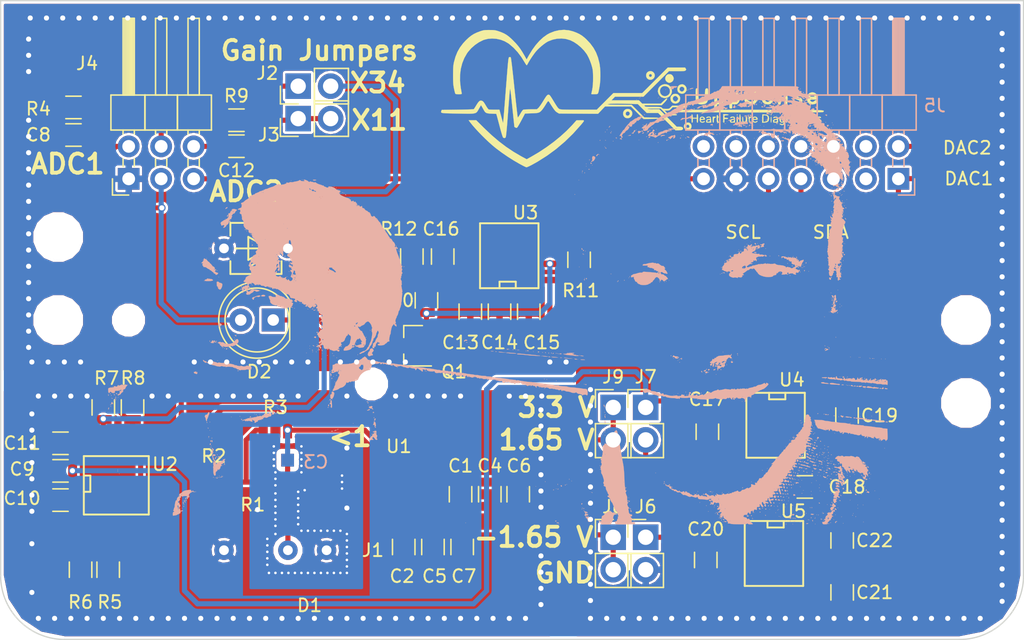
<source format=kicad_pcb>
(kicad_pcb (version 4) (host pcbnew 4.0.7-e1-6374~58~ubuntu17.04.1)

  (general
    (links 416)
    (no_connects 0)
    (area 62.150001 46.15 215.357144 157.700001)
    (thickness 1.6)
    (drawings 46)
    (tracks 259)
    (zones 0)
    (modules 369)
    (nets 31)
  )

  (page A4)
  (title_block
    (title "Analog Sensor Board UppSense 2017")
    (date 2017-08-20)
    (rev v0.3)
    (company "UppSense Heart Failure Diagnostics")
    (comment 1 "This is another alternative implementation for the analog board version v0.2. ")
  )

  (layers
    (0 F.Cu signal)
    (31 B.Cu signal)
    (32 B.Adhes user)
    (33 F.Adhes user)
    (34 B.Paste user)
    (35 F.Paste user)
    (36 B.SilkS user hide)
    (37 F.SilkS user)
    (38 B.Mask user)
    (39 F.Mask user hide)
    (40 Dwgs.User user hide)
    (41 Cmts.User user)
    (42 Eco1.User user hide)
    (43 Eco2.User user hide)
    (44 Edge.Cuts user)
    (45 Margin user hide)
    (46 B.CrtYd user hide)
    (47 F.CrtYd user hide)
    (48 B.Fab user hide)
    (49 F.Fab user hide)
  )

  (setup
    (last_trace_width 0.25)
    (user_trace_width 0.4)
    (trace_clearance 0.2)
    (zone_clearance 0.381)
    (zone_45_only yes)
    (trace_min 0.2)
    (segment_width 0.2)
    (edge_width 0.1)
    (via_size 0.6)
    (via_drill 0.4)
    (via_min_size 0.4)
    (via_min_drill 0.3)
    (uvia_size 0.3)
    (uvia_drill 0.1)
    (uvias_allowed no)
    (uvia_min_size 0.2)
    (uvia_min_drill 0.1)
    (pcb_text_width 0.3)
    (pcb_text_size 1.5 1.5)
    (mod_edge_width 0.15)
    (mod_text_size 1 1)
    (mod_text_width 0.15)
    (pad_size 0.7 0.7)
    (pad_drill 0.4)
    (pad_to_mask_clearance 0)
    (aux_axis_origin 0 0)
    (visible_elements FFFFFF1F)
    (pcbplotparams
      (layerselection 0x010f0_80000001)
      (usegerberextensions false)
      (excludeedgelayer true)
      (linewidth 0.100000)
      (plotframeref false)
      (viasonmask false)
      (mode 1)
      (useauxorigin false)
      (hpglpennumber 1)
      (hpglpenspeed 20)
      (hpglpendiameter 15)
      (hpglpenoverlay 2)
      (psnegative false)
      (psa4output false)
      (plotreference true)
      (plotvalue true)
      (plotinvisibletext false)
      (padsonsilk false)
      (subtractmaskfromsilk false)
      (outputformat 1)
      (mirror false)
      (drillshape 0)
      (scaleselection 1)
      (outputdirectory output/gerber/))
  )

  (net 0 "")
  (net 1 GND)
  (net 2 +3V3)
  (net 3 /interface/ADC1)
  (net 4 /interface/ADC2)
  (net 5 +5V)
  (net 6 /interface/ADC4)
  (net 7 Signal)
  (net 8 "Net-(D2-Pad1)")
  (net 9 "Net-(R7-Pad1)")
  (net 10 /interface/DAC2)
  (net 11 /interface/I2C_SCL)
  (net 12 /interface/I2C_SDA)
  (net 13 "Net-(R1-Pad2)")
  (net 14 /highCurrentPart/V_SENS_POS)
  (net 15 /highCurrentPart/V_SENS_NEG)
  (net 16 "Net-(C3-Pad1)")
  (net 17 "Net-(C3-Pad2)")
  (net 18 "Net-(C20-Pad1)")
  (net 19 "Net-(C20-Pad2)")
  (net 20 1.65V)
  (net 21 -1.65V)
  (net 22 "Net-(J2-Pad1)")
  (net 23 "Net-(J2-Pad2)")
  (net 24 "Net-(J3-Pad1)")
  (net 25 "Net-(Q1-Pad1)")
  (net 26 "Net-(Q1-Pad2)")
  (net 27 "Net-(R5-Pad1)")
  (net 28 "Net-(C16-Pad1)")
  (net 29 "Net-(C17-Pad1)")
  (net 30 "Net-(C17-Pad2)")

  (net_class Default "This is the default net class."
    (clearance 0.2)
    (trace_width 0.25)
    (via_dia 0.6)
    (via_drill 0.4)
    (uvia_dia 0.3)
    (uvia_drill 0.1)
    (add_net +3V3)
    (add_net +5V)
    (add_net -1.65V)
    (add_net /highCurrentPart/V_SENS_NEG)
    (add_net /highCurrentPart/V_SENS_POS)
    (add_net /interface/ADC1)
    (add_net /interface/ADC2)
    (add_net /interface/ADC4)
    (add_net /interface/DAC2)
    (add_net /interface/I2C_SCL)
    (add_net /interface/I2C_SDA)
    (add_net 1.65V)
    (add_net GND)
    (add_net "Net-(C16-Pad1)")
    (add_net "Net-(C17-Pad1)")
    (add_net "Net-(C17-Pad2)")
    (add_net "Net-(C20-Pad1)")
    (add_net "Net-(C20-Pad2)")
    (add_net "Net-(C3-Pad1)")
    (add_net "Net-(C3-Pad2)")
    (add_net "Net-(D2-Pad1)")
    (add_net "Net-(J2-Pad1)")
    (add_net "Net-(J2-Pad2)")
    (add_net "Net-(J3-Pad1)")
    (add_net "Net-(Q1-Pad1)")
    (add_net "Net-(Q1-Pad2)")
    (add_net "Net-(R1-Pad2)")
    (add_net "Net-(R5-Pad1)")
    (add_net "Net-(R7-Pad1)")
    (add_net Signal)
  )

  (module Logo:pic (layer B.Cu) (tedit 0) (tstamp 599AA6F9)
    (at 143.891 108.839 180)
    (fp_text reference G*** (at 0 0 180) (layer B.SilkS) hide
      (effects (font (thickness 0.3)) (justify mirror))
    )
    (fp_text value LOGO (at 0.75 0 180) (layer B.SilkS) hide
      (effects (font (thickness 0.3)) (justify mirror))
    )
    (fp_poly (pts (xy -26.178706 -15.515171) (xy -26.183777 -15.545555) (xy -26.176883 -15.603185) (xy -26.14927 -15.627493)
      (xy -26.113373 -15.661374) (xy -26.133625 -15.70444) (xy -26.172515 -15.732197) (xy -26.194917 -15.714363)
      (xy -26.223524 -15.695792) (xy -26.238705 -15.711929) (xy -26.228238 -15.743192) (xy -26.171237 -15.767419)
      (xy -26.06777 -15.811286) (xy -26.008795 -15.876897) (xy -26.003483 -15.953634) (xy -26.005422 -15.959323)
      (xy -26.046685 -16.021177) (xy -26.079969 -16.044212) (xy -26.124673 -16.077584) (xy -26.115006 -16.128268)
      (xy -26.074688 -16.179704) (xy -26.002152 -16.231099) (xy -25.93396 -16.233962) (xy -25.900549 -16.208375)
      (xy -25.879712 -16.199178) (xy -25.876737 -16.216312) (xy -25.849792 -16.248539) (xy -25.81275 -16.256)
      (xy -25.760263 -16.271217) (xy -25.752365 -16.302787) (xy -25.78587 -16.326414) (xy -25.799931 -16.356468)
      (xy -25.766522 -16.424037) (xy -25.720555 -16.477697) (xy -25.684277 -16.49295) (xy -25.682278 -16.491978)
      (xy -25.65966 -16.503191) (xy -25.654 -16.53723) (xy -25.636361 -16.596433) (xy -25.614313 -16.615972)
      (xy -25.592087 -16.630444) (xy -25.613317 -16.634493) (xy -25.637627 -16.659762) (xy -25.633802 -16.684442)
      (xy -25.607685 -16.719366) (xy -25.595111 -16.719525) (xy -25.560228 -16.729605) (xy -25.528704 -16.75679)
      (xy -25.500947 -16.792687) (xy -25.524948 -16.795013) (xy -25.546883 -16.789653) (xy -25.597551 -16.790392)
      (xy -25.607176 -16.824566) (xy -25.589012 -16.895895) (xy -25.555198 -16.938046) (xy -25.527 -16.938625)
      (xy -25.488084 -16.943625) (xy -25.480553 -16.952595) (xy -25.438965 -16.970349) (xy -25.414859 -16.965591)
      (xy -25.378898 -16.960831) (xy -25.370944 -16.993064) (xy -25.38824 -17.07348) (xy -25.388262 -17.073562)
      (xy -25.40594 -17.113927) (xy -25.442295 -17.135441) (xy -25.513878 -17.143844) (xy -25.594204 -17.145)
      (xy -25.701486 -17.141853) (xy -25.759692 -17.129662) (xy -25.783052 -17.1043) (xy -25.785836 -17.089437)
      (xy -25.786721 -17.079626) (xy -25.74925 -17.079626) (xy -25.726203 -17.111957) (xy -25.7175 -17.11325)
      (xy -25.686576 -17.102417) (xy -25.68575 -17.099248) (xy -25.707999 -17.072141) (xy -25.7175 -17.065625)
      (xy -25.746758 -17.068142) (xy -25.74925 -17.079626) (xy -25.786721 -17.079626) (xy -25.792825 -17.012032)
      (xy -25.795257 -16.98625) (xy -25.820737 -16.949041) (xy -25.84078 -16.947473) (xy -25.88031 -16.928659)
      (xy -25.898563 -16.891911) (xy -25.939841 -16.837921) (xy -25.978907 -16.8275) (xy -26.025901 -16.812288)
      (xy -26.026124 -16.79575) (xy -25.68575 -16.79575) (xy -25.674134 -16.821883) (xy -25.664584 -16.816916)
      (xy -25.660784 -16.779236) (xy -25.664584 -16.774583) (xy -25.683459 -16.778941) (xy -25.68575 -16.79575)
      (xy -26.026124 -16.79575) (xy -26.026227 -16.788159) (xy -25.86248 -16.788159) (xy -25.831271 -16.793243)
      (xy -25.790091 -16.787405) (xy -25.789599 -16.776567) (xy -25.832093 -16.768988) (xy -25.850454 -16.774061)
      (xy -25.86248 -16.788159) (xy -26.026227 -16.788159) (xy -26.026517 -16.766738) (xy -26.034145 -16.709956)
      (xy -26.068384 -16.690873) (xy -26.089998 -16.674274) (xy -25.900409 -16.674274) (xy -25.877436 -16.711097)
      (xy -25.817318 -16.729633) (xy -25.802939 -16.729743) (xy -25.764196 -16.722263) (xy -25.773261 -16.711156)
      (xy -25.799805 -16.681127) (xy -25.796555 -16.668232) (xy -25.796605 -16.637) (xy -25.74925 -16.637)
      (xy -25.737634 -16.663133) (xy -25.728084 -16.658166) (xy -25.724284 -16.620486) (xy -25.728084 -16.615833)
      (xy -25.746959 -16.620191) (xy -25.74925 -16.637) (xy -25.796605 -16.637) (xy -25.796612 -16.633197)
      (xy -25.834677 -16.622044) (xy -25.873897 -16.635545) (xy -25.900409 -16.674274) (xy -26.089998 -16.674274)
      (xy -26.110554 -16.658489) (xy -26.108618 -16.608759) (xy -26.106314 -16.56021) (xy -26.111521 -16.557625)
      (xy -25.8445 -16.557625) (xy -25.828625 -16.5735) (xy -25.81275 -16.557625) (xy -25.828625 -16.54175)
      (xy -25.8445 -16.557625) (xy -26.111521 -16.557625) (xy -26.144933 -16.541039) (xy -26.18211 -16.538066)
      (xy -26.231112 -16.531873) (xy -26.222461 -16.521242) (xy -26.217563 -16.519863) (xy -26.170464 -16.49281)
      (xy -26.162 -16.474048) (xy -26.142411 -16.457259) (xy -26.13025 -16.462375) (xy -26.105856 -16.452017)
      (xy -26.101989 -16.430625) (xy -25.8445 -16.430625) (xy -25.828625 -16.4465) (xy -25.81275 -16.430625)
      (xy -25.828625 -16.41475) (xy -25.8445 -16.430625) (xy -26.101989 -16.430625) (xy -26.0985 -16.411332)
      (xy -26.105599 -16.36417) (xy -26.118155 -16.360321) (xy -26.153481 -16.362826) (xy -26.163591 -16.35125)
      (xy -25.9715 -16.35125) (xy -25.959884 -16.377383) (xy -25.950334 -16.372416) (xy -25.946534 -16.334736)
      (xy -25.950334 -16.330083) (xy -25.969209 -16.334441) (xy -25.9715 -16.35125) (xy -26.163591 -16.35125)
      (xy -26.190718 -16.320192) (xy -26.219056 -16.249492) (xy -26.228007 -16.18683) (xy -26.233573 -16.12758)
      (xy -26.244096 -16.116299) (xy -26.246528 -16.121062) (xy -26.288314 -16.156788) (xy -26.310918 -16.16075)
      (xy -26.344401 -16.140797) (xy -26.340022 -16.110528) (xy -26.322466 -16.035537) (xy -26.32075 -16.010642)
      (xy -26.308151 -15.990511) (xy -26.26711 -16.020092) (xy -26.241375 -16.046624) (xy -26.189426 -16.097784)
      (xy -26.166618 -16.10281) (xy -26.162487 -16.075073) (xy -26.178432 -16.000099) (xy -26.215194 -15.946595)
      (xy -26.244925 -15.935173) (xy -26.26696 -15.91006) (xy -26.273125 -15.866447) (xy -26.295634 -15.804618)
      (xy -26.341878 -15.785831) (xy -26.410952 -15.756869) (xy -26.428389 -15.708688) (xy -26.390758 -15.659275)
      (xy -26.36836 -15.646965) (xy -26.302432 -15.599271) (xy -26.271596 -15.552681) (xy -26.236167 -15.503824)
      (xy -26.208482 -15.494) (xy -26.178706 -15.515171)) (layer B.SilkS) (width 0.01))
    (fp_poly (pts (xy -24.79675 -17.129125) (xy -24.812625 -17.145) (xy -24.8285 -17.129125) (xy -24.812625 -17.11325)
      (xy -24.79675 -17.129125)) (layer B.SilkS) (width 0.01))
    (fp_poly (pts (xy -23.0505 -17.129125) (xy -23.066375 -17.145) (xy -23.08225 -17.129125) (xy -23.066375 -17.11325)
      (xy -23.0505 -17.129125)) (layer B.SilkS) (width 0.01))
    (fp_poly (pts (xy -22.521334 -17.123833) (xy -22.525692 -17.142708) (xy -22.5425 -17.145) (xy -22.568634 -17.133383)
      (xy -22.563667 -17.123833) (xy -22.525987 -17.120033) (xy -22.521334 -17.123833)) (layer B.SilkS) (width 0.01))
    (fp_poly (pts (xy -24.153388 -8.570422) (xy -24.112091 -8.600177) (xy -24.064911 -8.644158) (xy -24.057584 -8.666891)
      (xy -24.062219 -8.66775) (xy -24.094157 -8.693395) (xy -24.09825 -8.715375) (xy -24.079905 -8.757607)
      (xy -24.064228 -8.763) (xy -24.039944 -8.789606) (xy -24.035993 -8.834437) (xy -24.038903 -8.929781)
      (xy -24.025937 -8.970587) (xy -23.998095 -8.966343) (xy -23.976154 -8.962609) (xy -23.982418 -8.977632)
      (xy -23.986817 -9.017509) (xy -23.979386 -9.024959) (xy -23.979901 -9.031568) (xy -23.995063 -9.028667)
      (xy -24.031452 -9.035373) (xy -24.03475 -9.044868) (xy -24.019729 -9.09589) (xy -23.984195 -9.171211)
      (xy -23.942449 -9.243676) (xy -23.908788 -9.286128) (xy -23.907127 -9.28726) (xy -23.892487 -9.327237)
      (xy -23.898658 -9.3566) (xy -23.902514 -9.392444) (xy -23.873459 -9.38615) (xy -23.857724 -9.382955)
      (xy -23.880851 -9.402644) (xy -23.914929 -9.437151) (xy -23.907746 -9.477752) (xy -23.885316 -9.51468)
      (xy -23.840579 -9.561684) (xy -23.805626 -9.568376) (xy -23.787616 -9.5751) (xy -23.79475 -9.61434)
      (xy -23.792832 -9.679326) (xy -23.754881 -9.712352) (xy -23.699406 -9.764335) (xy -23.655505 -9.838263)
      (xy -23.610074 -9.909161) (xy -23.555901 -9.947629) (xy -23.506542 -9.98747) (xy -23.494514 -10.05384)
      (xy -23.488654 -10.110386) (xy -23.470889 -10.107083) (xy -23.466512 -10.100689) (xy -23.437983 -10.078062)
      (xy -23.396518 -10.100975) (xy -23.37276 -10.12349) (xy -23.329743 -10.172441) (xy -23.331602 -10.200368)
      (xy -23.359575 -10.219415) (xy -23.394689 -10.251462) (xy -23.375374 -10.293911) (xy -23.371393 -10.298787)
      (xy -23.321363 -10.336759) (xy -23.293518 -10.341547) (xy -23.265715 -10.364155) (xy -23.247825 -10.42845)
      (xy -23.247182 -10.43438) (xy -23.233048 -10.502764) (xy -23.201493 -10.522131) (xy -23.175745 -10.51799)
      (xy -23.124804 -10.520428) (xy -23.114 -10.541184) (xy -23.102201 -10.563978) (xy -23.071538 -10.545284)
      (xy -23.029997 -10.532146) (xy -22.977904 -10.565789) (xy -22.954878 -10.589021) (xy -22.908268 -10.642041)
      (xy -22.904335 -10.664087) (xy -22.940807 -10.669038) (xy -22.941779 -10.669056) (xy -22.979179 -10.673846)
      (xy -22.971089 -10.694481) (xy -22.928131 -10.732386) (xy -22.867075 -10.770924) (xy -22.824431 -10.776759)
      (xy -22.824157 -10.776594) (xy -22.80296 -10.783154) (xy -22.803651 -10.800577) (xy -22.788463 -10.833248)
      (xy -22.770328 -10.8339) (xy -22.74295 -10.842079) (xy -22.746631 -10.854868) (xy -22.737584 -10.89322)
      (xy -22.693837 -10.957012) (xy -22.661679 -10.993541) (xy -22.56117 -11.107711) (xy -22.495168 -11.200147)
      (xy -22.469676 -11.262101) (xy -22.470414 -11.272094) (xy -22.451497 -11.289516) (xy -22.420198 -11.288029)
      (xy -22.370866 -11.300867) (xy -22.330524 -11.366967) (xy -22.323364 -11.385721) (xy -22.290858 -11.451707)
      (xy -22.260051 -11.477731) (xy -22.254458 -11.476207) (xy -22.223138 -11.4878) (xy -22.195623 -11.534884)
      (xy -22.155971 -11.600549) (xy -22.118707 -11.630127) (xy -22.073969 -11.669378) (xy -22.026787 -11.741607)
      (xy -22.020852 -11.75352) (xy -21.958802 -11.838435) (xy -21.867586 -11.916244) (xy -21.843828 -11.93101)
      (xy -21.767657 -11.984967) (xy -21.722417 -12.037264) (xy -21.717 -12.055347) (xy -21.69647 -12.120267)
      (xy -21.670108 -12.157586) (xy -21.564535 -12.269041) (xy -21.489616 -12.343319) (xy -21.434294 -12.391117)
      (xy -21.41167 -12.407648) (xy -21.37223 -12.437395) (xy -21.389322 -12.440748) (xy -21.423313 -12.434433)
      (xy -21.481294 -12.435404) (xy -21.492106 -12.458978) (xy -21.449588 -12.488286) (xy -21.409908 -12.530421)
      (xy -21.394026 -12.578996) (xy -21.368306 -12.636448) (xy -21.336 -12.653818) (xy -21.29833 -12.675091)
      (xy -21.296313 -12.693505) (xy -21.28393 -12.728885) (xy -21.2725 -12.73175) (xy -21.243329 -12.756997)
      (xy -21.24075 -12.773388) (xy -21.220607 -12.824757) (xy -21.174058 -12.886612) (xy -21.132322 -12.941081)
      (xy -21.123338 -12.974102) (xy -21.123825 -12.974657) (xy -21.121244 -13.009) (xy -21.083025 -13.055996)
      (xy -21.028681 -13.096821) (xy -20.980691 -13.11275) (xy -20.940992 -13.130133) (xy -20.944246 -13.162269)
      (xy -20.936841 -13.209467) (xy -20.896415 -13.229265) (xy -20.837403 -13.272146) (xy -20.790663 -13.354371)
      (xy -20.754375 -13.425444) (xy -20.715461 -13.461046) (xy -20.709501 -13.462) (xy -20.662626 -13.48764)
      (xy -20.648353 -13.511263) (xy -20.61157 -13.545183) (xy -20.541927 -13.541303) (xy -20.479226 -13.535956)
      (xy -20.442911 -13.566404) (xy -20.418855 -13.624056) (xy -20.375081 -13.709065) (xy -20.319592 -13.770659)
      (xy -20.319372 -13.770813) (xy -20.275921 -13.812838) (xy -20.269749 -13.83875) (xy -20.267495 -13.881982)
      (xy -20.254892 -13.908015) (xy -20.231142 -13.936421) (xy -20.225237 -13.910549) (xy -20.214584 -13.883738)
      (xy -20.180213 -13.903937) (xy -20.139112 -13.924006) (xy -20.11922 -13.899887) (xy -20.104816 -13.881245)
      (xy -20.100257 -13.908087) (xy -20.118883 -13.973972) (xy -20.132909 -13.992458) (xy -20.145042 -14.028461)
      (xy -20.103086 -14.062394) (xy -20.042548 -14.080722) (xy -20.017091 -14.063171) (xy -19.973672 -14.042204)
      (xy -19.951664 -14.046214) (xy -19.912782 -14.045198) (xy -19.90725 -14.032503) (xy -19.880951 -14.006644)
      (xy -19.850126 -14.00175) (xy -19.812438 -14.013516) (xy -19.801861 -14.059869) (xy -19.805937 -14.112552)
      (xy -19.806891 -14.193934) (xy -19.779972 -14.234922) (xy -19.759874 -14.244378) (xy -19.685264 -14.283277)
      (xy -19.648465 -14.310269) (xy -19.598202 -14.336458) (xy -19.574356 -14.320026) (xy -19.52919 -14.300122)
      (xy -19.456549 -14.318734) (xy -19.374666 -14.370301) (xy -19.356017 -14.386634) (xy -19.275859 -14.430446)
      (xy -19.186208 -14.44625) (xy -19.100113 -14.460228) (xy -19.051833 -14.509326) (xy -19.047774 -14.517687)
      (xy -19.003643 -14.564703) (xy -18.935293 -14.594283) (xy -18.863984 -14.603077) (xy -18.810973 -14.587735)
      (xy -18.796 -14.557355) (xy -18.773013 -14.518095) (xy -18.724883 -14.512487) (xy -18.684875 -14.5415)
      (xy -18.640976 -14.56635) (xy -18.59002 -14.57325) (xy -18.509959 -14.592704) (xy -18.467252 -14.620783)
      (xy -18.407535 -14.651464) (xy -18.370002 -14.649239) (xy -18.317824 -14.65652) (xy -18.300383 -14.682026)
      (xy -18.259179 -14.718844) (xy -18.220643 -14.7149) (xy -18.148554 -14.72108) (xy -18.108664 -14.74805)
      (xy -18.063315 -14.780888) (xy -18.033467 -14.762781) (xy -18.031452 -14.759625) (xy -17.997199 -14.735268)
      (xy -17.936786 -14.753003) (xy -17.932878 -14.754888) (xy -17.831657 -14.793385) (xy -17.747006 -14.806454)
      (xy -17.694439 -14.793035) (xy -17.68475 -14.771825) (xy -17.664149 -14.739966) (xy -17.634529 -14.744478)
      (xy -17.583916 -14.761288) (xy -17.571029 -14.76375) (xy -17.559243 -14.789693) (xy -17.55775 -14.811725)
      (xy -17.530317 -14.839417) (xy -17.460417 -14.851362) (xy -17.36665 -14.84922) (xy -17.267616 -14.834655)
      (xy -17.181915 -14.809328) (xy -17.128147 -14.7749) (xy -17.126819 -14.77322) (xy -17.09218 -14.738796)
      (xy -17.083975 -14.7539) (xy -17.104222 -14.809444) (xy -17.114368 -14.829337) (xy -17.123893 -14.878341)
      (xy -17.094271 -14.892863) (xy -17.042242 -14.86857) (xy -17.024351 -14.85265) (xy -16.996959 -14.838254)
      (xy -16.986824 -14.876258) (xy -16.98625 -14.902436) (xy -16.98625 -14.990323) (xy -16.890219 -14.921943)
      (xy -16.828086 -14.882022) (xy -16.776767 -14.869836) (xy -16.709298 -14.883268) (xy -16.649037 -14.903021)
      (xy -16.56305 -14.93043) (xy -16.523609 -14.935364) (xy -16.517912 -14.91793) (xy -16.522455 -14.90409)
      (xy -16.524853 -14.871651) (xy -16.512197 -14.873517) (xy -16.469718 -14.868436) (xy -16.435453 -14.843416)
      (xy -16.383404 -14.80433) (xy -16.356915 -14.7955) (xy -16.320807 -14.770005) (xy -16.30636 -14.743553)
      (xy -16.286762 -14.710347) (xy -16.256061 -14.720718) (xy -16.223589 -14.748474) (xy -16.170448 -14.808888)
      (xy -16.169538 -14.842927) (xy -16.220384 -14.845389) (xy -16.232188 -14.842776) (xy -16.291926 -14.844136)
      (xy -16.334227 -14.893315) (xy -16.34298 -14.911295) (xy -16.366956 -14.983774) (xy -16.359363 -15.016904)
      (xy -16.323495 -15.001947) (xy -16.312621 -14.99182) (xy -16.259507 -14.968714) (xy -16.170935 -14.955473)
      (xy -16.134088 -14.95425) (xy -16.01826 -14.941179) (xy -15.952155 -14.900244) (xy -15.950948 -14.898687)
      (xy -15.918587 -14.861003) (xy -15.908714 -14.876178) (xy -15.90776 -14.902084) (xy -15.890782 -14.944571)
      (xy -15.856529 -14.941771) (xy -15.844785 -14.938375) (xy -15.01775 -14.938375) (xy -15.001875 -14.95425)
      (xy -14.986 -14.938375) (xy -15.001875 -14.9225) (xy -15.01775 -14.938375) (xy -15.844785 -14.938375)
      (xy -15.797435 -14.924683) (xy -15.779293 -14.9225) (xy -15.749176 -14.89634) (xy -15.732125 -14.859)
      (xy -15.699855 -14.803756) (xy -15.652696 -14.807816) (xy -15.608912 -14.843874) (xy -15.568446 -14.873897)
      (xy -15.539497 -14.851456) (xy -15.526324 -14.82832) (xy -15.492469 -14.784973) (xy -15.447394 -14.790786)
      (xy -15.422846 -14.803758) (xy -15.350418 -14.850904) (xy -15.310851 -14.882358) (xy -15.269582 -14.9021)
      (xy -15.220356 -14.876201) (xy -15.200449 -14.858546) (xy -15.129549 -14.811823) (xy -15.069972 -14.7955)
      (xy -15.028138 -14.787265) (xy -15.027853 -14.774813) (xy -15.018619 -14.74921) (xy -14.970963 -14.714842)
      (xy -14.906393 -14.68393) (xy -14.846419 -14.668694) (xy -14.840733 -14.6685) (xy -14.789792 -14.646962)
      (xy -14.733237 -14.599013) (xy -14.688025 -14.555867) (xy -14.670535 -14.559683) (xy -14.6685 -14.583138)
      (xy -14.654163 -14.629116) (xy -14.639079 -14.63675) (xy -14.60312 -14.661814) (xy -14.59601 -14.676437)
      (xy -14.588293 -14.685947) (xy -14.590405 -14.661729) (xy -14.579262 -14.593055) (xy -14.530016 -14.566245)
      (xy -14.457638 -14.588308) (xy -14.447619 -14.594915) (xy -14.381721 -14.628005) (xy -14.325419 -14.615781)
      (xy -14.313554 -14.60881) (xy -14.253643 -14.586178) (xy -14.223073 -14.589698) (xy -14.206482 -14.583094)
      (xy -14.211886 -14.559024) (xy -14.212935 -14.51693) (xy -14.179084 -14.515675) (xy -14.13531 -14.54764)
      (xy -14.098911 -14.562463) (xy -14.047948 -14.535227) (xy -14.00494 -14.49693) (xy -13.922018 -14.435359)
      (xy -13.853522 -14.427174) (xy -13.848652 -14.428581) (xy -13.788836 -14.431357) (xy -13.764424 -14.415791)
      (xy -13.721071 -14.392362) (xy -13.646658 -14.38275) (xy -13.579891 -14.377246) (xy -13.560162 -14.347507)
      (xy -13.568363 -14.2875) (xy -13.571926 -14.210784) (xy -13.548519 -14.187414) (xy -13.486153 -14.177013)
      (xy -13.477875 -14.175201) (xy -13.417009 -14.16527) (xy -13.406438 -14.164162) (xy -13.369699 -14.13535)
      (xy -13.36675 -14.119678) (xy -13.340254 -14.086556) (xy -13.30325 -14.078857) (xy -13.249708 -14.101497)
      (xy -13.23975 -14.135553) (xy -13.250577 -14.180155) (xy -13.263563 -14.185959) (xy -13.324312 -14.18955)
      (xy -13.381828 -14.21882) (xy -13.410879 -14.258757) (xy -13.409528 -14.272809) (xy -13.421263 -14.319301)
      (xy -13.46671 -14.347509) (xy -13.545935 -14.391697) (xy -13.612813 -14.444437) (xy -13.661393 -14.481678)
      (xy -13.684037 -14.481588) (xy -13.68425 -14.479236) (xy -13.699214 -14.447025) (xy -13.730127 -14.458632)
      (xy -13.755995 -14.506097) (xy -13.785852 -14.549304) (xy -13.851987 -14.550586) (xy -13.852643 -14.550462)
      (xy -13.932046 -14.556727) (xy -13.970385 -14.593816) (xy -14.011188 -14.632025) (xy -14.080891 -14.644377)
      (xy -14.144602 -14.641721) (xy -14.237585 -14.640434) (xy -14.289875 -14.660104) (xy -14.316504 -14.695118)
      (xy -14.371677 -14.756191) (xy -14.414928 -14.77976) (xy -14.457775 -14.808136) (xy -14.459205 -14.831975)
      (xy -14.470247 -14.85097) (xy -14.534659 -14.848855) (xy -14.53969 -14.848086) (xy -14.631369 -14.851242)
      (xy -14.745887 -14.890616) (xy -14.8196 -14.926826) (xy -14.926176 -14.978651) (xy -14.996499 -14.999777)
      (xy -15.047411 -14.99433) (xy -15.064092 -14.986734) (xy -15.119348 -14.971403) (xy -15.197606 -14.979451)
      (xy -15.315889 -15.012681) (xy -15.319375 -15.013808) (xy -15.427085 -15.046144) (xy -15.491551 -15.056731)
      (xy -15.528736 -15.046768) (xy -15.545126 -15.030752) (xy -15.584756 -14.99206) (xy -15.613934 -15.003411)
      (xy -15.644187 -15.070467) (xy -15.647993 -15.08125) (xy -15.674407 -15.139373) (xy -15.714169 -15.168218)
      (xy -15.788018 -15.178881) (xy -15.833661 -15.180594) (xy -15.943526 -15.185256) (xy -16.039351 -15.192133)
      (xy -16.0655 -15.194972) (xy -16.224892 -15.214865) (xy -16.333234 -15.225555) (xy -16.402318 -15.22697)
      (xy -16.443934 -15.219033) (xy -16.469875 -15.201671) (xy -16.478267 -15.192355) (xy -16.531682 -15.158577)
      (xy -16.602722 -15.145346) (xy -16.666912 -15.153067) (xy -16.699783 -15.182146) (xy -16.7005 -15.188671)
      (xy -16.674651 -15.231473) (xy -16.617067 -15.251265) (xy -16.5577 -15.240124) (xy -16.544428 -15.229977)
      (xy -16.516116 -15.216825) (xy -16.51 -15.247651) (xy -16.531777 -15.30955) (xy -16.590523 -15.324841)
      (xy -16.654821 -15.302458) (xy -16.73729 -15.280431) (xy -16.790593 -15.307003) (xy -16.80277 -15.371735)
      (xy -16.788082 -15.418776) (xy -16.752222 -15.49748) (xy -16.715007 -15.427942) (xy -16.677792 -15.358405)
      (xy -16.657424 -15.439554) (xy -16.648878 -15.520901) (xy -16.656659 -15.571785) (xy -16.676186 -15.604749)
      (xy -16.703232 -15.586528) (xy -16.719121 -15.56637) (xy -16.751871 -15.527814) (xy -16.761984 -15.540643)
      (xy -16.762991 -15.565437) (xy -16.779494 -15.610259) (xy -16.815961 -15.612183) (xy -16.856613 -15.580797)
      (xy -16.885672 -15.525688) (xy -16.891 -15.48765) (xy -16.914541 -15.442415) (xy -16.969471 -15.43185)
      (xy -17.032257 -15.458761) (xy -17.044193 -15.469392) (xy -17.095032 -15.491525) (xy -17.137855 -15.474107)
      (xy -17.212497 -15.455205) (xy -17.253478 -15.461299) (xy -17.292519 -15.48956) (xy -17.311706 -15.549823)
      (xy -17.316978 -15.635075) (xy -17.31247 -15.737021) (xy -17.287739 -15.803225) (xy -17.232683 -15.86063)
      (xy -17.232313 -15.860942) (xy -17.163055 -15.931409) (xy -17.15223 -15.977475) (xy -17.199868 -15.999665)
      (xy -17.24025 -16.002) (xy -17.30712 -15.992263) (xy -17.335493 -15.968803) (xy -17.3355 -15.968376)
      (xy -17.355306 -15.950219) (xy -17.370017 -15.956084) (xy -17.387363 -15.987784) (xy -17.370017 -16.011933)
      (xy -17.339081 -16.072682) (xy -17.3355 -16.099896) (xy -17.308723 -16.149645) (xy -17.268806 -16.170784)
      (xy -17.224202 -16.196431) (xy -17.221874 -16.220203) (xy -17.265447 -16.23237) (xy -17.348036 -16.207724)
      (xy -17.442253 -16.181519) (xy -17.490262 -16.195103) (xy -17.48735 -16.241681) (xy -17.428804 -16.31446)
      (xy -17.424728 -16.318296) (xy -17.37838 -16.365992) (xy -17.377262 -16.396491) (xy -17.41679 -16.433014)
      (xy -17.45824 -16.46909) (xy -17.44715 -16.475521) (xy -17.406938 -16.467703) (xy -17.349283 -16.468763)
      (xy -17.337752 -16.497663) (xy -17.370329 -16.540834) (xy -17.422813 -16.574575) (xy -17.494164 -16.610172)
      (xy -17.538844 -16.63247) (xy -17.552725 -16.626191) (xy -17.546263 -16.612349) (xy -17.546825 -16.568029)
      (xy -17.55775 -16.557625) (xy -17.576603 -16.519597) (xy -17.57227 -16.507806) (xy -17.581066 -16.482716)
      (xy -17.605375 -16.47825) (xy -17.64049 -16.492026) (xy -17.638772 -16.507335) (xy -17.632953 -16.570585)
      (xy -17.669773 -16.646394) (xy -17.736857 -16.71561) (xy -17.795674 -16.750086) (xy -17.867802 -16.791542)
      (xy -17.905438 -16.835268) (xy -17.907 -16.843801) (xy -17.928004 -16.8998) (xy -17.9705 -16.9545)
      (xy -18.005136 -16.999112) (xy -17.999984 -17.017996) (xy -17.999605 -17.018) (xy -17.976111 -17.040819)
      (xy -17.978463 -17.057687) (xy -18.01751 -17.084136) (xy -18.089085 -17.087374) (xy -18.163529 -17.089716)
      (xy -18.206221 -17.109361) (xy -18.2063 -17.109487) (xy -18.242899 -17.120605) (xy -18.329917 -17.129633)
      (xy -18.455713 -17.136536) (xy -18.608647 -17.141276) (xy -18.777078 -17.143816) (xy -18.949366 -17.144119)
      (xy -19.113869 -17.142148) (xy -19.258948 -17.137866) (xy -19.37296 -17.131236) (xy -19.444267 -17.122221)
      (xy -19.46275 -17.113483) (xy -19.488463 -17.085109) (xy -19.510375 -17.0815) (xy -19.552627 -17.098644)
      (xy -19.558 -17.11325) (xy -19.58692 -17.130161) (xy -19.662469 -17.141627) (xy -19.7485 -17.145)
      (xy -19.848988 -17.142595) (xy -19.918017 -17.136346) (xy -19.939 -17.129125) (xy -19.916863 -17.092973)
      (xy -19.865788 -17.041661) (xy -19.808778 -16.996556) (xy -19.779056 -16.98056) (xy -19.740563 -16.941215)
      (xy -19.729306 -16.906511) (xy -19.719112 -16.872131) (xy -19.421582 -16.872131) (xy -19.39925 -16.891)
      (xy -19.348589 -16.919556) (xy -19.34184 -16.908801) (xy -19.351625 -16.891) (xy -19.384138 -16.869833)
      (xy -18.182167 -16.869833) (xy -18.177809 -16.888708) (xy -18.161 -16.891) (xy -18.134867 -16.879383)
      (xy -18.139834 -16.869833) (xy -18.177514 -16.866033) (xy -18.182167 -16.869833) (xy -19.384138 -16.869833)
      (xy -19.397994 -16.860813) (xy -19.409062 -16.859736) (xy -19.421582 -16.872131) (xy -19.719112 -16.872131)
      (xy -19.702578 -16.816371) (xy -19.657962 -16.741169) (xy -19.608948 -16.702131) (xy -19.598387 -16.7005)
      (xy -19.569859 -16.717376) (xy -19.573875 -16.73225) (xy -19.575981 -16.761383) (xy -19.567812 -16.763513)
      (xy -19.502548 -16.733801) (xy -19.453145 -16.659947) (xy -19.452111 -16.65721) (xy -19.410839 -16.613196)
      (xy -19.367115 -16.61455) (xy -19.316692 -16.616215) (xy -19.304 -16.602277) (xy -19.277223 -16.579351)
      (xy -19.236613 -16.5735) (xy -19.191203 -16.565621) (xy -19.200809 -16.53557) (xy -19.204587 -16.530891)
      (xy -19.206965 -16.525875) (xy -17.78 -16.525875) (xy -17.764125 -16.54175) (xy -17.74825 -16.525875)
      (xy -17.764125 -16.51) (xy -17.78 -16.525875) (xy -19.206965 -16.525875) (xy -19.22202 -16.494125)
      (xy -19.177 -16.494125) (xy -19.161125 -16.51) (xy -19.14525 -16.494125) (xy -19.161125 -16.47825)
      (xy -19.177 -16.494125) (xy -19.22202 -16.494125) (xy -19.225959 -16.485819) (xy -19.221631 -16.469963)
      (xy -19.22392 -16.442746) (xy -19.270077 -16.417797) (xy -19.340619 -16.401755) (xy -19.416064 -16.401259)
      (xy -19.421094 -16.401989) (xy -19.4882 -16.406694) (xy -19.512559 -16.382243) (xy -19.514017 -16.336978)
      (xy -19.520772 -16.27791) (xy -19.538576 -16.259086) (xy -19.57833 -16.238043) (xy -19.593652 -16.219024)
      (xy -19.615828 -16.194821) (xy -19.621014 -16.22455) (xy -19.645946 -16.278087) (xy -19.683144 -16.310972)
      (xy -19.732999 -16.332215) (xy -19.758372 -16.305293) (xy -19.763239 -16.291332) (xy -19.769933 -16.216894)
      (xy -19.768129 -16.208375) (xy -19.685 -16.208375) (xy -19.669125 -16.22425) (xy -19.65325 -16.208375)
      (xy -19.669125 -16.1925) (xy -19.685 -16.208375) (xy -19.768129 -16.208375) (xy -19.763151 -16.184881)
      (xy -19.771898 -16.140521) (xy -19.83935 -16.103548) (xy -19.841806 -16.102685) (xy -19.912867 -16.083241)
      (xy -19.941003 -16.099656) (xy -19.941323 -16.162018) (xy -19.940661 -16.168687) (xy -19.941616 -16.219505)
      (xy -19.956977 -16.216454) (xy -19.981107 -16.165919) (xy -20.001973 -16.099207) (xy -20.030992 -16.018896)
      (xy -20.071834 -15.987077) (xy -20.141495 -15.99686) (xy -20.200938 -16.018538) (xy -20.236291 -16.023595)
      (xy -20.252533 -15.992453) (xy -20.256092 -15.919979) (xy -17.777494 -15.919979) (xy -17.771656 -15.961159)
      (xy -17.760818 -15.961651) (xy -17.753239 -15.919157) (xy -17.758312 -15.900796) (xy -17.769942 -15.890875)
      (xy -17.4625 -15.890875) (xy -17.446625 -15.90675) (xy -17.43075 -15.890875) (xy -17.30375 -15.890875)
      (xy -17.287875 -15.90675) (xy -17.272 -15.890875) (xy -17.287875 -15.875) (xy -17.30375 -15.890875)
      (xy -17.43075 -15.890875) (xy -17.446625 -15.875) (xy -17.4625 -15.890875) (xy -17.769942 -15.890875)
      (xy -17.77241 -15.88877) (xy -17.777494 -15.919979) (xy -20.256092 -15.919979) (xy -20.256499 -15.911705)
      (xy -20.2565 -15.909525) (xy -20.259522 -15.827167) (xy -20.276245 -15.79257) (xy -20.318161 -15.790033)
      (xy -20.341151 -15.793858) (xy -20.419082 -15.788008) (xy -20.472828 -15.749882) (xy -20.487676 -15.694924)
      (xy -20.470229 -15.658357) (xy -20.462486 -15.636875) (xy -17.526 -15.636875) (xy -17.510125 -15.65275)
      (xy -17.49425 -15.636875) (xy -17.510125 -15.621) (xy -17.526 -15.636875) (xy -20.462486 -15.636875)
      (xy -20.45431 -15.614196) (xy -20.480792 -15.587904) (xy -20.518314 -15.583456) (xy -20.549419 -15.630418)
      (xy -20.560393 -15.660083) (xy -20.615946 -15.749786) (xy -20.680841 -15.783634) (xy -20.740707 -15.794706)
      (xy -20.755285 -15.774426) (xy -20.746805 -15.737687) (xy -20.710945 -15.665914) (xy -20.68192 -15.633374)
      (xy -20.656601 -15.591224) (xy -20.641343 -15.526661) (xy -20.640397 -15.509875) (xy -17.399 -15.509875)
      (xy -17.383125 -15.52575) (xy -17.36725 -15.509875) (xy -17.383125 -15.494) (xy -17.399 -15.509875)
      (xy -20.640397 -15.509875) (xy -20.637666 -15.461474) (xy -20.64709 -15.417452) (xy -20.666539 -15.412949)
      (xy -20.702031 -15.406273) (xy -20.711657 -15.39101) (xy -20.725698 -15.379196) (xy -20.730244 -15.406324)
      (xy -20.752006 -15.471854) (xy -20.787762 -15.525773) (xy -20.829302 -15.568469) (xy -20.851427 -15.563075)
      (xy -20.864906 -15.534073) (xy -20.881714 -15.501592) (xy -20.888314 -15.527524) (xy -20.889269 -15.549562)
      (xy -20.879088 -15.60525) (xy -20.85975 -15.621) (xy -20.829852 -15.640084) (xy -20.844281 -15.688047)
      (xy -20.880239 -15.732203) (xy -20.925763 -15.765055) (xy -20.955685 -15.746813) (xy -20.957399 -15.744119)
      (xy -20.964803 -15.685093) (xy -20.952785 -15.64861) (xy -20.927892 -15.57012) (xy -20.92325 -15.52444)
      (xy -20.93431 -15.475353) (xy -20.975604 -15.47704) (xy -20.978813 -15.47833) (xy -21.075245 -15.513189)
      (xy -21.127059 -15.517152) (xy -21.145021 -15.49038) (xy -21.1455 -15.480831) (xy -21.139229 -15.444885)
      (xy -21.110196 -15.420768) (xy -21.043074 -15.399662) (xy -20.978813 -15.384921) (xy -20.916968 -15.359682)
      (xy -20.891917 -15.328518) (xy -20.909804 -15.306861) (xy -20.947063 -15.30516) (xy -21.032328 -15.305947)
      (xy -21.072141 -15.27801) (xy -21.07537 -15.255875) (xy -17.04975 -15.255875) (xy -17.033875 -15.27175)
      (xy -17.018 -15.255875) (xy -17.033875 -15.24) (xy -17.04975 -15.255875) (xy -21.07537 -15.255875)
      (xy -21.082 -15.210433) (xy -21.082 -15.210123) (xy -21.086848 -15.1765) (xy -17.287875 -15.1765)
      (xy -17.285358 -15.205757) (xy -17.273874 -15.20825) (xy -17.241543 -15.185202) (xy -17.24025 -15.1765)
      (xy -17.251083 -15.145575) (xy -17.254252 -15.14475) (xy -17.281359 -15.166998) (xy -17.287875 -15.1765)
      (xy -21.086848 -15.1765) (xy -21.094002 -15.126897) (xy -21.12617 -15.096456) (xy -21.172749 -15.123673)
      (xy -21.177541 -15.129224) (xy -21.198651 -15.16839) (xy -21.181138 -15.1765) (xy -21.147849 -15.194699)
      (xy -21.159839 -15.240142) (xy -21.209 -15.294991) (xy -21.257902 -15.361941) (xy -21.2725 -15.418284)
      (xy -21.29996 -15.486448) (xy -21.366125 -15.523884) (xy -21.386222 -15.52575) (xy -21.401585 -15.503431)
      (xy -21.390285 -15.454497) (xy -21.359631 -15.405979) (xy -21.351875 -15.39875) (xy -21.304603 -15.340102)
      (xy -21.316915 -15.296953) (xy -21.385799 -15.274122) (xy -21.43125 -15.27175) (xy -21.513891 -15.266722)
      (xy -21.550512 -15.245611) (xy -21.55825 -15.204546) (xy -21.547 -15.156591) (xy -21.501574 -15.153819)
      (xy -21.486813 -15.157686) (xy -21.366522 -15.190883) (xy -21.295022 -15.202326) (xy -21.259838 -15.186949)
      (xy -21.248492 -15.139685) (xy -21.248444 -15.08125) (xy -16.1925 -15.08125) (xy -16.180884 -15.107383)
      (xy -16.171334 -15.102416) (xy -16.167534 -15.064736) (xy -16.171334 -15.060083) (xy -16.190209 -15.064441)
      (xy -16.1925 -15.08125) (xy -21.248444 -15.08125) (xy -21.248426 -15.060877) (xy -21.252125 -14.985849)
      (xy -21.259088 -14.957649) (xy -21.264737 -14.970125) (xy -21.29201 -15.038511) (xy -21.31199 -15.065375)
      (xy -21.332266 -15.078521) (xy -21.323205 -15.057915) (xy -21.323635 -15.03318) (xy -21.373161 -15.033559)
      (xy -21.397433 -15.037974) (xy -21.480455 -15.037351) (xy -21.517054 -14.993668) (xy -21.506634 -14.907821)
      (xy -21.498844 -14.885641) (xy -21.483557 -14.82964) (xy -21.507155 -14.808878) (xy -21.562107 -14.806083)
      (xy -21.654968 -14.792508) (xy -21.700521 -14.756575) (xy -21.691926 -14.705473) (xy -21.675952 -14.686416)
      (xy -21.620605 -14.646241) (xy -21.589623 -14.63675) (xy -21.463 -14.63675) (xy -21.451384 -14.662883)
      (xy -21.441834 -14.657916) (xy -21.438034 -14.620236) (xy -21.441834 -14.615583) (xy -18.563167 -14.615583)
      (xy -18.558809 -14.634458) (xy -18.542 -14.63675) (xy -18.515867 -14.625133) (xy -18.520834 -14.615583)
      (xy -18.558514 -14.611783) (xy -18.563167 -14.615583) (xy -21.441834 -14.615583) (xy -21.460709 -14.619941)
      (xy -21.463 -14.63675) (xy -21.589623 -14.63675) (xy -21.56407 -14.61403) (xy -21.566182 -14.597062)
      (xy -21.60442 -14.570838) (xy -21.685191 -14.556619) (xy -21.710815 -14.555617) (xy -21.807348 -14.550783)
      (xy -21.857448 -14.530702) (xy -21.878156 -14.481972) (xy -21.884624 -14.418918) (xy -21.889497 -14.398625)
      (xy -21.844 -14.398625) (xy -21.828125 -14.4145) (xy -21.81225 -14.398625) (xy -21.828125 -14.38275)
      (xy -21.844 -14.398625) (xy -21.889497 -14.398625) (xy -21.897122 -14.366875) (xy -21.62175 -14.366875)
      (xy -21.605875 -14.38275) (xy -21.59 -14.366875) (xy -21.605875 -14.351) (xy -21.62175 -14.366875)
      (xy -21.897122 -14.366875) (xy -21.902171 -14.345856) (xy -21.915344 -14.335125) (xy -21.81225 -14.335125)
      (xy -21.796375 -14.351) (xy -21.7805 -14.335125) (xy -21.796375 -14.31925) (xy -21.81225 -14.335125)
      (xy -21.915344 -14.335125) (xy -21.934755 -14.319313) (xy -21.963216 -14.339575) (xy -21.957285 -14.401325)
      (xy -21.948657 -14.481265) (xy -21.959022 -14.550277) (xy -21.983361 -14.588773) (xy -22.005036 -14.587712)
      (xy -22.025172 -14.601916) (xy -22.034433 -14.661013) (xy -22.0345 -14.667622) (xy -22.049953 -14.748599)
      (xy -22.083495 -14.784543) (xy -22.141502 -14.789225) (xy -22.157822 -14.751805) (xy -22.136486 -14.699236)
      (xy -22.107672 -14.621308) (xy -22.098 -14.543804) (xy -22.088257 -14.47032) (xy -22.06625 -14.430375)
      (xy -22.040093 -14.385839) (xy -22.0345 -14.345522) (xy -22.045027 -14.300741) (xy -22.088687 -14.289871)
      (xy -22.12975 -14.294272) (xy -22.196353 -14.301816) (xy -22.224979 -14.300634) (xy -22.225 -14.300472)
      (xy -22.234655 -14.268489) (xy -22.243522 -14.244426) (xy -22.24165 -14.21249) (xy -22.197034 -14.194415)
      (xy -22.124734 -14.186267) (xy -22.029278 -14.171149) (xy -21.983979 -14.140079) (xy -21.976884 -14.120812)
      (xy -21.983718 -14.080993) (xy -22.034225 -14.06614) (xy -22.064946 -14.06525) (xy -22.15012 -14.047966)
      (xy -22.186336 -14.004205) (xy -22.210778 -13.962876) (xy -22.248801 -13.972942) (xy -22.267867 -13.986218)
      (xy -22.305723 -14.032291) (xy -22.305681 -14.063137) (xy -22.313188 -14.090416) (xy -22.348253 -14.097)
      (xy -22.414218 -14.082908) (xy -22.432774 -14.04817) (xy -22.411389 -14.004088) (xy -22.357528 -13.961965)
      (xy -22.278661 -13.933104) (xy -22.23621 -13.927404) (xy -22.156037 -13.917356) (xy -22.120107 -13.89059)
      (xy -22.109178 -13.831759) (xy -22.108839 -13.82581) (xy -22.108105 -13.774522) (xy -22.114953 -13.785715)
      (xy -22.118985 -13.803312) (xy -22.132787 -13.85672) (xy -22.156722 -13.870824) (xy -22.212871 -13.853651)
      (xy -22.234655 -13.845364) (xy -22.30443 -13.78894) (xy -22.315243 -13.763625) (xy -20.447 -13.763625)
      (xy -20.431125 -13.7795) (xy -20.41525 -13.763625) (xy -20.431125 -13.74775) (xy -20.447 -13.763625)
      (xy -22.315243 -13.763625) (xy -22.327386 -13.7352) (xy -22.330645 -13.681319) (xy -22.317586 -13.670022)
      (xy -22.299456 -13.657155) (xy -22.297179 -13.621436) (xy -22.302154 -13.604875) (xy -20.60575 -13.604875)
      (xy -20.589875 -13.62075) (xy -20.574 -13.604875) (xy -20.589875 -13.589) (xy -20.60575 -13.604875)
      (xy -22.302154 -13.604875) (xy -22.313542 -13.566967) (xy -22.341001 -13.562855) (xy -22.35881 -13.593552)
      (xy -22.383604 -13.613977) (xy -22.438743 -13.593552) (xy -22.527003 -13.563921) (xy -22.584151 -13.55725)
      (xy -22.662319 -13.537038) (xy -22.704677 -13.505495) (xy -22.727354 -13.471576) (xy -22.707063 -13.46452)
      (xy -22.650124 -13.475157) (xy -22.561922 -13.479307) (xy -22.511922 -13.447536) (xy -22.489279 -13.409366)
      (xy -22.51965 -13.398664) (xy -22.530862 -13.3985) (xy -22.582273 -13.37155) (xy -22.629626 -13.308151)
      (xy -22.658359 -13.23448) (xy -22.654084 -13.176992) (xy -22.654284 -13.149956) (xy -22.703932 -13.13992)
      (xy -22.79213 -13.143725) (xy -22.84401 -13.13939) (xy -22.842751 -13.109511) (xy -22.841598 -13.107552)
      (xy -22.829926 -13.081317) (xy -22.857325 -13.098612) (xy -22.866073 -13.105622) (xy -22.909092 -13.128856)
      (xy -22.933794 -13.09983) (xy -22.935668 -13.095088) (xy -22.952507 -13.036649) (xy -22.929909 -13.018963)
      (xy -22.87734 -13.023165) (xy -22.818114 -13.022655) (xy -22.797965 -13.009562) (xy -22.800569 -12.945966)
      (xy -22.827903 -12.930533) (xy -22.86 -12.938125) (xy -22.909994 -12.940818) (xy -22.9235 -12.895999)
      (xy -22.9235 -12.895611) (xy -22.938316 -12.849622) (xy -22.987 -12.84955) (xy -23.038471 -12.874681)
      (xy -23.0505 -12.894203) (xy -23.074924 -12.921291) (xy -23.083452 -12.92225) (xy -23.106135 -12.897259)
      (xy -23.106824 -12.838417) (xy -23.089272 -12.769916) (xy -23.072016 -12.74085) (xy -23.013633 -12.74085)
      (xy -23.005907 -12.758594) (xy -22.973938 -12.792679) (xy -22.95556 -12.785687) (xy -22.95525 -12.781248)
      (xy -22.970154 -12.7635) (xy -22.9235 -12.7635) (xy -22.911884 -12.789633) (xy -22.902334 -12.784666)
      (xy -22.898534 -12.746986) (xy -22.902334 -12.742333) (xy -22.921209 -12.746691) (xy -22.9235 -12.7635)
      (xy -22.970154 -12.7635) (xy -22.977802 -12.754394) (xy -22.991906 -12.744593) (xy -23.013633 -12.74085)
      (xy -23.072016 -12.74085) (xy -23.057233 -12.715951) (xy -23.0505 -12.709871) (xy -23.01995 -12.669031)
      (xy -23.037631 -12.615275) (xy -23.041418 -12.608947) (xy -23.062858 -12.555549) (xy -23.057293 -12.532842)
      (xy -23.058153 -12.52592) (xy -23.070444 -12.528097) (xy -23.12234 -12.515614) (xy -23.141882 -12.500668)
      (xy -23.172195 -12.484872) (xy -23.177501 -12.495512) (xy -23.153438 -12.533874) (xy -23.110469 -12.567837)
      (xy -23.043437 -12.609699) (xy -23.110802 -12.656883) (xy -23.176673 -12.682239) (xy -23.246757 -12.682431)
      (xy -23.295732 -12.659895) (xy -23.3045 -12.638248) (xy -23.28287 -12.598771) (xy -23.256875 -12.573)
      (xy -23.211687 -12.515334) (xy -23.21463 -12.470429) (xy -23.261486 -12.454489) (xy -23.28668 -12.458549)
      (xy -23.352816 -12.461382) (xy -23.385109 -12.444004) (xy -23.379113 -12.404234) (xy -23.339109 -12.361277)
      (xy -23.28965 -12.33651) (xy -23.265163 -12.339564) (xy -23.220066 -12.338875) (xy -23.201633 -12.330167)
      (xy -23.191138 -12.306788) (xy -23.238403 -12.287863) (xy -23.298365 -12.251316) (xy -23.3255 -12.192755)
      (xy -23.311489 -12.136676) (xy -23.294803 -12.121834) (xy -23.275359 -12.101261) (xy -23.298831 -12.097236)
      (xy -23.358327 -12.073224) (xy -23.411944 -12.020451) (xy -23.4315 -11.972017) (xy -23.454327 -11.939376)
      (xy -23.46325 -11.938) (xy -23.489379 -11.964482) (xy -23.495 -11.999075) (xy -23.5043 -12.03683)
      (xy -23.542909 -12.053401) (xy -23.626899 -12.055034) (xy -23.637875 -12.054637) (xy -23.722999 -12.048195)
      (xy -23.773863 -12.038243) (xy -23.780264 -12.03325) (xy -23.764917 -11.994216) (xy -23.735154 -11.953132)
      (xy -23.713701 -11.939947) (xy -23.666236 -11.938321) (xy -23.602648 -11.908693) (xy -23.552979 -11.866663)
      (xy -23.544518 -11.852107) (xy -23.541019 -11.799124) (xy -23.562644 -11.763381) (xy -23.594078 -11.764212)
      (xy -23.604416 -11.776483) (xy -23.646334 -11.810043) (xy -23.688869 -11.807129) (xy -23.706605 -11.773198)
      (xy -23.70242 -11.755437) (xy -23.67772 -11.683656) (xy -23.684084 -11.646591) (xy -23.73293 -11.630883)
      (xy -23.814374 -11.624468) (xy -23.859798 -11.611109) (xy -23.863578 -11.594336) (xy -23.876581 -11.574888)
      (xy -23.916131 -11.570523) (xy -23.96935 -11.556544) (xy -23.985857 -11.49924) (xy -23.98599 -11.4935)
      (xy -23.876 -11.4935) (xy -23.864384 -11.519633) (xy -23.854834 -11.514666) (xy -23.851034 -11.476986)
      (xy -23.854834 -11.472333) (xy -23.873709 -11.476691) (xy -23.876 -11.4935) (xy -23.98599 -11.4935)
      (xy -23.994551 -11.43988) (xy -24.030879 -11.421069) (xy -24.093126 -11.422564) (xy -24.167112 -11.42058)
      (xy -24.186496 -11.396865) (xy -24.184876 -11.390814) (xy -24.146165 -11.361697) (xy -24.102688 -11.358188)
      (xy -24.047662 -11.347278) (xy -24.03475 -11.305271) (xy -24.040013 -11.287125) (xy -23.9395 -11.287125)
      (xy -23.923625 -11.303) (xy -23.90775 -11.287125) (xy -23.923625 -11.27125) (xy -23.9395 -11.287125)
      (xy -24.040013 -11.287125) (xy -24.051004 -11.249235) (xy -24.070519 -11.232868) (xy -24.09935 -11.195658)
      (xy -24.110207 -11.14291) (xy -24.123585 -11.095465) (xy -24.16488 -11.070624) (xy -24.173072 -11.070166)
      (xy -24.0665 -11.070166) (xy -24.05926 -11.109019) (xy -24.054513 -11.1125) (xy -24.026885 -11.091643)
      (xy -24.007392 -11.070166) (xy -23.990585 -11.035577) (xy -24.01938 -11.027833) (xy -24.061207 -11.050731)
      (xy -24.0665 -11.070166) (xy -24.173072 -11.070166) (xy -24.244797 -11.066156) (xy -24.374038 -11.07983)
      (xy -24.397105 -11.083127) (xy -24.476477 -11.079629) (xy -24.504412 -11.052518) (xy -24.501492 -11.024441)
      (xy -24.483369 -11.030579) (xy -24.451243 -11.03172) (xy -24.4475 -11.019123) (xy -24.420341 -10.993852)
      (xy -24.368125 -10.9855) (xy -24.30328 -10.96826) (xy -24.287741 -10.929937) (xy -24.283328 -10.892702)
      (xy -24.263087 -10.906358) (xy -24.242984 -10.932082) (xy -24.207567 -10.970564) (xy -24.174174 -10.965712)
      (xy -24.132869 -10.932964) (xy -24.08778 -10.885249) (xy -24.066237 -10.846336) (xy -24.074531 -10.831901)
      (xy -24.096057 -10.841269) (xy -24.136643 -10.836952) (xy -24.146508 -10.825726) (xy -24.18142 -10.81038)
      (xy -24.21202 -10.828944) (xy -24.275584 -10.851744) (xy -24.338036 -10.850411) (xy -24.396109 -10.847665)
      (xy -24.404202 -10.874363) (xy -24.403105 -10.877408) (xy -24.405806 -10.926723) (xy -24.417137 -10.938731)
      (xy -24.443312 -10.930912) (xy -24.447501 -10.908995) (xy -24.467104 -10.875491) (xy -24.499458 -10.88043)
      (xy -24.537446 -10.88263) (xy -24.536343 -10.855621) (xy -24.496704 -10.821283) (xy -24.439816 -10.80936)
      (xy -24.358963 -10.793877) (xy -24.312697 -10.769948) (xy -24.266395 -10.746587) (xy -24.248714 -10.750369)
      (xy -24.222245 -10.740915) (xy -24.194956 -10.702469) (xy -24.17802 -10.66203) (xy -24.192924 -10.642654)
      (xy -24.252282 -10.636645) (xy -24.303508 -10.63625) (xy -24.398084 -10.63011) (xy -24.441409 -10.609204)
      (xy -24.4475 -10.588625) (xy -24.432935 -10.558748) (xy -24.13 -10.558748) (xy -24.114608 -10.591611)
      (xy -24.09825 -10.588625) (xy -24.067712 -10.548033) (xy -24.0665 -10.539126) (xy -24.090718 -10.510105)
      (xy -24.09825 -10.50925) (xy -24.126115 -10.535093) (xy -24.13 -10.558748) (xy -24.432935 -10.558748)
      (xy -24.425866 -10.544249) (xy -24.407813 -10.537337) (xy -24.338931 -10.530889) (xy -24.323234 -10.5294)
      (xy -24.274792 -10.503933) (xy -24.266373 -10.48948) (xy -24.281045 -10.456413) (xy -24.329185 -10.435028)
      (xy -24.380818 -10.434349) (xy -24.401718 -10.44873) (xy -24.444939 -10.47321) (xy -24.478478 -10.4775)
      (xy -24.534188 -10.495237) (xy -24.550153 -10.515582) (xy -24.56823 -10.526975) (xy -24.583549 -10.499715)
      (xy -24.570538 -10.451504) (xy -24.499785 -10.401334) (xy -24.376831 -10.352459) (xy -24.290603 -10.32773)
      (xy -24.209375 -10.306806) (xy -24.288684 -10.287549) (xy -24.356364 -10.247271) (xy -24.385026 -10.174459)
      (xy -24.414091 -10.101527) (xy -24.45653 -10.085034) (xy -24.502851 -10.075366) (xy -24.511 -10.061222)
      (xy -24.498302 -10.048875) (xy -23.59025 -10.048875) (xy -23.574375 -10.06475) (xy -23.5585 -10.048875)
      (xy -23.574375 -10.033) (xy -23.59025 -10.048875) (xy -24.498302 -10.048875) (xy -24.485233 -10.036168)
      (xy -24.463375 -10.033) (xy -24.42459 -10.00653) (xy -24.41575 -9.969499) (xy -24.42563 -9.919645)
      (xy -24.439563 -9.909759) (xy -24.510753 -9.910647) (xy -24.563301 -9.894888) (xy -24.5745 -9.879346)
      (xy -24.548847 -9.848256) (xy -24.493335 -9.815711) (xy -24.438267 -9.773629) (xy -24.44166 -9.73526)
      (xy -24.500543 -9.715839) (xy -24.512874 -9.7155) (xy -24.565914 -9.701249) (xy -24.56624 -9.669644)
      (xy -24.514722 -9.637401) (xy -24.508704 -9.635396) (xy -24.460919 -9.600311) (xy -24.461079 -9.567159)
      (xy -24.463419 -9.55675) (xy -24.35225 -9.55675) (xy -24.340634 -9.582883) (xy -24.331084 -9.577916)
      (xy -24.327284 -9.540236) (xy -24.331084 -9.535583) (xy -24.349959 -9.539941) (xy -24.35225 -9.55675)
      (xy -24.463419 -9.55675) (xy -24.476253 -9.499671) (xy -24.482415 -9.43509) (xy -24.48558 -9.350375)
      (xy -24.511 -9.42975) (xy -24.52511 -9.458106) (xy -24.533997 -9.433478) (xy -24.538752 -9.351364)
      (xy -24.539586 -9.311804) (xy -24.539285 -9.286875) (xy -24.511 -9.286875) (xy -24.495125 -9.30275)
      (xy -24.47925 -9.286875) (xy -24.491906 -9.274219) (xy -23.994006 -9.274219) (xy -23.987344 -9.306033)
      (xy -23.985084 -9.312056) (xy -23.959932 -9.350936) (xy -23.945632 -9.351215) (xy -23.949194 -9.317628)
      (xy -23.967311 -9.294283) (xy -23.994006 -9.274219) (xy -24.491906 -9.274219) (xy -24.495125 -9.271)
      (xy -24.511 -9.286875) (xy -24.539285 -9.286875) (xy -24.538217 -9.198645) (xy -24.526606 -9.131755)
      (xy -24.500329 -9.094172) (xy -24.47925 -9.0805) (xy -24.42906 -9.038374) (xy -24.416237 -9.007945)
      (xy -24.425311 -8.989214) (xy -24.443568 -9.011724) (xy -24.469648 -9.035564) (xy -24.489711 -9.003787)
      (xy -24.490133 -8.961384) (xy -24.474857 -8.9535) (xy -24.454478 -8.930364) (xy -24.458982 -8.905875)
      (xy -24.45593 -8.86493) (xy -24.438567 -8.857763) (xy -24.420919 -8.847982) (xy -24.443631 -8.829563)
      (xy -24.469482 -8.788115) (xy -24.447687 -8.747458) (xy -24.396128 -8.73125) (xy -24.364736 -8.71537)
      (xy -24.368125 -8.6995) (xy -24.364555 -8.670289) (xy -24.35225 -8.66775) (xy -24.331504 -8.648428)
      (xy -24.336292 -8.636135) (xy -24.325819 -8.602027) (xy -24.276913 -8.568562) (xy -24.212238 -8.550302)
      (xy -24.153388 -8.570422)) (layer B.SilkS) (width 0.01))
    (fp_poly (pts (xy -9.224137 -9.784713) (xy -9.227947 -9.795339) (xy -9.222547 -9.833604) (xy -9.179522 -9.8425)
      (xy -9.125722 -9.862258) (xy -9.117655 -9.898062) (xy -9.118513 -9.99553) (xy -9.102859 -10.046806)
      (xy -9.0805 -10.048875) (xy -9.052557 -10.055119) (xy -9.04875 -10.073899) (xy -9.023066 -10.120507)
      (xy -8.977313 -10.152999) (xy -8.937547 -10.178751) (xy -8.944567 -10.189601) (xy -8.968587 -10.214593)
      (xy -8.963961 -10.242037) (xy -8.940385 -10.272066) (xy -8.921946 -10.255566) (xy -8.890407 -10.238192)
      (xy -8.853446 -10.26459) (xy -8.785668 -10.311562) (xy -8.735411 -10.333304) (xy -8.683646 -10.367204)
      (xy -8.679943 -10.399976) (xy -8.676742 -10.450564) (xy -8.664199 -10.463819) (xy -8.64455 -10.506423)
      (xy -8.648715 -10.528336) (xy -8.640245 -10.564946) (xy -8.600731 -10.57275) (xy -8.557413 -10.581435)
      (xy -8.548288 -10.619674) (xy -8.55724 -10.670795) (xy -8.568444 -10.736165) (xy -8.554904 -10.75217)
      (xy -8.512137 -10.733178) (xy -8.461483 -10.713577) (xy -8.445807 -10.734879) (xy -8.4455 -10.743612)
      (xy -8.468784 -10.793877) (xy -8.485188 -10.803882) (xy -8.506647 -10.831762) (xy -8.499619 -10.845013)
      (xy -8.456628 -10.851477) (xy -8.412307 -10.833216) (xy -8.365549 -10.811548) (xy -8.350948 -10.836945)
      (xy -8.35025 -10.858911) (xy -8.322037 -10.922574) (xy -8.270616 -10.959645) (xy -8.232701 -10.979901)
      (xy -8.209885 -11.007628) (xy -8.19913 -11.05679) (xy -8.197396 -11.141354) (xy -8.201647 -11.275283)
      (xy -8.201692 -11.276464) (xy -8.204153 -11.400963) (xy -8.201693 -11.497104) (xy -8.19488 -11.550622)
      (xy -8.190479 -11.557) (xy -8.179229 -11.583505) (xy -8.18373 -11.636375) (xy -8.184689 -11.695315)
      (xy -8.167855 -11.71575) (xy -8.149793 -11.742088) (xy -8.151904 -11.79473) (xy -8.146788 -11.867836)
      (xy -8.117756 -11.892607) (xy -8.083291 -11.929298) (xy -8.084527 -11.953245) (xy -8.077685 -12.007454)
      (xy -8.056711 -12.035931) (xy -8.031191 -12.073958) (xy -8.052509 -12.115593) (xy -8.070439 -12.134438)
      (xy -8.114389 -12.192837) (xy -8.127514 -12.231687) (xy -8.116538 -12.248215) (xy -8.09625 -12.22375)
      (xy -8.072631 -12.197503) (xy -8.065238 -12.228619) (xy -8.064987 -12.24227) (xy -8.074752 -12.306947)
      (xy -8.087855 -12.331771) (xy -8.110884 -12.385646) (xy -8.11439 -12.460806) (xy -8.09982 -12.527365)
      (xy -8.077098 -12.553989) (xy -8.049072 -12.592364) (xy -8.052558 -12.619423) (xy -8.051792 -12.660928)
      (xy -8.036147 -12.66825) (xy -8.002645 -12.691728) (xy -8.001 -12.701873) (xy -8.019134 -12.722369)
      (xy -8.028164 -12.718709) (xy -8.043255 -12.731746) (xy -8.040303 -12.780518) (xy -8.041876 -12.857525)
      (xy -8.06088 -12.902012) (xy -8.080795 -12.962448) (xy -8.077562 -13.039507) (xy -8.079955 -13.13929)
      (xy -8.106489 -13.181952) (xy -8.142401 -13.238233) (xy -8.183299 -13.331445) (xy -8.207597 -13.401462)
      (xy -8.25595 -13.562317) (xy -8.284903 -13.674092) (xy -8.29621 -13.74758) (xy -8.291628 -13.793574)
      (xy -8.275667 -13.820065) (xy -8.241029 -13.895661) (xy -8.265131 -13.972589) (xy -8.28675 -13.995807)
      (xy -8.315627 -14.033475) (xy -8.294942 -14.05393) (xy -8.271731 -14.084059) (xy -8.288597 -14.1322)
      (xy -8.324656 -14.174416) (xy -8.348246 -14.177613) (xy -8.38773 -14.183049) (xy -8.424817 -14.228028)
      (xy -8.443391 -14.290096) (xy -8.442854 -14.309419) (xy -8.450619 -14.386783) (xy -8.481413 -14.474924)
      (xy -8.52309 -14.542596) (xy -8.538792 -14.556164) (xy -8.565417 -14.601218) (xy -8.5725 -14.650611)
      (xy -8.591949 -14.726003) (xy -8.620125 -14.76375) (xy -8.660684 -14.827495) (xy -8.66775 -14.866284)
      (xy -8.652537 -14.912151) (xy -8.620125 -14.911018) (xy -8.579118 -14.915156) (xy -8.5725 -14.935483)
      (xy -8.590938 -14.984786) (xy -8.63095 -15.025041) (xy -8.669586 -15.03502) (xy -8.67571 -15.030956)
      (xy -8.69761 -15.041702) (xy -8.714616 -15.078857) (xy -8.744502 -15.131462) (xy -8.768537 -15.14475)
      (xy -8.788412 -15.167743) (xy -8.78416 -15.190053) (xy -8.790757 -15.245928) (xy -8.812513 -15.273316)
      (xy -8.851821 -15.327872) (xy -8.85825 -15.356009) (xy -8.883659 -15.406529) (xy -8.90134 -15.417278)
      (xy -8.936664 -15.455657) (xy -8.974177 -15.532404) (xy -8.986357 -15.567094) (xy -9.021004 -15.661118)
      (xy -9.056573 -15.733926) (xy -9.066124 -15.748) (xy -9.090621 -15.809559) (xy -9.087864 -15.840481)
      (xy -9.095803 -15.895679) (xy -9.116499 -15.919856) (xy -9.185616 -15.989657) (xy -9.257575 -16.087383)
      (xy -9.319594 -16.192357) (xy -9.358894 -16.283903) (xy -9.36625 -16.323881) (xy -9.376713 -16.394844)
      (xy -9.398 -16.430625) (xy -9.423364 -16.47485) (xy -9.429264 -16.519811) (xy -9.424184 -16.565444)
      (xy -9.404575 -16.553328) (xy -9.396336 -16.54175) (xy -9.37791 -16.52703) (xy -9.377431 -16.566896)
      (xy -9.384418 -16.612852) (xy -9.39206 -16.697145) (xy -9.373934 -16.7398) (xy -9.354028 -16.751116)
      (xy -9.318794 -16.780398) (xy -9.319883 -16.797785) (xy -9.319921 -16.847651) (xy -9.284924 -16.900728)
      (xy -9.235792 -16.931269) (xy -9.212508 -16.930061) (xy -9.181636 -16.928134) (xy -9.190485 -16.952654)
      (xy -9.191364 -17.002377) (xy -9.174669 -17.018668) (xy -9.152103 -17.04796) (xy -9.180363 -17.090602)
      (xy -9.184208 -17.094493) (xy -9.208416 -17.111023) (xy -9.248927 -17.123548) (xy -9.313678 -17.132573)
      (xy -9.410604 -17.138602) (xy -9.547641 -17.142141) (xy -9.732725 -17.143694) (xy -9.959295 -17.143792)
      (xy -10.207 -17.142521) (xy -10.397709 -17.139394) (xy -10.537908 -17.134044) (xy -10.634083 -17.126105)
      (xy -10.69272 -17.115213) (xy -10.720305 -17.101001) (xy -10.720412 -17.10088) (xy -10.743203 -17.048287)
      (xy -10.707964 -17.013486) (xy -10.618383 -16.999335) (xy -10.589349 -16.999327) (xy -10.508051 -16.997592)
      (xy -10.470466 -16.97624) (xy -10.456865 -16.918338) (xy -10.453868 -16.883062) (xy -10.455518 -16.806667)
      (xy -10.471148 -16.766043) (xy -10.476957 -16.764) (xy -10.508199 -16.745971) (xy -10.495507 -16.701007)
      (xy -10.44376 -16.64279) (xy -10.429573 -16.631089) (xy -10.37933 -16.577155) (xy -10.369929 -16.536273)
      (xy -10.401182 -16.522917) (xy -10.430892 -16.530658) (xy -10.471107 -16.529943) (xy -10.4775 -16.515993)
      (xy -10.48811 -16.459292) (xy -10.496772 -16.433221) (xy -10.495694 -16.395491) (xy -10.444865 -16.38316)
      (xy -10.433272 -16.383) (xy -10.337483 -16.356223) (xy -10.264691 -16.288453) (xy -10.236049 -16.205841)
      (xy -10.227954 -16.130409) (xy -10.212647 -16.03364) (xy -10.210798 -16.02362) (xy -10.200954 -15.946009)
      (xy -10.213998 -15.912668) (xy -10.243471 -15.90675) (xy -10.274555 -15.900414) (xy -10.263989 -15.873038)
      (xy -10.226383 -15.830443) (xy -10.17106 -15.75148) (xy -10.134054 -15.661234) (xy -10.120077 -15.578774)
      (xy -10.133839 -15.52317) (xy -10.147908 -15.512816) (xy -10.181228 -15.471608) (xy -10.188586 -15.423558)
      (xy -10.184953 -15.375164) (xy -10.176042 -15.384581) (xy -10.161696 -15.4305) (xy -10.147193 -15.46548)
      (xy -10.135458 -15.453056) (xy -10.123457 -15.386783) (xy -10.116868 -15.33525) (xy -10.106942 -15.219045)
      (xy -10.104871 -15.114921) (xy -10.107727 -15.07254) (xy -10.107547 -15.002712) (xy -10.091701 -14.967158)
      (xy -10.077848 -14.929779) (xy -10.081981 -14.920306) (xy -10.077301 -14.892657) (xy -10.066624 -14.89075)
      (xy -10.040587 -14.863799) (xy -10.033 -14.817724) (xy -10.016473 -14.740996) (xy -9.993313 -14.702631)
      (xy -9.969547 -14.664952) (xy -9.993313 -14.64601) (xy -10.023682 -14.606733) (xy -10.033 -14.552855)
      (xy -10.022619 -14.500491) (xy -10.00125 -14.493875) (xy -9.978318 -14.481881) (xy -9.964459 -14.428777)
      (xy -9.964528 -14.356814) (xy -9.96732 -14.338325) (xy -9.960451 -14.286897) (xy -9.950437 -14.25895)
      (xy -9.936071 -14.202813) (xy -9.923373 -14.101403) (xy -9.911995 -13.950135) (xy -9.906577 -13.843)
      (xy -9.87425 -13.843) (xy -9.862634 -13.869133) (xy -9.853084 -13.864166) (xy -9.849284 -13.826486)
      (xy -9.853084 -13.821833) (xy -9.871959 -13.826191) (xy -9.87425 -13.843) (xy -9.906577 -13.843)
      (xy -9.90159 -13.744423) (xy -9.89206 -13.487305) (xy -9.876284 -13.164619) (xy -9.851091 -12.847097)
      (xy -9.824084 -12.60475) (xy -9.813704 -12.540245) (xy -9.794193 -12.43124) (xy -9.768786 -12.295517)
      (xy -9.751905 -12.207875) (xy -9.720028 -12.038551) (xy -9.688147 -11.859815) (xy -9.661558 -11.701663)
      (xy -9.658785 -11.684) (xy -8.408737 -11.684) (xy -8.403748 -11.729073) (xy -8.392723 -11.723687)
      (xy -8.38853 -11.658684) (xy -8.392723 -11.644312) (xy -8.404312 -11.640323) (xy -8.408737 -11.684)
      (xy -9.658785 -11.684) (xy -9.653799 -11.65225) (xy -9.630394 -11.502785) (xy -9.601678 -11.325299)
      (xy -9.573251 -11.154322) (xy -9.568847 -11.128375) (xy -9.545169 -10.985886) (xy -9.542594 -10.969625)
      (xy -8.382 -10.969625) (xy -8.366125 -10.9855) (xy -8.35025 -10.969625) (xy -8.366125 -10.95375)
      (xy -8.382 -10.969625) (xy -9.542594 -10.969625) (xy -9.524286 -10.854019) (xy -9.509654 -10.754807)
      (xy -9.506603 -10.7315) (xy -9.492389 -10.640439) (xy -9.469336 -10.51738) (xy -9.447817 -10.414)
      (xy -9.416252 -10.265987) (xy -9.3835 -10.106374) (xy -9.365418 -10.014868) (xy -9.329473 -9.879817)
      (xy -9.285229 -9.798938) (xy -9.269042 -9.785145) (xy -9.226755 -9.764123) (xy -9.224137 -9.784713)) (layer B.SilkS) (width 0.01))
    (fp_poly (pts (xy -8.769276 -16.088154) (xy -8.71173 -16.119095) (xy -8.673128 -16.151327) (xy -8.623399 -16.177503)
      (xy -8.599578 -16.173737) (xy -8.559229 -16.180597) (xy -8.525322 -16.213133) (xy -8.477506 -16.261481)
      (xy -8.44806 -16.275843) (xy -8.38607 -16.283274) (xy -8.382 -16.283781) (xy -8.351074 -16.311937)
      (xy -8.35025 -16.319137) (xy -8.325698 -16.377443) (xy -8.269006 -16.437709) (xy -8.205622 -16.475134)
      (xy -8.186971 -16.47825) (xy -8.156042 -16.490761) (xy -8.134572 -16.536413) (xy -8.118231 -16.627379)
      (xy -8.110745 -16.692562) (xy -8.095258 -16.825893) (xy -8.079891 -16.904436) (xy -8.060197 -16.936742)
      (xy -8.031732 -16.931358) (xy -7.999849 -16.905833) (xy -7.939334 -16.870616) (xy -7.900417 -16.878107)
      (xy -7.898107 -16.917987) (xy -7.924478 -16.957652) (xy -7.980543 -17.003859) (xy -8.018824 -17.018)
      (xy -8.045138 -17.042713) (xy -8.04195 -17.0815) (xy -8.038146 -17.10776) (xy -8.049541 -17.125564)
      (xy -8.085996 -17.136551) (xy -8.157374 -17.14236) (xy -8.273537 -17.144629) (xy -8.424049 -17.145)
      (xy -8.57643 -17.143209) (xy -8.70434 -17.13832) (xy -8.795193 -17.131058) (xy -8.836405 -17.122148)
      (xy -8.837317 -17.121187) (xy -8.906456 -16.998334) (xy -8.962146 -16.881061) (xy -8.997656 -16.785179)
      (xy -9.006256 -16.726502) (xy -9.005928 -16.725089) (xy -9.005663 -16.661665) (xy -9.022298 -16.568981)
      (xy -9.031408 -16.535112) (xy -9.065137 -16.445997) (xy -9.108761 -16.400198) (xy -9.169908 -16.379945)
      (xy -9.249088 -16.375209) (xy -9.283143 -16.395198) (xy -9.296911 -16.413082) (xy -9.300244 -16.394825)
      (xy -9.280502 -16.350149) (xy -9.234072 -16.30185) (xy -9.187341 -16.275797) (xy -9.178808 -16.27577)
      (xy -9.117025 -16.26166) (xy -9.080793 -16.209472) (xy -9.079375 -16.19704) (xy -9.070547 -16.173624)
      (xy -9.043815 -16.207321) (xy -9.036577 -16.220038) (xy -9.004094 -16.268068) (xy -8.983551 -16.262205)
      (xy -8.975562 -16.244796) (xy -8.932168 -16.198871) (xy -8.877599 -16.174659) (xy -8.82017 -16.144192)
      (xy -8.816274 -16.109853) (xy -8.809995 -16.083372) (xy -8.769276 -16.088154)) (layer B.SilkS) (width 0.01))
    (fp_poly (pts (xy -4.741334 -17.123833) (xy -4.745692 -17.142708) (xy -4.7625 -17.145) (xy -4.788634 -17.133383)
      (xy -4.783667 -17.123833) (xy -4.745987 -17.120033) (xy -4.741334 -17.123833)) (layer B.SilkS) (width 0.01))
    (fp_poly (pts (xy -25.87625 -17.097375) (xy -25.892125 -17.11325) (xy -25.908 -17.097375) (xy -25.892125 -17.0815)
      (xy -25.87625 -17.097375)) (layer B.SilkS) (width 0.01))
    (fp_poly (pts (xy -25.81275 -17.097375) (xy -25.828625 -17.11325) (xy -25.8445 -17.097375) (xy -25.828625 -17.0815)
      (xy -25.81275 -17.097375)) (layer B.SilkS) (width 0.01))
    (fp_poly (pts (xy -24.135738 -17.07883) (xy -24.107931 -17.097023) (xy -24.13134 -17.110638) (xy -24.17046 -17.11325)
      (xy -24.239046 -17.103262) (xy -24.271158 -17.084278) (xy -24.258512 -17.065924) (xy -24.208492 -17.064151)
      (xy -24.135738 -17.07883)) (layer B.SilkS) (width 0.01))
    (fp_poly (pts (xy -7.33425 -17.097375) (xy -7.350125 -17.11325) (xy -7.366 -17.097375) (xy -7.350125 -17.0815)
      (xy -7.33425 -17.097375)) (layer B.SilkS) (width 0.01))
    (fp_poly (pts (xy -26.9875 -17.065625) (xy -27.003375 -17.0815) (xy -27.01925 -17.065625) (xy -27.003375 -17.04975)
      (xy -26.9875 -17.065625)) (layer B.SilkS) (width 0.01))
    (fp_poly (pts (xy -4.66725 -17.011227) (xy -4.600507 -17.023521) (xy -4.572014 -17.033728) (xy -4.572 -17.033875)
      (xy -4.599457 -17.043978) (xy -4.665661 -17.056288) (xy -4.66725 -17.056522) (xy -4.738992 -17.056412)
      (xy -4.7625 -17.033875) (xy -4.734831 -17.010348) (xy -4.66725 -17.011227)) (layer B.SilkS) (width 0.01))
    (fp_poly (pts (xy -26.468369 -16.914165) (xy -26.410068 -16.936457) (xy -26.377437 -16.974231) (xy -26.379183 -17.022439)
      (xy -26.41298 -17.049434) (xy -26.418401 -17.04975) (xy -26.432949 -17.026341) (xy -26.427482 -17.002125)
      (xy -26.43266 -16.961318) (xy -26.458355 -16.9545) (xy -26.512748 -16.938097) (xy -26.525403 -16.925537)
      (xy -26.520356 -16.905453) (xy -26.468369 -16.914165)) (layer B.SilkS) (width 0.01))
    (fp_poly (pts (xy -26.013834 -16.996833) (xy -26.010034 -17.034513) (xy -26.013834 -17.039166) (xy -26.032709 -17.034808)
      (xy -26.035 -17.018) (xy -26.023384 -16.991866) (xy -26.013834 -16.996833)) (layer B.SilkS) (width 0.01))
    (fp_poly (pts (xy 2.54 -17.033875) (xy 2.524125 -17.04975) (xy 2.50825 -17.033875) (xy 2.524125 -17.018)
      (xy 2.54 -17.033875)) (layer B.SilkS) (width 0.01))
    (fp_poly (pts (xy -23.632584 -16.965083) (xy -23.628784 -17.002763) (xy -23.632584 -17.007416) (xy -23.651459 -17.003058)
      (xy -23.65375 -16.98625) (xy -23.642134 -16.960116) (xy -23.632584 -16.965083)) (layer B.SilkS) (width 0.01))
    (fp_poly (pts (xy -28.575 -16.970375) (xy -28.590875 -16.98625) (xy -28.60675 -16.970375) (xy -28.590875 -16.9545)
      (xy -28.575 -16.970375)) (layer B.SilkS) (width 0.01))
    (fp_poly (pts (xy -23.876 -16.970375) (xy -23.891875 -16.98625) (xy -23.90775 -16.970375) (xy -23.891875 -16.9545)
      (xy -23.876 -16.970375)) (layer B.SilkS) (width 0.01))
    (fp_poly (pts (xy -17.697955 -16.911176) (xy -17.680985 -16.928544) (xy -17.724461 -16.953075) (xy -17.783635 -16.97049)
      (xy -17.858054 -16.972917) (xy -17.88267 -16.948924) (xy -17.873883 -16.919746) (xy -17.813228 -16.906698)
      (xy -17.77589 -16.905329) (xy -17.697955 -16.911176)) (layer B.SilkS) (width 0.01))
    (fp_poly (pts (xy -17.600084 -16.933333) (xy -17.596284 -16.971013) (xy -17.600084 -16.975666) (xy -17.618959 -16.971308)
      (xy -17.62125 -16.9545) (xy -17.609634 -16.928366) (xy -17.600084 -16.933333)) (layer B.SilkS) (width 0.01))
    (fp_poly (pts (xy -6.76275 -16.174619) (xy -6.786283 -16.215431) (xy -6.815019 -16.217704) (xy -6.866827 -16.233221)
      (xy -6.880936 -16.256) (xy -6.886921 -16.287439) (xy -6.866342 -16.267312) (xy -6.857423 -16.256)
      (xy -6.830831 -16.226439) (xy -6.834084 -16.251237) (xy -6.837744 -16.26292) (xy -6.838233 -16.318069)
      (xy -6.824864 -16.336231) (xy -6.802399 -16.378836) (xy -6.794987 -16.440436) (xy -6.801012 -16.494071)
      (xy -6.819357 -16.487888) (xy -6.822768 -16.482797) (xy -6.854455 -16.461956) (xy -6.877247 -16.486257)
      (xy -6.876747 -16.537581) (xy -6.873647 -16.546822) (xy -6.882885 -16.595578) (xy -6.926295 -16.662794)
      (xy -6.940552 -16.679085) (xy -6.996886 -16.757076) (xy -7.027002 -16.831935) (xy -7.028196 -16.841688)
      (xy -7.050999 -16.923573) (xy -7.09945 -16.963827) (xy -7.1365 -16.962208) (xy -7.172922 -16.930138)
      (xy -7.1755 -16.91823) (xy -7.155309 -16.903053) (xy -7.138845 -16.909906) (xy -7.117612 -16.91429)
      (xy -7.130159 -16.887968) (xy -7.153372 -16.818512) (xy -7.157654 -16.733279) (xy -7.154642 -16.716375)
      (xy -7.112 -16.716375) (xy -7.096125 -16.73225) (xy -7.08025 -16.716375) (xy -7.096125 -16.7005)
      (xy -7.112 -16.716375) (xy -7.154642 -16.716375) (xy -7.144337 -16.658542) (xy -7.116644 -16.621215)
      (xy -7.08757 -16.582857) (xy -7.090456 -16.56095) (xy -7.086473 -16.530248) (xy -7.046125 -16.533171)
      (xy -6.995879 -16.56118) (xy -6.985 -16.583553) (xy -6.974193 -16.602146) (xy -6.948761 -16.576117)
      (xy -6.91919 -16.519169) (xy -6.904614 -16.478498) (xy -6.891794 -16.425157) (xy -6.907301 -16.42301)
      (xy -6.93242 -16.442387) (xy -6.975743 -16.468478) (xy -6.999708 -16.444488) (xy -7.003827 -16.434383)
      (xy -7.037206 -16.401475) (xy -7.059765 -16.405152) (xy -7.074086 -16.404801) (xy -7.055271 -16.376497)
      (xy -6.989637 -16.340824) (xy -6.946728 -16.343756) (xy -6.898559 -16.348234) (xy -6.896579 -16.31642)
      (xy -6.90027 -16.306131) (xy -6.918303 -16.251004) (xy -6.9215 -16.23364) (xy -6.941489 -16.236654)
      (xy -6.972788 -16.259039) (xy -7.0106 -16.284024) (xy -7.01547 -16.258849) (xy -7.012475 -16.241732)
      (xy -6.975315 -16.189607) (xy -6.937375 -16.175402) (xy -6.853607 -16.15782) (xy -6.818313 -16.145574)
      (xy -6.772979 -16.14133) (xy -6.76275 -16.174619)) (layer B.SilkS) (width 0.01))
    (fp_poly (pts (xy -23.17316 -16.897738) (xy -23.165789 -16.914097) (xy -23.206705 -16.931283) (xy -23.255718 -16.938496)
      (xy -23.249825 -16.918898) (xy -23.248352 -16.917401) (xy -23.193465 -16.89502) (xy -23.17316 -16.897738)) (layer B.SilkS) (width 0.01))
    (fp_poly (pts (xy -7.249584 -16.901583) (xy -7.245784 -16.939263) (xy -7.249584 -16.943916) (xy -7.268459 -16.939558)
      (xy -7.27075 -16.92275) (xy -7.259134 -16.896616) (xy -7.249584 -16.901583)) (layer B.SilkS) (width 0.01))
    (fp_poly (pts (xy -24.59034 -16.852071) (xy -24.595159 -16.876141) (xy -24.619989 -16.919385) (xy -24.635033 -16.900907)
      (xy -24.638 -16.857376) (xy -24.626278 -16.813109) (xy -24.607637 -16.810768) (xy -24.59034 -16.852071)) (layer B.SilkS) (width 0.01))
    (fp_poly (pts (xy -23.08225 -16.906875) (xy -23.098125 -16.92275) (xy -23.114 -16.906875) (xy -23.098125 -16.891)
      (xy -23.08225 -16.906875)) (layer B.SilkS) (width 0.01))
    (fp_poly (pts (xy -22.824767 -16.877879) (xy -22.812375 -16.891) (xy -22.819217 -16.91847) (xy -22.840378 -16.92275)
      (xy -22.895234 -16.90412) (xy -22.907625 -16.891) (xy -22.900784 -16.863529) (xy -22.879623 -16.85925)
      (xy -22.824767 -16.877879)) (layer B.SilkS) (width 0.01))
    (fp_poly (pts (xy -22.6695 -16.906875) (xy -22.685375 -16.92275) (xy -22.70125 -16.906875) (xy -22.685375 -16.891)
      (xy -22.6695 -16.906875)) (layer B.SilkS) (width 0.01))
    (fp_poly (pts (xy -4.48783 -16.876784) (xy -4.47675 -16.892973) (xy -4.500546 -16.918349) (xy -4.548425 -16.919617)
      (xy -4.583802 -16.89759) (xy -4.571021 -16.875332) (xy -4.538051 -16.867814) (xy -4.48783 -16.876784)) (layer B.SilkS) (width 0.01))
    (fp_poly (pts (xy -25.55875 -16.875125) (xy -25.574625 -16.891) (xy -25.5905 -16.875125) (xy -25.574625 -16.85925)
      (xy -25.55875 -16.875125)) (layer B.SilkS) (width 0.01))
    (fp_poly (pts (xy -22.457834 -16.838083) (xy -22.454034 -16.875763) (xy -22.457834 -16.880416) (xy -22.476709 -16.876058)
      (xy -22.479 -16.85925) (xy -22.467384 -16.833116) (xy -22.457834 -16.838083)) (layer B.SilkS) (width 0.01))
    (fp_poly (pts (xy -17.4625 -16.875125) (xy -17.478375 -16.891) (xy -17.49425 -16.875125) (xy -17.478375 -16.85925)
      (xy -17.4625 -16.875125)) (layer B.SilkS) (width 0.01))
    (fp_poly (pts (xy -10.63625 -16.875125) (xy -10.652125 -16.891) (xy -10.668 -16.875125) (xy -10.652125 -16.85925)
      (xy -10.63625 -16.875125)) (layer B.SilkS) (width 0.01))
    (fp_poly (pts (xy -25.4635 -16.843375) (xy -25.479375 -16.85925) (xy -25.49525 -16.843375) (xy -25.479375 -16.8275)
      (xy -25.4635 -16.843375)) (layer B.SilkS) (width 0.01))
    (fp_poly (pts (xy -24.3205 -16.811625) (xy -24.336375 -16.8275) (xy -24.35225 -16.811625) (xy -24.336375 -16.79575)
      (xy -24.3205 -16.811625)) (layer B.SilkS) (width 0.01))
    (fp_poly (pts (xy -24.267584 -16.774583) (xy -24.263784 -16.812263) (xy -24.267584 -16.816916) (xy -24.286459 -16.812558)
      (xy -24.28875 -16.79575) (xy -24.277134 -16.769616) (xy -24.267584 -16.774583)) (layer B.SilkS) (width 0.01))
    (fp_poly (pts (xy -17.598978 -16.748887) (xy -17.62125 -16.779875) (xy -17.670774 -16.82081) (xy -17.707922 -16.821969)
      (xy -17.7165 -16.799146) (xy -17.691126 -16.764794) (xy -17.666279 -16.751521) (xy -17.606865 -16.733778)
      (xy -17.598978 -16.748887)) (layer B.SilkS) (width 0.01))
    (fp_poly (pts (xy -17.499156 -16.776843) (xy -17.465071 -16.808812) (xy -17.472063 -16.82719) (xy -17.476502 -16.8275)
      (xy -17.503356 -16.804948) (xy -17.513157 -16.790844) (xy -17.5169 -16.769117) (xy -17.499156 -16.776843)) (layer B.SilkS) (width 0.01))
    (fp_poly (pts (xy -26.25725 -16.779875) (xy -26.273125 -16.79575) (xy -26.289 -16.779875) (xy -26.273125 -16.764)
      (xy -26.25725 -16.779875)) (layer B.SilkS) (width 0.01))
    (fp_poly (pts (xy -25.256528 -16.723772) (xy -25.261519 -16.748125) (xy -25.284055 -16.7899) (xy -25.292272 -16.79575)
      (xy -25.303371 -16.769823) (xy -25.30475 -16.748125) (xy -25.288135 -16.705865) (xy -25.273997 -16.7005)
      (xy -25.256528 -16.723772)) (layer B.SilkS) (width 0.01))
    (fp_poly (pts (xy -10.551914 -16.751701) (xy -10.556875 -16.764) (xy -10.585406 -16.794288) (xy -10.590499 -16.79575)
      (xy -10.604136 -16.771185) (xy -10.6045 -16.764) (xy -10.580093 -16.73347) (xy -10.570877 -16.73225)
      (xy -10.551914 -16.751701)) (layer B.SilkS) (width 0.01))
    (fp_poly (pts (xy -25.3365 -16.748125) (xy -25.352375 -16.764) (xy -25.36825 -16.748125) (xy -25.352375 -16.73225)
      (xy -25.3365 -16.748125)) (layer B.SilkS) (width 0.01))
    (fp_poly (pts (xy -23.27275 -16.716375) (xy -23.288625 -16.73225) (xy -23.3045 -16.716375) (xy -23.288625 -16.7005)
      (xy -23.27275 -16.716375)) (layer B.SilkS) (width 0.01))
    (fp_poly (pts (xy -19.884099 -16.713067) (xy -19.893569 -16.727498) (xy -19.925771 -16.729743) (xy -19.95965 -16.721989)
      (xy -19.944954 -16.710561) (xy -19.895332 -16.706776) (xy -19.884099 -16.713067)) (layer B.SilkS) (width 0.01))
    (fp_poly (pts (xy -9.3345 -16.716375) (xy -9.350375 -16.73225) (xy -9.36625 -16.716375) (xy -9.350375 -16.7005)
      (xy -9.3345 -16.716375)) (layer B.SilkS) (width 0.01))
    (fp_poly (pts (xy -24.775584 -16.679333) (xy -24.779942 -16.698208) (xy -24.79675 -16.7005) (xy -24.822884 -16.688883)
      (xy -24.817917 -16.679333) (xy -24.780237 -16.675533) (xy -24.775584 -16.679333)) (layer B.SilkS) (width 0.01))
    (fp_poly (pts (xy -23.219834 -16.647583) (xy -23.216034 -16.685263) (xy -23.219834 -16.689916) (xy -23.238709 -16.685558)
      (xy -23.241 -16.66875) (xy -23.229384 -16.642616) (xy -23.219834 -16.647583)) (layer B.SilkS) (width 0.01))
    (fp_poly (pts (xy -23.114365 -16.661564) (xy -23.114 -16.66875) (xy -23.138408 -16.699279) (xy -23.147624 -16.7005)
      (xy -23.166587 -16.681048) (xy -23.161625 -16.66875) (xy -23.133095 -16.638461) (xy -23.128002 -16.637)
      (xy -23.114365 -16.661564)) (layer B.SilkS) (width 0.01))
    (fp_poly (pts (xy -23.029334 -16.647583) (xy -23.025534 -16.685263) (xy -23.029334 -16.689916) (xy -23.048209 -16.685558)
      (xy -23.0505 -16.66875) (xy -23.038884 -16.642616) (xy -23.029334 -16.647583)) (layer B.SilkS) (width 0.01))
    (fp_poly (pts (xy -22.817119 -16.600352) (xy -22.80523 -16.637) (xy -22.819403 -16.688468) (xy -22.874673 -16.693122)
      (xy -22.913779 -16.680067) (xy -22.938746 -16.646555) (xy -22.922983 -16.603099) (xy -22.878514 -16.575109)
      (xy -22.86336 -16.5735) (xy -22.817119 -16.600352)) (layer B.SilkS) (width 0.01))
    (fp_poly (pts (xy -17.49425 -16.684625) (xy -17.510125 -16.7005) (xy -17.526 -16.684625) (xy -17.510125 -16.66875)
      (xy -17.49425 -16.684625)) (layer B.SilkS) (width 0.01))
    (fp_poly (pts (xy -17.339554 -16.622382) (xy -17.3355 -16.636545) (xy -17.354814 -16.657671) (xy -17.36725 -16.652875)
      (xy -17.396508 -16.655392) (xy -17.399 -16.666876) (xy -17.423452 -16.699058) (xy -17.433396 -16.7005)
      (xy -17.456913 -16.677672) (xy -17.454578 -16.660812) (xy -17.422369 -16.624702) (xy -17.374558 -16.609962)
      (xy -17.339554 -16.622382)) (layer B.SilkS) (width 0.01))
    (fp_poly (pts (xy -24.480543 -16.628297) (xy -24.47925 -16.637) (xy -24.490083 -16.667924) (xy -24.493252 -16.66875)
      (xy -24.520359 -16.646501) (xy -24.526875 -16.637) (xy -24.524358 -16.607742) (xy -24.512874 -16.60525)
      (xy -24.480543 -16.628297)) (layer B.SilkS) (width 0.01))
    (fp_poly (pts (xy -23.27275 -16.652875) (xy -23.288625 -16.66875) (xy -23.3045 -16.652875) (xy -23.288625 -16.637)
      (xy -23.27275 -16.652875)) (layer B.SilkS) (width 0.01))
    (fp_poly (pts (xy -22.699057 -16.62248) (xy -22.670904 -16.653131) (xy -22.702969 -16.668128) (xy -22.718999 -16.66875)
      (xy -22.7517 -16.653128) (xy -22.748555 -16.636482) (xy -22.710505 -16.618166) (xy -22.699057 -16.62248)) (layer B.SilkS) (width 0.01))
    (fp_poly (pts (xy -19.8755 -16.652875) (xy -19.891375 -16.66875) (xy -19.90725 -16.652875) (xy -19.891375 -16.637)
      (xy -19.8755 -16.652875)) (layer B.SilkS) (width 0.01))
    (fp_poly (pts (xy -17.272 -16.652875) (xy -17.287875 -16.66875) (xy -17.30375 -16.652875) (xy -17.287875 -16.637)
      (xy -17.272 -16.652875)) (layer B.SilkS) (width 0.01))
    (fp_poly (pts (xy -6.82625 -16.652875) (xy -6.842125 -16.66875) (xy -6.858 -16.652875) (xy -6.842125 -16.637)
      (xy -6.82625 -16.652875)) (layer B.SilkS) (width 0.01))
    (fp_poly (pts (xy -24.79675 -16.621125) (xy -24.812625 -16.637) (xy -24.8285 -16.621125) (xy -24.812625 -16.60525)
      (xy -24.79675 -16.621125)) (layer B.SilkS) (width 0.01))
    (fp_poly (pts (xy -22.57425 -16.621125) (xy -22.590125 -16.637) (xy -22.606 -16.621125) (xy -22.590125 -16.60525)
      (xy -22.57425 -16.621125)) (layer B.SilkS) (width 0.01))
    (fp_poly (pts (xy -27.982334 -16.520583) (xy -27.978534 -16.558263) (xy -27.982334 -16.562916) (xy -28.001209 -16.558558)
      (xy -28.0035 -16.54175) (xy -27.991884 -16.515616) (xy -27.982334 -16.520583)) (layer B.SilkS) (width 0.01))
    (fp_poly (pts (xy -26.8605 -16.557625) (xy -26.876375 -16.5735) (xy -26.89225 -16.557625) (xy -26.876375 -16.54175)
      (xy -26.8605 -16.557625)) (layer B.SilkS) (width 0.01))
    (fp_poly (pts (xy -22.06625 -16.557625) (xy -22.082125 -16.5735) (xy -22.098 -16.557625) (xy -22.082125 -16.54175)
      (xy -22.06625 -16.557625)) (layer B.SilkS) (width 0.01))
    (fp_poly (pts (xy -21.971 -16.525875) (xy -21.986875 -16.54175) (xy -22.00275 -16.525875) (xy -21.986875 -16.51)
      (xy -21.971 -16.525875)) (layer B.SilkS) (width 0.01))
    (fp_poly (pts (xy -19.47329 -16.467236) (xy -19.46275 -16.494324) (xy -19.487489 -16.530237) (xy -19.54123 -16.541178)
      (xy -19.593268 -16.523777) (xy -19.605625 -16.51) (xy -19.617588 -16.47854) (xy -19.615437 -16.47589)
      (xy -19.520435 -16.458775) (xy -19.47329 -16.467236)) (layer B.SilkS) (width 0.01))
    (fp_poly (pts (xy -22.70125 -16.494125) (xy -22.717125 -16.51) (xy -22.733 -16.494125) (xy -22.717125 -16.47825)
      (xy -22.70125 -16.494125)) (layer B.SilkS) (width 0.01))
    (fp_poly (pts (xy -19.793583 -16.461434) (xy -19.796125 -16.47825) (xy -19.823283 -16.508505) (xy -19.827875 -16.51)
      (xy -19.853118 -16.487855) (xy -19.859625 -16.47825) (xy -19.852086 -16.451351) (xy -19.827875 -16.4465)
      (xy -19.793583 -16.461434)) (layer B.SilkS) (width 0.01))
    (fp_poly (pts (xy -7.01675 -16.494125) (xy -7.032625 -16.51) (xy -7.0485 -16.494125) (xy -7.032625 -16.47825)
      (xy -7.01675 -16.494125)) (layer B.SilkS) (width 0.01))
    (fp_poly (pts (xy -27.728334 -16.425333) (xy -27.724534 -16.463013) (xy -27.728334 -16.467666) (xy -27.747209 -16.463308)
      (xy -27.7495 -16.4465) (xy -27.737884 -16.420366) (xy -27.728334 -16.425333)) (layer B.SilkS) (width 0.01))
    (fp_poly (pts (xy -20.902414 -16.434201) (xy -20.907375 -16.4465) (xy -20.935906 -16.476788) (xy -20.940999 -16.47825)
      (xy -20.954636 -16.453685) (xy -20.955 -16.4465) (xy -20.930593 -16.41597) (xy -20.921377 -16.41475)
      (xy -20.902414 -16.434201)) (layer B.SilkS) (width 0.01))
    (fp_poly (pts (xy 24.18027 -14.461392) (xy 24.186545 -14.46204) (xy 24.363231 -14.484568) (xy 24.492388 -14.513355)
      (xy 24.589983 -14.554124) (xy 24.671983 -14.612597) (xy 24.712335 -14.650471) (xy 24.778065 -14.704898)
      (xy 24.832355 -14.73148) (xy 24.837835 -14.732) (xy 24.881919 -14.758008) (xy 24.918653 -14.812868)
      (xy 24.94724 -14.884616) (xy 24.953287 -14.919608) (xy 24.936187 -14.908556) (xy 24.92375 -14.89075)
      (xy 24.899085 -14.860916) (xy 24.892594 -14.889309) (xy 24.892486 -14.896547) (xy 24.918491 -14.948956)
      (xy 24.952659 -14.969223) (xy 25.022474 -15.016158) (xy 25.0792 -15.094441) (xy 25.106385 -15.177771)
      (xy 25.104202 -15.21149) (xy 25.10802 -15.260707) (xy 25.145579 -15.27175) (xy 25.181009 -15.285934)
      (xy 25.208905 -15.336433) (xy 25.235079 -15.435168) (xy 25.242314 -15.470187) (xy 25.26357 -15.59034)
      (xy 25.277983 -15.697892) (xy 25.282013 -15.755937) (xy 25.290625 -15.819324) (xy 25.309306 -15.84325)
      (xy 25.329934 -15.870389) (xy 25.3365 -15.920751) (xy 25.347673 -15.987602) (xy 25.366863 -16.017018)
      (xy 25.384194 -16.058329) (xy 25.379411 -16.082209) (xy 25.35206 -16.115363) (xy 25.338464 -16.114339)
      (xy 25.317594 -16.12528) (xy 25.315333 -16.141861) (xy 25.340728 -16.176383) (xy 25.365604 -16.180152)
      (xy 25.398076 -16.19362) (xy 25.415443 -16.248129) (xy 25.421546 -16.327437) (xy 25.420807 -16.41402)
      (xy 25.412584 -16.465883) (xy 25.405671 -16.472912) (xy 25.362864 -16.466568) (xy 25.283001 -16.457381)
      (xy 25.257125 -16.454693) (xy 25.160587 -16.43401) (xy 25.084522 -16.399417) (xy 25.083831 -16.398875)
      (xy 25.2095 -16.398875) (xy 25.225375 -16.41475) (xy 25.24125 -16.398875) (xy 25.225375 -16.383)
      (xy 25.2095 -16.398875) (xy 25.083831 -16.398875) (xy 25.074562 -16.391609) (xy 25.032628 -16.362613)
      (xy 25.019 -16.367125) (xy 24.999482 -16.367968) (xy 24.9555 -16.335375) (xy 24.909848 -16.302385)
      (xy 24.892 -16.305054) (xy 24.875037 -16.311621) (xy 24.858268 -16.298468) (xy 24.833966 -16.252383)
      (xy 24.817878 -16.183827) (xy 24.811881 -16.114) (xy 24.817855 -16.064102) (xy 24.836668 -16.054673)
      (xy 24.857544 -16.04919) (xy 24.852337 -16.00692) (xy 24.848903 -15.960961) (xy 24.86321 -15.956204)
      (xy 24.887088 -15.945997) (xy 24.892486 -15.916561) (xy 24.897772 -15.878585) (xy 24.919634 -15.900467)
      (xy 24.92375 -15.90675) (xy 24.948541 -15.938072) (xy 24.954885 -15.913593) (xy 24.955013 -15.905821)
      (xy 24.931716 -15.85101) (xy 24.8945 -15.813987) (xy 24.977021 -15.813987) (xy 24.977904 -15.867419)
      (xy 24.983639 -15.990914) (xy 24.989957 -16.051834) (xy 24.997283 -16.051103) (xy 25.006041 -15.989645)
      (xy 25.010854 -15.939122) (xy 25.025365 -15.843626) (xy 25.046953 -15.772725) (xy 25.055666 -15.757951)
      (xy 25.072973 -15.706663) (xy 25.049821 -15.670712) (xy 25.010029 -15.670368) (xy 24.985747 -15.712921)
      (xy 24.977021 -15.813987) (xy 24.8945 -15.813987) (xy 24.892 -15.8115) (xy 24.844198 -15.750819)
      (xy 24.840617 -15.732125) (xy 24.892 -15.732125) (xy 24.907875 -15.748) (xy 24.92375 -15.732125)
      (xy 24.907875 -15.71625) (xy 24.892 -15.732125) (xy 24.840617 -15.732125) (xy 24.830232 -15.677932)
      (xy 24.851873 -15.617906) (xy 24.877071 -15.600368) (xy 24.910675 -15.559634) (xy 24.905157 -15.517187)
      (xy 24.89888 -15.47107) (xy 24.930478 -15.470307) (xy 24.935961 -15.472325) (xy 24.979697 -15.470778)
      (xy 24.98725 -15.448024) (xy 25.011752 -15.39752) (xy 25.026937 -15.388027) (xy 25.044725 -15.373754)
      (xy 25.02001 -15.369506) (xy 24.965172 -15.345805) (xy 24.908812 -15.293031) (xy 24.866258 -15.230777)
      (xy 24.856376 -15.192375) (xy 24.892 -15.192375) (xy 24.907875 -15.20825) (xy 24.92375 -15.192375)
      (xy 24.907875 -15.1765) (xy 24.892 -15.192375) (xy 24.856376 -15.192375) (xy 24.85284 -15.178638)
      (xy 24.859597 -15.164452) (xy 24.889536 -15.115528) (xy 24.892 -15.101358) (xy 24.878073 -15.08593)
      (xy 24.872345 -15.090321) (xy 24.837796 -15.092314) (xy 24.802594 -15.055451) (xy 24.782714 -15.002159)
      (xy 24.78578 -14.96879) (xy 24.79367 -14.933573) (xy 24.766287 -14.937482) (xy 24.734026 -14.953834)
      (xy 24.667498 -14.974461) (xy 24.641899 -14.96119) (xy 24.601011 -14.943517) (xy 24.519772 -14.934354)
      (xy 24.471349 -14.9341) (xy 24.320574 -14.938375) (xy 24.320537 -15.057437) (xy 24.310691 -15.141499)
      (xy 24.286944 -15.174127) (xy 24.257876 -15.151157) (xy 24.238343 -15.097344) (xy 24.214402 -15.044784)
      (xy 24.189888 -15.035856) (xy 24.167375 -15.033625) (xy 24.257 -15.033625) (xy 24.272875 -15.0495)
      (xy 24.28875 -15.033625) (xy 24.272875 -15.01775) (xy 24.257 -15.033625) (xy 24.167375 -15.033625)
      (xy 24.157233 -15.03262) (xy 24.141155 -14.989025) (xy 24.146549 -14.927126) (xy 24.154698 -14.906625)
      (xy 24.1935 -14.906625) (xy 24.209375 -14.9225) (xy 24.22525 -14.906625) (xy 24.257 -14.906625)
      (xy 24.272875 -14.9225) (xy 24.28875 -14.906625) (xy 24.272875 -14.89075) (xy 24.257 -14.906625)
      (xy 24.22525 -14.906625) (xy 24.209375 -14.89075) (xy 24.1935 -14.906625) (xy 24.154698 -14.906625)
      (xy 24.158872 -14.896125) (xy 24.17288 -14.846198) (xy 24.157054 -14.808729) (xy 24.704006 -14.808729)
      (xy 24.709844 -14.849909) (xy 24.720682 -14.850401) (xy 24.728261 -14.807907) (xy 24.723188 -14.789546)
      (xy 24.70909 -14.77752) (xy 24.704006 -14.808729) (xy 24.157054 -14.808729) (xy 24.150674 -14.793624)
      (xy 24.100954 -14.734894) (xy 24.032885 -14.673446) (xy 23.974299 -14.639258) (xy 23.961157 -14.63675)
      (xy 23.911221 -14.616522) (xy 23.901016 -14.600674) (xy 23.873928 -14.583233) (xy 23.819788 -14.607816)
      (xy 23.7572 -14.633868) (xy 23.713468 -14.613918) (xy 23.698068 -14.589168) (xy 23.735211 -14.592272)
      (xy 23.744426 -14.594604) (xy 23.798948 -14.595256) (xy 23.8125 -14.561078) (xy 23.831025 -14.516433)
      (xy 23.874873 -14.518386) (xy 23.923362 -14.562385) (xy 23.952569 -14.592608) (xy 23.971124 -14.572095)
      (xy 23.983408 -14.52913) (xy 23.998883 -14.481126) (xy 24.025492 -14.457587) (xy 24.080274 -14.452885)
      (xy 24.18027 -14.461392)) (layer B.SilkS) (width 0.01))
    (fp_poly (pts (xy -25.061334 -16.393583) (xy -25.057534 -16.431263) (xy -25.061334 -16.435916) (xy -25.080209 -16.431558)
      (xy -25.0825 -16.41475) (xy -25.070884 -16.388616) (xy -25.061334 -16.393583)) (layer B.SilkS) (width 0.01))
    (fp_poly (pts (xy -23.0934 -16.355171) (xy -23.0334 -16.376072) (xy -22.954544 -16.376123) (xy -22.895606 -16.373132)
      (xy -22.881148 -16.384803) (xy -22.882815 -16.386727) (xy -22.927426 -16.406751) (xy -23.009364 -16.42714)
      (xy -23.042563 -16.433057) (xy -23.129589 -16.442438) (xy -23.169679 -16.432023) (xy -23.1775 -16.408224)
      (xy -23.160974 -16.347421) (xy -23.118321 -16.339648) (xy -23.0934 -16.355171)) (layer B.SilkS) (width 0.01))
    (fp_poly (pts (xy -26.38425 -16.398875) (xy -26.400125 -16.41475) (xy -26.416 -16.398875) (xy -26.400125 -16.383)
      (xy -26.38425 -16.398875)) (layer B.SilkS) (width 0.01))
    (fp_poly (pts (xy -24.92375 -16.398875) (xy -24.939625 -16.41475) (xy -24.9555 -16.398875) (xy -24.939625 -16.383)
      (xy -24.92375 -16.398875)) (layer B.SilkS) (width 0.01))
    (fp_poly (pts (xy -24.679276 -16.346905) (xy -24.658116 -16.372878) (xy -24.637565 -16.350545) (xy -24.586489 -16.325603)
      (xy -24.526537 -16.332622) (xy -24.466564 -16.355515) (xy -24.467775 -16.376682) (xy -24.527861 -16.393626)
      (xy -24.589431 -16.400586) (xy -24.666494 -16.400029) (xy -24.696786 -16.377694) (xy -24.698994 -16.356551)
      (xy -24.692272 -16.325417) (xy -24.679276 -16.346905)) (layer B.SilkS) (width 0.01))
    (fp_poly (pts (xy -17.272 -16.398875) (xy -17.287875 -16.41475) (xy -17.30375 -16.398875) (xy -17.287875 -16.383)
      (xy -17.272 -16.398875)) (layer B.SilkS) (width 0.01))
    (fp_poly (pts (xy -17.151551 -16.212209) (xy -17.148191 -16.277132) (xy -17.148165 -16.277938) (xy -17.154984 -16.354087)
      (xy -17.175829 -16.398261) (xy -17.17675 -16.398875) (xy -17.203357 -16.393489) (xy -17.205336 -16.376936)
      (xy -17.193626 -16.315954) (xy -17.17675 -16.256) (xy -17.159254 -16.206559) (xy -17.151551 -16.212209)) (layer B.SilkS) (width 0.01))
    (fp_poly (pts (xy -23.950223 -16.248062) (xy -23.94603 -16.313065) (xy -23.950223 -16.327437) (xy -23.961812 -16.331426)
      (xy -23.966237 -16.28775) (xy -23.961248 -16.242676) (xy -23.950223 -16.248062)) (layer B.SilkS) (width 0.01))
    (fp_poly (pts (xy -27.78125 -16.303625) (xy -27.797125 -16.3195) (xy -27.813 -16.303625) (xy -27.797125 -16.28775)
      (xy -27.78125 -16.303625)) (layer B.SilkS) (width 0.01))
    (fp_poly (pts (xy -25.432673 -16.28016) (xy -25.43175 -16.28775) (xy -25.455911 -16.318577) (xy -25.4635 -16.3195)
      (xy -25.494328 -16.295339) (xy -25.49525 -16.28775) (xy -25.47109 -16.256922) (xy -25.4635 -16.256)
      (xy -25.432673 -16.28016)) (layer B.SilkS) (width 0.01))
    (fp_poly (pts (xy -25.36825 -16.303625) (xy -25.384125 -16.3195) (xy -25.4 -16.303625) (xy -25.384125 -16.28775)
      (xy -25.36825 -16.303625)) (layer B.SilkS) (width 0.01))
    (fp_poly (pts (xy -24.108834 -16.266583) (xy -24.105034 -16.304263) (xy -24.108834 -16.308916) (xy -24.127709 -16.304558)
      (xy -24.13 -16.28775) (xy -24.118384 -16.261616) (xy -24.108834 -16.266583)) (layer B.SilkS) (width 0.01))
    (fp_poly (pts (xy -22.32025 -16.303625) (xy -22.336125 -16.3195) (xy -22.352 -16.303625) (xy -22.336125 -16.28775)
      (xy -22.32025 -16.303625)) (layer B.SilkS) (width 0.01))
    (fp_poly (pts (xy -16.98625 -16.303625) (xy -17.002125 -16.3195) (xy -17.018 -16.303625) (xy -17.002125 -16.28775)
      (xy -16.98625 -16.303625)) (layer B.SilkS) (width 0.01))
    (fp_poly (pts (xy -21.717 -16.240125) (xy -21.732875 -16.256) (xy -21.74875 -16.240125) (xy -21.732875 -16.22425)
      (xy -21.717 -16.240125)) (layer B.SilkS) (width 0.01))
    (fp_poly (pts (xy -20.013084 -16.203083) (xy -20.009284 -16.240763) (xy -20.013084 -16.245416) (xy -20.031959 -16.241058)
      (xy -20.03425 -16.22425) (xy -20.022634 -16.198116) (xy -20.013084 -16.203083)) (layer B.SilkS) (width 0.01))
    (fp_poly (pts (xy -17.060334 -16.203083) (xy -17.056534 -16.240763) (xy -17.060334 -16.245416) (xy -17.079209 -16.241058)
      (xy -17.0815 -16.22425) (xy -17.069884 -16.198116) (xy -17.060334 -16.203083)) (layer B.SilkS) (width 0.01))
    (fp_poly (pts (xy -8.329084 -16.203083) (xy -8.325284 -16.240763) (xy -8.329084 -16.245416) (xy -8.347959 -16.241058)
      (xy -8.35025 -16.22425) (xy -8.338634 -16.198116) (xy -8.329084 -16.203083)) (layer B.SilkS) (width 0.01))
    (fp_poly (pts (xy -25.36825 -16.208375) (xy -25.384125 -16.22425) (xy -25.4 -16.208375) (xy -25.384125 -16.1925)
      (xy -25.36825 -16.208375)) (layer B.SilkS) (width 0.01))
    (fp_poly (pts (xy -20.479115 -16.185314) (xy -20.47875 -16.1925) (xy -20.503158 -16.223029) (xy -20.512374 -16.22425)
      (xy -20.531337 -16.204798) (xy -20.526375 -16.1925) (xy -20.497845 -16.162211) (xy -20.492752 -16.16075)
      (xy -20.479115 -16.185314)) (layer B.SilkS) (width 0.01))
    (fp_poly (pts (xy -16.4465 -16.144875) (xy -16.462375 -16.16075) (xy -16.47825 -16.144875) (xy -16.462375 -16.129)
      (xy -16.4465 -16.144875)) (layer B.SilkS) (width 0.01))
    (fp_poly (pts (xy -10.385452 -16.036407) (xy -10.377139 -16.073437) (xy -10.371919 -16.136544) (xy -10.399839 -16.158734)
      (xy -10.426341 -16.160263) (xy -10.466532 -16.15204) (xy -10.457361 -16.136451) (xy -10.421271 -16.088169)
      (xy -10.408159 -16.049625) (xy -10.396962 -16.014743) (xy -10.385452 -16.036407)) (layer B.SilkS) (width 0.01))
    (fp_poly (pts (xy -9.122312 -16.091296) (xy -9.118527 -16.140918) (xy -9.124818 -16.152151) (xy -9.139249 -16.142681)
      (xy -9.141494 -16.110479) (xy -9.13374 -16.0766) (xy -9.122312 -16.091296)) (layer B.SilkS) (width 0.01))
    (fp_poly (pts (xy 24.754633 -16.073276) (xy 24.785016 -16.112349) (xy 24.764949 -16.134054) (xy 24.751586 -16.139536)
      (xy 24.709454 -16.136342) (xy 24.701013 -16.104191) (xy 24.695824 -16.068081) (xy 24.673827 -16.091013)
      (xy 24.66975 -16.09725) (xy 24.644261 -16.121658) (xy 24.638486 -16.107061) (xy 24.660189 -16.056405)
      (xy 24.710941 -16.047379) (xy 24.754633 -16.073276)) (layer B.SilkS) (width 0.01))
    (fp_poly (pts (xy -25.982084 -16.076083) (xy -25.978284 -16.113763) (xy -25.982084 -16.118416) (xy -26.000959 -16.114058)
      (xy -26.00325 -16.09725) (xy -25.991634 -16.071116) (xy -25.982084 -16.076083)) (layer B.SilkS) (width 0.01))
    (fp_poly (pts (xy -22.965834 -16.107833) (xy -22.970192 -16.126708) (xy -22.987 -16.129) (xy -23.013134 -16.117383)
      (xy -23.008167 -16.107833) (xy -22.970487 -16.104033) (xy -22.965834 -16.107833)) (layer B.SilkS) (width 0.01))
    (fp_poly (pts (xy -6.709834 -16.076083) (xy -6.714192 -16.094958) (xy -6.731 -16.09725) (xy -6.757134 -16.085633)
      (xy -6.752167 -16.076083) (xy -6.714487 -16.072283) (xy -6.709834 -16.076083)) (layer B.SilkS) (width 0.01))
    (fp_poly (pts (xy -21.886334 -16.012583) (xy -21.882534 -16.050263) (xy -21.886334 -16.054916) (xy -21.905209 -16.050558)
      (xy -21.9075 -16.03375) (xy -21.895884 -16.007616) (xy -21.886334 -16.012583)) (layer B.SilkS) (width 0.01))
    (fp_poly (pts (xy -26.3389 -15.917183) (xy -26.343866 -15.932184) (xy -26.37985 -15.991953) (xy -26.42489 -16.026401)
      (xy -26.462355 -16.029184) (xy -26.475613 -15.993961) (xy -26.473891 -15.98177) (xy -26.43851 -15.930575)
      (xy -26.393807 -15.904017) (xy -26.344308 -15.892255) (xy -26.3389 -15.917183)) (layer B.SilkS) (width 0.01))
    (fp_poly (pts (xy -21.93925 -15.986125) (xy -21.955125 -16.002) (xy -21.971 -15.986125) (xy -21.955125 -15.97025)
      (xy -21.93925 -15.986125)) (layer B.SilkS) (width 0.01))
    (fp_poly (pts (xy -21.24075 -15.986125) (xy -21.256625 -16.002) (xy -21.2725 -15.986125) (xy -21.256625 -15.97025)
      (xy -21.24075 -15.986125)) (layer B.SilkS) (width 0.01))
    (fp_poly (pts (xy -20.907874 -15.937692) (xy -20.907416 -15.973792) (xy -20.945167 -15.985597) (xy -20.982991 -15.972573)
      (xy -21.004769 -15.947249) (xy -20.974554 -15.92843) (xy -20.923 -15.926242) (xy -20.907874 -15.937692)) (layer B.SilkS) (width 0.01))
    (fp_poly (pts (xy -20.422722 -15.880964) (xy -20.420649 -15.912383) (xy -20.434522 -15.951778) (xy -20.46872 -15.997937)
      (xy -20.50019 -15.986662) (xy -20.5105 -15.9385) (xy -20.490648 -15.886785) (xy -20.462875 -15.875)
      (xy -20.422722 -15.880964)) (layer B.SilkS) (width 0.01))
    (fp_poly (pts (xy -20.54225 -15.954375) (xy -20.558125 -15.97025) (xy -20.574 -15.954375) (xy -20.558125 -15.9385)
      (xy -20.54225 -15.954375)) (layer B.SilkS) (width 0.01))
    (fp_poly (pts (xy -10.38225 -15.954375) (xy -10.398125 -15.97025) (xy -10.414 -15.954375) (xy -10.398125 -15.9385)
      (xy -10.38225 -15.954375)) (layer B.SilkS) (width 0.01))
    (fp_poly (pts (xy -10.328812 -15.900796) (xy -10.325027 -15.950418) (xy -10.331318 -15.961651) (xy -10.345749 -15.952181)
      (xy -10.347994 -15.919979) (xy -10.34024 -15.8861) (xy -10.328812 -15.900796)) (layer B.SilkS) (width 0.01))
    (fp_poly (pts (xy -6.69925 -15.954375) (xy -6.715125 -15.97025) (xy -6.731 -15.954375) (xy -6.715125 -15.9385)
      (xy -6.69925 -15.954375)) (layer B.SilkS) (width 0.01))
    (fp_poly (pts (xy -6.551084 -15.949083) (xy -6.555442 -15.967958) (xy -6.57225 -15.97025) (xy -6.598384 -15.958633)
      (xy -6.593417 -15.949083) (xy -6.555737 -15.945283) (xy -6.551084 -15.949083)) (layer B.SilkS) (width 0.01))
    (fp_poly (pts (xy -28.1305 -15.890875) (xy -28.146375 -15.90675) (xy -28.16225 -15.890875) (xy -28.146375 -15.875)
      (xy -28.1305 -15.890875)) (layer B.SilkS) (width 0.01))
    (fp_poly (pts (xy -24.553473 -15.803562) (xy -24.54928 -15.868565) (xy -24.553473 -15.882937) (xy -24.565062 -15.886926)
      (xy -24.569487 -15.84325) (xy -24.564498 -15.798176) (xy -24.553473 -15.803562)) (layer B.SilkS) (width 0.01))
    (fp_poly (pts (xy -20.669615 -15.867814) (xy -20.66925 -15.875) (xy -20.693658 -15.905529) (xy -20.702874 -15.90675)
      (xy -20.721837 -15.887298) (xy -20.716875 -15.875) (xy -20.688345 -15.844711) (xy -20.683252 -15.84325)
      (xy -20.669615 -15.867814)) (layer B.SilkS) (width 0.01))
    (fp_poly (pts (xy -20.35175 -15.890875) (xy -20.367625 -15.90675) (xy -20.3835 -15.890875) (xy -20.367625 -15.875)
      (xy -20.35175 -15.890875)) (layer B.SilkS) (width 0.01))
    (fp_poly (pts (xy -6.709834 -15.885583) (xy -6.714192 -15.904458) (xy -6.731 -15.90675) (xy -6.757134 -15.895133)
      (xy -6.752167 -15.885583) (xy -6.714487 -15.881783) (xy -6.709834 -15.885583)) (layer B.SilkS) (width 0.01))
    (fp_poly (pts (xy -6.63575 -15.890875) (xy -6.651625 -15.90675) (xy -6.6675 -15.890875) (xy -6.651625 -15.875)
      (xy -6.63575 -15.890875)) (layer B.SilkS) (width 0.01))
    (fp_poly (pts (xy 24.7015 -15.890875) (xy 24.685625 -15.90675) (xy 24.66975 -15.890875) (xy 24.685625 -15.875)
      (xy 24.7015 -15.890875)) (layer B.SilkS) (width 0.01))
    (fp_poly (pts (xy 24.8285 -15.890875) (xy 24.812625 -15.90675) (xy 24.79675 -15.890875) (xy 24.812625 -15.875)
      (xy 24.8285 -15.890875)) (layer B.SilkS) (width 0.01))
    (fp_poly (pts (xy -26.57475 -15.859125) (xy -26.590625 -15.875) (xy -26.6065 -15.859125) (xy -26.590625 -15.84325)
      (xy -26.57475 -15.859125)) (layer B.SilkS) (width 0.01))
    (fp_poly (pts (xy -24.426334 -15.822083) (xy -24.422534 -15.859763) (xy -24.426334 -15.864416) (xy -24.445209 -15.860058)
      (xy -24.4475 -15.84325) (xy -24.435884 -15.817116) (xy -24.426334 -15.822083)) (layer B.SilkS) (width 0.01))
    (fp_poly (pts (xy -6.57225 -15.859125) (xy -6.588125 -15.875) (xy -6.604 -15.859125) (xy -6.588125 -15.84325)
      (xy -6.57225 -15.859125)) (layer B.SilkS) (width 0.01))
    (fp_poly (pts (xy -22.44725 -15.795625) (xy -22.463125 -15.8115) (xy -22.479 -15.795625) (xy -22.463125 -15.77975)
      (xy -22.44725 -15.795625)) (layer B.SilkS) (width 0.01))
    (fp_poly (pts (xy -16.891 -15.795625) (xy -16.906875 -15.8115) (xy -16.92275 -15.795625) (xy -16.906875 -15.77975)
      (xy -16.891 -15.795625)) (layer B.SilkS) (width 0.01))
    (fp_poly (pts (xy -21.853694 -15.733121) (xy -21.871811 -15.756466) (xy -21.898506 -15.77653) (xy -21.891844 -15.744716)
      (xy -21.889584 -15.738693) (xy -21.864432 -15.699813) (xy -21.850132 -15.699534) (xy -21.853694 -15.733121)) (layer B.SilkS) (width 0.01))
    (fp_poly (pts (xy -17.150374 -15.733394) (xy -17.145 -15.748) (xy -17.170717 -15.776167) (xy -17.192625 -15.77975)
      (xy -17.234877 -15.762605) (xy -17.24025 -15.748) (xy -17.214534 -15.719832) (xy -17.192625 -15.71625)
      (xy -17.150374 -15.733394)) (layer B.SilkS) (width 0.01))
    (fp_poly (pts (xy 24.595336 -15.735701) (xy 24.590375 -15.748) (xy 24.561844 -15.778288) (xy 24.556751 -15.77975)
      (xy 24.543114 -15.755185) (xy 24.54275 -15.748) (xy 24.567157 -15.71747) (xy 24.576373 -15.71625)
      (xy 24.595336 -15.735701)) (layer B.SilkS) (width 0.01))
    (fp_poly (pts (xy -21.59 -15.732125) (xy -21.605875 -15.748) (xy -21.62175 -15.732125) (xy -21.605875 -15.71625)
      (xy -21.59 -15.732125)) (layer B.SilkS) (width 0.01))
    (fp_poly (pts (xy -21.410157 -15.64501) (xy -21.378941 -15.67077) (xy -21.365039 -15.666949) (xy -21.340116 -15.67572)
      (xy -21.336 -15.698501) (xy -21.340138 -15.740613) (xy -21.343938 -15.745493) (xy -21.37601 -15.733196)
      (xy -21.391563 -15.726972) (xy -21.42497 -15.685655) (xy -21.428744 -15.658041) (xy -21.420772 -15.629131)
      (xy -21.410157 -15.64501)) (layer B.SilkS) (width 0.01))
    (fp_poly (pts (xy -21.138451 -15.673469) (xy -21.131301 -15.681788) (xy -21.13447 -15.723299) (xy -21.142789 -15.730449)
      (xy -21.1843 -15.72728) (xy -21.19145 -15.718961) (xy -21.188281 -15.67745) (xy -21.179962 -15.6703)
      (xy -21.138451 -15.673469)) (layer B.SilkS) (width 0.01))
    (fp_poly (pts (xy -16.932812 -15.646796) (xy -16.929027 -15.696418) (xy -16.935318 -15.707651) (xy -16.949749 -15.698181)
      (xy -16.951994 -15.665979) (xy -16.94424 -15.6321) (xy -16.932812 -15.646796)) (layer B.SilkS) (width 0.01))
    (fp_poly (pts (xy -16.298334 -15.663333) (xy -16.294534 -15.701013) (xy -16.298334 -15.705666) (xy -16.317209 -15.701308)
      (xy -16.3195 -15.6845) (xy -16.307884 -15.658366) (xy -16.298334 -15.663333)) (layer B.SilkS) (width 0.01))
    (fp_poly (pts (xy -26.005697 -15.606576) (xy -26.00325 -15.617252) (xy -26.02642 -15.662136) (xy -26.035 -15.668625)
      (xy -26.064304 -15.667173) (xy -26.06675 -15.656497) (xy -26.043581 -15.611613) (xy -26.035 -15.605125)
      (xy -26.005697 -15.606576)) (layer B.SilkS) (width 0.01))
    (fp_poly (pts (xy -23.65375 -15.668625) (xy -23.669625 -15.6845) (xy -23.6855 -15.668625) (xy -23.669625 -15.65275)
      (xy -23.65375 -15.668625)) (layer B.SilkS) (width 0.01))
    (fp_poly (pts (xy -23.019673 -15.64516) (xy -23.01875 -15.65275) (xy -23.042911 -15.683577) (xy -23.0505 -15.6845)
      (xy -23.081328 -15.660339) (xy -23.08225 -15.65275) (xy -23.05809 -15.621922) (xy -23.0505 -15.621)
      (xy -23.019673 -15.64516)) (layer B.SilkS) (width 0.01))
    (fp_poly (pts (xy -28.54325 -15.636875) (xy -28.559125 -15.65275) (xy -28.575 -15.636875) (xy -28.559125 -15.621)
      (xy -28.54325 -15.636875)) (layer B.SilkS) (width 0.01))
    (fp_poly (pts (xy -28.1305 -15.636875) (xy -28.146375 -15.65275) (xy -28.16225 -15.636875) (xy -28.146375 -15.621)
      (xy -28.1305 -15.636875)) (layer B.SilkS) (width 0.01))
    (fp_poly (pts (xy -25.74925 -15.605125) (xy -25.765125 -15.621) (xy -25.781 -15.605125) (xy -25.765125 -15.58925)
      (xy -25.74925 -15.605125)) (layer B.SilkS) (width 0.01))
    (fp_poly (pts (xy -16.587572 -15.54696) (xy -16.593136 -15.571725) (xy -16.618757 -15.616416) (xy -16.635324 -15.608929)
      (xy -16.637 -15.591123) (xy -16.613941 -15.54807) (xy -16.605614 -15.541849) (xy -16.587572 -15.54696)) (layer B.SilkS) (width 0.01))
    (fp_poly (pts (xy -6.541293 -15.512257) (xy -6.528808 -15.561481) (xy -6.537404 -15.58424) (xy -6.562774 -15.606312)
      (xy -6.584454 -15.571492) (xy -6.593169 -15.514069) (xy -6.571275 -15.494268) (xy -6.541293 -15.512257)) (layer B.SilkS) (width 0.01))
    (fp_poly (pts (xy 24.54275 -15.605125) (xy 24.526875 -15.621) (xy 24.511 -15.605125) (xy 24.526875 -15.58925)
      (xy 24.54275 -15.605125)) (layer B.SilkS) (width 0.01))
    (fp_poly (pts (xy 24.60625 -15.605125) (xy 24.590375 -15.621) (xy 24.5745 -15.605125) (xy 24.590375 -15.58925)
      (xy 24.60625 -15.605125)) (layer B.SilkS) (width 0.01))
    (fp_poly (pts (xy -22.584834 -15.536333) (xy -22.581034 -15.574013) (xy -22.584834 -15.578666) (xy -22.603709 -15.574308)
      (xy -22.606 -15.5575) (xy -22.594384 -15.531366) (xy -22.584834 -15.536333)) (layer B.SilkS) (width 0.01))
    (fp_poly (pts (xy -17.018 -15.573375) (xy -17.033875 -15.58925) (xy -17.04975 -15.573375) (xy -17.033875 -15.5575)
      (xy -17.018 -15.573375)) (layer B.SilkS) (width 0.01))
    (fp_poly (pts (xy -26.44775 -15.541625) (xy -26.463625 -15.5575) (xy -26.4795 -15.541625) (xy -26.463625 -15.52575)
      (xy -26.44775 -15.541625)) (layer B.SilkS) (width 0.01))
    (fp_poly (pts (xy 24.617124 -15.425165) (xy 24.61402 -15.478125) (xy 24.598513 -15.537612) (xy 24.586673 -15.5575)
      (xy 24.577511 -15.530245) (xy 24.5745 -15.478125) (xy 24.583869 -15.418434) (xy 24.601847 -15.39875)
      (xy 24.617124 -15.425165)) (layer B.SilkS) (width 0.01))
    (fp_poly (pts (xy -25.099527 -15.452797) (xy -25.103389 -15.479741) (xy -25.134141 -15.518689) (xy -25.167149 -15.522175)
      (xy -25.17775 -15.497396) (xy -25.152555 -15.462462) (xy -25.131742 -15.451388) (xy -25.099527 -15.452797)) (layer B.SilkS) (width 0.01))
    (fp_poly (pts (xy -22.00275 -15.509875) (xy -22.018625 -15.52575) (xy -22.0345 -15.509875) (xy -22.018625 -15.494)
      (xy -22.00275 -15.509875)) (layer B.SilkS) (width 0.01))
    (fp_poly (pts (xy -21.53445 -15.44896) (xy -21.533777 -15.468203) (xy -21.565379 -15.510131) (xy -21.603424 -15.515462)
      (xy -21.62175 -15.48077) (xy -21.596187 -15.437033) (xy -21.57148 -15.4305) (xy -21.53445 -15.44896)) (layer B.SilkS) (width 0.01))
    (fp_poly (pts (xy -26.432178 -14.311229) (xy -26.388877 -14.332015) (xy -26.384248 -14.344936) (xy -26.397905 -14.374462)
      (xy -26.408063 -14.372476) (xy -26.464907 -14.370532) (xy -26.530294 -14.405541) (xy -26.577706 -14.461511)
      (xy -26.58412 -14.478648) (xy -26.588823 -14.528342) (xy -26.554309 -14.537919) (xy -26.525053 -14.533332)
      (xy -26.446947 -14.534564) (xy -26.386876 -14.56184) (xy -26.360792 -14.603617) (xy -26.376313 -14.640962)
      (xy -26.413779 -14.696283) (xy -26.395875 -14.72351) (xy -26.335928 -14.718787) (xy -26.266902 -14.716177)
      (xy -26.236052 -14.750299) (xy -26.240628 -14.803265) (xy -26.279136 -14.840544) (xy -26.327172 -14.839156)
      (xy -26.351629 -14.8336) (xy -26.339515 -14.862266) (xy -26.307358 -14.899606) (xy -26.256391 -14.991689)
      (xy -26.253489 -15.067813) (xy -26.283761 -15.088297) (xy -26.3525 -15.088022) (xy -26.418832 -15.087363)
      (xy -26.447709 -15.105059) (xy -26.44775 -15.105999) (xy -26.423709 -15.143548) (xy -26.374916 -15.160391)
      (xy -26.336625 -15.14475) (xy -26.299095 -15.123362) (xy -26.258124 -15.148281) (xy -26.229842 -15.205401)
      (xy -26.2255 -15.241902) (xy -26.237603 -15.335649) (xy -26.267866 -15.422345) (xy -26.307221 -15.480942)
      (xy -26.334084 -15.494) (xy -26.376309 -15.46984) (xy -26.409402 -15.429268) (xy -26.454819 -15.386633)
      (xy -26.488476 -15.3863) (xy -26.509708 -15.393359) (xy -26.487438 -15.365307) (xy -26.460368 -15.317421)
      (xy -26.448328 -15.262278) (xy -26.453527 -15.223252) (xy -26.473756 -15.220574) (xy -26.488397 -15.205993)
      (xy -26.486927 -15.149204) (xy -26.491987 -15.067662) (xy -26.525131 -15.014221) (xy -26.572943 -15.000649)
      (xy -26.618551 -15.033764) (xy -26.668728 -15.068256) (xy -26.715475 -15.056525) (xy -26.7335 -15.010584)
      (xy -26.720939 -14.99036) (xy -26.713846 -14.995071) (xy -26.680283 -14.992669) (xy -26.65365 -14.970125)
      (xy -26.32075 -14.970125) (xy -26.304875 -14.986) (xy -26.289 -14.970125) (xy -26.304875 -14.95425)
      (xy -26.32075 -14.970125) (xy -26.65365 -14.970125) (xy -26.637814 -14.956721) (xy -26.626829 -14.938375)
      (xy -26.38425 -14.938375) (xy -26.368375 -14.95425) (xy -26.3525 -14.938375) (xy -26.368375 -14.9225)
      (xy -26.38425 -14.938375) (xy -26.626829 -14.938375) (xy -26.609104 -14.908776) (xy -26.6065 -14.893017)
      (xy -26.630925 -14.86044) (xy -26.640773 -14.859) (xy -26.660733 -14.831781) (xy -26.654125 -14.76375)
      (xy -26.648527 -14.716125) (xy -26.6065 -14.716125) (xy -26.590625 -14.732) (xy -26.57475 -14.716125)
      (xy -26.543 -14.716125) (xy -26.527125 -14.732) (xy -26.51125 -14.716125) (xy -26.527125 -14.70025)
      (xy -26.4795 -14.70025) (xy -26.467884 -14.726383) (xy -26.458334 -14.721416) (xy -26.454534 -14.683736)
      (xy -26.458334 -14.679083) (xy -26.477209 -14.683441) (xy -26.4795 -14.70025) (xy -26.527125 -14.70025)
      (xy -26.543 -14.716125) (xy -26.57475 -14.716125) (xy -26.590625 -14.70025) (xy -26.6065 -14.716125)
      (xy -26.648527 -14.716125) (xy -26.646141 -14.695829) (xy -26.667499 -14.670428) (xy -26.68675 -14.6685)
      (xy -26.724795 -14.650551) (xy -26.721022 -14.618278) (xy -26.706661 -14.549822) (xy -26.70175 -14.475403)
      (xy -26.693135 -14.430375) (xy -26.63825 -14.430375) (xy -26.622375 -14.44625) (xy -26.6065 -14.430375)
      (xy -26.622375 -14.4145) (xy -26.63825 -14.430375) (xy -26.693135 -14.430375) (xy -26.687929 -14.403173)
      (xy -26.656771 -14.38275) (xy -26.608351 -14.360873) (xy -26.599563 -14.346063) (xy -26.564166 -14.318393)
      (xy -26.499489 -14.306735) (xy -26.432178 -14.311229)) (layer B.SilkS) (width 0.01))
    (fp_poly (pts (xy 24.66975 -15.478125) (xy 24.653875 -15.494) (xy 24.638 -15.478125) (xy 24.653875 -15.46225)
      (xy 24.66975 -15.478125)) (layer B.SilkS) (width 0.01))
    (fp_poly (pts (xy -26.099423 -15.42291) (xy -26.0985 -15.4305) (xy -26.122661 -15.461327) (xy -26.13025 -15.46225)
      (xy -26.161078 -15.438089) (xy -26.162 -15.4305) (xy -26.13784 -15.399672) (xy -26.13025 -15.39875)
      (xy -26.099423 -15.42291)) (layer B.SilkS) (width 0.01))
    (fp_poly (pts (xy -15.77975 -15.446375) (xy -15.795625 -15.46225) (xy -15.8115 -15.446375) (xy -15.795625 -15.4305)
      (xy -15.77975 -15.446375)) (layer B.SilkS) (width 0.01))
    (fp_poly (pts (xy 24.538534 -15.284963) (xy 24.510993 -15.355605) (xy 24.495153 -15.387183) (xy 24.447556 -15.478125)
      (xy 24.454003 -15.39625) (xy 24.474186 -15.318652) (xy 24.501599 -15.275936) (xy 24.535532 -15.256176)
      (xy 24.538534 -15.284963)) (layer B.SilkS) (width 0.01))
    (fp_poly (pts (xy -16.60525 -15.382875) (xy -16.621125 -15.39875) (xy -16.637 -15.382875) (xy -16.621125 -15.367)
      (xy -16.60525 -15.382875)) (layer B.SilkS) (width 0.01))
    (fp_poly (pts (xy -10.22643 -15.29742) (xy -10.225732 -15.309563) (xy -10.23948 -15.365586) (xy -10.273355 -15.386543)
      (xy -10.303861 -15.365405) (xy -10.311446 -15.321038) (xy -10.306055 -15.31197) (xy -10.288079 -15.318975)
      (xy -10.284769 -15.337895) (xy -10.274154 -15.351622) (xy -10.25525 -15.319375) (xy -10.234276 -15.279482)
      (xy -10.22643 -15.29742)) (layer B.SilkS) (width 0.01))
    (fp_poly (pts (xy 24.595666 -15.314083) (xy 24.599466 -15.351763) (xy 24.595666 -15.356416) (xy 24.576791 -15.352058)
      (xy 24.5745 -15.33525) (xy 24.586116 -15.309116) (xy 24.595666 -15.314083)) (layer B.SilkS) (width 0.01))
    (fp_poly (pts (xy -26.707014 -15.278542) (xy -26.70175 -15.284228) (xy -26.726578 -15.3047) (xy -26.749375 -15.314981)
      (xy -26.790259 -15.315641) (xy -26.797 -15.302503) (xy -26.771269 -15.275214) (xy -26.749375 -15.27175)
      (xy -26.707014 -15.278542)) (layer B.SilkS) (width 0.01))
    (fp_poly (pts (xy -22.70125 -15.319375) (xy -22.717125 -15.33525) (xy -22.733 -15.319375) (xy -22.717125 -15.3035)
      (xy -22.70125 -15.319375)) (layer B.SilkS) (width 0.01))
    (fp_poly (pts (xy -22.194363 -15.23439) (xy -22.182089 -15.25504) (xy -22.18075 -15.304942) (xy -22.19131 -15.318175)
      (xy -22.223888 -15.309109) (xy -22.236162 -15.288459) (xy -22.237501 -15.238557) (xy -22.226941 -15.225324)
      (xy -22.194363 -15.23439)) (layer B.SilkS) (width 0.01))
    (fp_poly (pts (xy -10.16 -15.287625) (xy -10.129712 -15.316155) (xy -10.12825 -15.321248) (xy -10.152815 -15.334885)
      (xy -10.16 -15.33525) (xy -10.19053 -15.310842) (xy -10.19175 -15.301626) (xy -10.172299 -15.282663)
      (xy -10.16 -15.287625)) (layer B.SilkS) (width 0.01))
    (fp_poly (pts (xy 24.389 -15.225729) (xy 24.40305 -15.2527) (xy 24.412972 -15.305778) (xy 24.407719 -15.322113)
      (xy 24.385349 -15.31142) (xy 24.3713 -15.28445) (xy 24.361377 -15.231371) (xy 24.36663 -15.215036)
      (xy 24.389 -15.225729)) (layer B.SilkS) (width 0.01))
    (fp_poly (pts (xy -22.393812 -15.234046) (xy -22.390027 -15.283668) (xy -22.396318 -15.294901) (xy -22.410749 -15.285431)
      (xy -22.412994 -15.253229) (xy -22.40524 -15.21935) (xy -22.393812 -15.234046)) (layer B.SilkS) (width 0.01))
    (fp_poly (pts (xy -21.941193 -15.198542) (xy -21.888428 -15.225428) (xy -21.878471 -15.255933) (xy -21.91645 -15.271675)
      (xy -21.920779 -15.27175) (xy -21.991564 -15.282936) (xy -22.012817 -15.289789) (xy -22.066843 -15.285211)
      (xy -22.08382 -15.269008) (xy -22.089683 -15.244826) (xy -22.074483 -15.250786) (xy -22.036395 -15.245544)
      (xy -22.023895 -15.226407) (xy -21.98237 -15.195556) (xy -21.941193 -15.198542)) (layer B.SilkS) (width 0.01))
    (fp_poly (pts (xy -27.52725 -15.255875) (xy -27.543125 -15.27175) (xy -27.559 -15.255875) (xy -27.543125 -15.24)
      (xy -27.52725 -15.255875)) (layer B.SilkS) (width 0.01))
    (fp_poly (pts (xy -21.75729 -15.157932) (xy -21.721175 -15.174265) (xy -21.668297 -15.197043) (xy -21.649357 -15.199195)
      (xy -21.658514 -15.210261) (xy -21.683001 -15.232062) (xy -21.743466 -15.266997) (xy -21.78974 -15.267209)
      (xy -21.803449 -15.234356) (xy -21.799772 -15.221528) (xy -21.782939 -15.170254) (xy -21.7805 -15.156911)
      (xy -21.75729 -15.157932)) (layer B.SilkS) (width 0.01))
    (fp_poly (pts (xy 24.47925 -15.224125) (xy 24.463375 -15.24) (xy 24.4475 -15.224125) (xy 24.463375 -15.20825)
      (xy 24.47925 -15.224125)) (layer B.SilkS) (width 0.01))
    (fp_poly (pts (xy -29.81325 -15.160625) (xy -29.829125 -15.1765) (xy -29.845 -15.160625) (xy -29.829125 -15.14475)
      (xy -29.81325 -15.160625)) (layer B.SilkS) (width 0.01))
    (fp_poly (pts (xy -26.553584 -15.123583) (xy -26.549784 -15.161263) (xy -26.553584 -15.165916) (xy -26.572459 -15.161558)
      (xy -26.57475 -15.14475) (xy -26.563134 -15.118616) (xy -26.553584 -15.123583)) (layer B.SilkS) (width 0.01))
    (fp_poly (pts (xy 24.387387 -15.04934) (xy 24.40444 -15.065404) (xy 24.450902 -15.122524) (xy 24.444842 -15.152906)
      (xy 24.41575 -15.161554) (xy 24.375471 -15.140808) (xy 24.363618 -15.094306) (xy 24.365364 -15.044185)
      (xy 24.387387 -15.04934)) (layer B.SilkS) (width 0.01))
    (fp_poly (pts (xy -22.744319 -15.020832) (xy -22.742748 -15.026291) (xy -22.7381 -15.095453) (xy -22.743925 -15.121541)
      (xy -22.754348 -15.122597) (xy -22.758604 -15.072893) (xy -22.758561 -15.065375) (xy -22.753983 -15.016132)
      (xy -22.744319 -15.020832)) (layer B.SilkS) (width 0.01))
    (fp_poly (pts (xy -21.599203 -14.91519) (xy -21.56788 -14.974257) (xy -21.572867 -15.013786) (xy -21.612432 -15.063368)
      (xy -21.67228 -15.082263) (xy -21.723551 -15.062873) (xy -21.72947 -15.055009) (xy -21.736413 -15.002705)
      (xy -21.71908 -14.939451) (xy -21.687995 -14.896095) (xy -21.67361 -14.891236) (xy -21.599203 -14.91519)) (layer B.SilkS) (width 0.01))
    (fp_poly (pts (xy -10.2235 -15.065375) (xy -10.239375 -15.08125) (xy -10.25525 -15.065375) (xy -10.239375 -15.0495)
      (xy -10.2235 -15.065375)) (layer B.SilkS) (width 0.01))
    (fp_poly (pts (xy -22.293834 -15.010911) (xy -22.2885 -15.023041) (xy -22.314292 -15.046536) (xy -22.336125 -15.0495)
      (xy -22.378417 -15.035171) (xy -22.38375 -15.023041) (xy -22.357959 -14.999546) (xy -22.336125 -14.996583)
      (xy -22.293834 -15.010911)) (layer B.SilkS) (width 0.01))
    (fp_poly (pts (xy -21.868205 -14.958617) (xy -21.859875 -14.983408) (xy -21.88626 -15.024819) (xy -21.915438 -15.035726)
      (xy -21.961794 -15.020327) (xy -21.971 -14.980862) (xy -21.952772 -14.932288) (xy -21.915438 -14.928544)
      (xy -21.868205 -14.958617)) (layer B.SilkS) (width 0.01))
    (fp_poly (pts (xy -22.083325 -14.952309) (xy -22.092391 -14.984887) (xy -22.113041 -14.997161) (xy -22.162943 -14.9985)
      (xy -22.176176 -14.98794) (xy -22.16711 -14.955362) (xy -22.14646 -14.943088) (xy -22.096558 -14.941749)
      (xy -22.083325 -14.952309)) (layer B.SilkS) (width 0.01))
    (fp_poly (pts (xy -22.57425 -14.970125) (xy -22.590125 -14.986) (xy -22.606 -14.970125) (xy -22.590125 -14.95425)
      (xy -22.57425 -14.970125)) (layer B.SilkS) (width 0.01))
    (fp_poly (pts (xy -21.758712 -14.943008) (xy -21.764625 -14.95425) (xy -21.794541 -14.984571) (xy -21.800123 -14.986)
      (xy -21.802289 -14.965491) (xy -21.796375 -14.95425) (xy -21.76646 -14.923928) (xy -21.760878 -14.9225)
      (xy -21.758712 -14.943008)) (layer B.SilkS) (width 0.01))
    (fp_poly (pts (xy -26.773402 -14.859) (xy -26.812077 -14.902293) (xy -26.847257 -14.914002) (xy -26.882636 -14.91469)
      (xy -26.8605 -14.901304) (xy -26.801618 -14.862402) (xy -26.786646 -14.846301) (xy -26.769609 -14.834768)
      (xy -26.773402 -14.859)) (layer B.SilkS) (width 0.01))
    (fp_poly (pts (xy -23.1162 -14.805384) (xy -23.114 -14.846112) (xy -23.116792 -14.902635) (xy -23.121938 -14.918176)
      (xy -23.155397 -14.909539) (xy -23.201313 -14.900092) (xy -23.262012 -14.878225) (xy -23.260134 -14.84761)
      (xy -23.195622 -14.807587) (xy -23.193128 -14.806424) (xy -23.136291 -14.785719) (xy -23.1162 -14.805384)) (layer B.SilkS) (width 0.01))
    (fp_poly (pts (xy -16.012584 -14.869583) (xy -16.016942 -14.888458) (xy -16.03375 -14.89075) (xy -16.059884 -14.879133)
      (xy -16.054917 -14.869583) (xy -16.017237 -14.865783) (xy -16.012584 -14.869583)) (layer B.SilkS) (width 0.01))
    (fp_poly (pts (xy -27.935616 -14.770844) (xy -27.925698 -14.825477) (xy -27.97048 -14.855677) (xy -28.005064 -14.859)
      (xy -28.046289 -14.854865) (xy -28.041357 -14.8315) (xy -28.012585 -14.796173) (xy -27.965115 -14.756538)
      (xy -27.935616 -14.770844)) (layer B.SilkS) (width 0.01))
    (fp_poly (pts (xy -24.511 -14.843125) (xy -24.526875 -14.859) (xy -24.54275 -14.843125) (xy -24.526875 -14.82725)
      (xy -24.511 -14.843125)) (layer B.SilkS) (width 0.01))
    (fp_poly (pts (xy -16.85925 -14.843125) (xy -16.875125 -14.859) (xy -16.891 -14.843125) (xy -16.875125 -14.82725)
      (xy -16.85925 -14.843125)) (layer B.SilkS) (width 0.01))
    (fp_poly (pts (xy -28.426834 -14.774333) (xy -28.423034 -14.812013) (xy -28.426834 -14.816666) (xy -28.445709 -14.812308)
      (xy -28.448 -14.7955) (xy -28.436384 -14.769366) (xy -28.426834 -14.774333)) (layer B.SilkS) (width 0.01))
    (fp_poly (pts (xy -22.64203 -14.722966) (xy -22.63775 -14.744127) (xy -22.65638 -14.798983) (xy -22.6695 -14.811375)
      (xy -22.696971 -14.804533) (xy -22.70125 -14.783372) (xy -22.682621 -14.728516) (xy -22.6695 -14.716125)
      (xy -22.64203 -14.722966)) (layer B.SilkS) (width 0.01))
    (fp_poly (pts (xy -22.489914 -14.783201) (xy -22.494875 -14.7955) (xy -22.523406 -14.825788) (xy -22.528499 -14.82725)
      (xy -22.542136 -14.802685) (xy -22.5425 -14.7955) (xy -22.518093 -14.76497) (xy -22.508877 -14.76375)
      (xy -22.489914 -14.783201)) (layer B.SilkS) (width 0.01))
    (fp_poly (pts (xy -16.056114 -14.786919) (xy -16.049625 -14.7955) (xy -16.051077 -14.824803) (xy -16.061753 -14.82725)
      (xy -16.106637 -14.80408) (xy -16.113125 -14.7955) (xy -16.111674 -14.766196) (xy -16.100998 -14.76375)
      (xy -16.056114 -14.786919)) (layer B.SilkS) (width 0.01))
    (fp_poly (pts (xy -22.4155 -14.779625) (xy -22.431375 -14.7955) (xy -22.44725 -14.779625) (xy -22.431375 -14.76375)
      (xy -22.4155 -14.779625)) (layer B.SilkS) (width 0.01))
    (fp_poly (pts (xy -22.352 -14.779625) (xy -22.367875 -14.7955) (xy -22.38375 -14.779625) (xy -22.367875 -14.76375)
      (xy -22.352 -14.779625)) (layer B.SilkS) (width 0.01))
    (fp_poly (pts (xy -22.2885 -14.716125) (xy -22.257962 -14.756716) (xy -22.25675 -14.765623) (xy -22.280968 -14.794644)
      (xy -22.2885 -14.7955) (xy -22.316365 -14.769656) (xy -22.32025 -14.746001) (xy -22.304858 -14.713138)
      (xy -22.2885 -14.716125)) (layer B.SilkS) (width 0.01))
    (fp_poly (pts (xy -21.765018 -14.707445) (xy -21.79288 -14.750685) (xy -21.851014 -14.769989) (xy -21.890627 -14.7641)
      (xy -21.930209 -14.742871) (xy -21.911706 -14.718612) (xy -21.905393 -14.714557) (xy -21.835581 -14.684519)
      (xy -21.783948 -14.683703) (xy -21.765018 -14.707445)) (layer B.SilkS) (width 0.01))
    (fp_poly (pts (xy -17.49425 -14.779625) (xy -17.510125 -14.7955) (xy -17.526 -14.779625) (xy -17.510125 -14.76375)
      (xy -17.49425 -14.779625)) (layer B.SilkS) (width 0.01))
    (fp_poly (pts (xy -15.536334 -14.710833) (xy -15.532534 -14.748513) (xy -15.536334 -14.753166) (xy -15.555209 -14.748808)
      (xy -15.5575 -14.732) (xy -15.545884 -14.705866) (xy -15.536334 -14.710833)) (layer B.SilkS) (width 0.01))
    (fp_poly (pts (xy -15.33525 -14.747875) (xy -15.351125 -14.76375) (xy -15.367 -14.747875) (xy -15.351125 -14.732)
      (xy -15.33525 -14.747875)) (layer B.SilkS) (width 0.01))
    (fp_poly (pts (xy -26.077334 -14.679083) (xy -26.073534 -14.716763) (xy -26.077334 -14.721416) (xy -26.096209 -14.717058)
      (xy -26.0985 -14.70025) (xy -26.086884 -14.674116) (xy -26.077334 -14.679083)) (layer B.SilkS) (width 0.01))
    (fp_poly (pts (xy -23.759584 -14.710833) (xy -23.763942 -14.729708) (xy -23.78075 -14.732) (xy -23.806884 -14.720383)
      (xy -23.801917 -14.710833) (xy -23.764237 -14.707033) (xy -23.759584 -14.710833)) (layer B.SilkS) (width 0.01))
    (fp_poly (pts (xy -28.888808 -14.595539) (xy -28.856701 -14.62638) (xy -28.83137 -14.66411) (xy -28.85524 -14.668004)
      (xy -28.884563 -14.661103) (xy -28.939296 -14.657334) (xy -28.956 -14.671472) (xy -28.975842 -14.698563)
      (xy -29.016002 -14.688034) (xy -29.037569 -14.66495) (xy -29.033833 -14.6229) (xy -28.989052 -14.586352)
      (xy -28.936076 -14.573736) (xy -28.888808 -14.595539)) (layer B.SilkS) (width 0.01))
    (fp_poly (pts (xy -17.536584 -14.647333) (xy -17.532784 -14.685013) (xy -17.536584 -14.689666) (xy -17.555459 -14.685308)
      (xy -17.55775 -14.6685) (xy -17.546134 -14.642366) (xy -17.536584 -14.647333)) (layer B.SilkS) (width 0.01))
    (fp_poly (pts (xy -16.73225 -14.684375) (xy -16.748125 -14.70025) (xy -16.764 -14.684375) (xy -16.748125 -14.6685)
      (xy -16.73225 -14.684375)) (layer B.SilkS) (width 0.01))
    (fp_poly (pts (xy -7.376584 -14.647333) (xy -7.372784 -14.685013) (xy -7.376584 -14.689666) (xy -7.395459 -14.685308)
      (xy -7.39775 -14.6685) (xy -7.386134 -14.642366) (xy -7.376584 -14.647333)) (layer B.SilkS) (width 0.01))
    (fp_poly (pts (xy -18.034 -14.652625) (xy -18.049875 -14.6685) (xy -18.06575 -14.652625) (xy -18.049875 -14.63675)
      (xy -18.034 -14.652625)) (layer B.SilkS) (width 0.01))
    (fp_poly (pts (xy -7.3025 -14.652625) (xy -7.318375 -14.6685) (xy -7.33425 -14.652625) (xy -7.318375 -14.63675)
      (xy -7.3025 -14.652625)) (layer B.SilkS) (width 0.01))
    (fp_poly (pts (xy -25.537062 -14.567296) (xy -25.533277 -14.616918) (xy -25.539568 -14.628151) (xy -25.553999 -14.618681)
      (xy -25.556244 -14.586479) (xy -25.54849 -14.5526) (xy -25.537062 -14.567296)) (layer B.SilkS) (width 0.01))
    (fp_poly (pts (xy -16.630767 -14.563265) (xy -16.62014 -14.574844) (xy -16.609217 -14.61674) (xy -16.642396 -14.618927)
      (xy -16.665122 -14.607242) (xy -16.687678 -14.575565) (xy -16.674334 -14.560825) (xy -16.630767 -14.563265)) (layer B.SilkS) (width 0.01))
    (fp_poly (pts (xy 23.643166 -14.583833) (xy 23.646966 -14.621513) (xy 23.643166 -14.626166) (xy 23.624291 -14.621808)
      (xy 23.622 -14.605) (xy 23.633616 -14.578866) (xy 23.643166 -14.583833)) (layer B.SilkS) (width 0.01))
    (fp_poly (pts (xy -24.489834 -14.552083) (xy -24.486034 -14.589763) (xy -24.489834 -14.594416) (xy -24.508709 -14.590058)
      (xy -24.511 -14.57325) (xy -24.499384 -14.547116) (xy -24.489834 -14.552083)) (layer B.SilkS) (width 0.01))
    (fp_poly (pts (xy -22.421176 -14.460978) (xy -22.4155 -14.511623) (xy -22.426742 -14.556241) (xy -22.444539 -14.55905)
      (xy -22.479156 -14.564961) (xy -22.485387 -14.576533) (xy -22.510063 -14.588012) (xy -22.537773 -14.56307)
      (xy -22.559505 -14.520312) (xy -22.528114 -14.48761) (xy -22.514888 -14.480214) (xy -22.449211 -14.450628)
      (xy -22.421176 -14.460978)) (layer B.SilkS) (width 0.01))
    (fp_poly (pts (xy -16.79575 -14.589125) (xy -16.811625 -14.605) (xy -16.8275 -14.589125) (xy -16.811625 -14.57325)
      (xy -16.79575 -14.589125)) (layer B.SilkS) (width 0.01))
    (fp_poly (pts (xy -16.51 -14.589125) (xy -16.525875 -14.605) (xy -16.54175 -14.589125) (xy -16.525875 -14.57325)
      (xy -16.51 -14.589125)) (layer B.SilkS) (width 0.01))
    (fp_poly (pts (xy -15.631584 -14.552083) (xy -15.627784 -14.589763) (xy -15.631584 -14.594416) (xy -15.650459 -14.590058)
      (xy -15.65275 -14.57325) (xy -15.641134 -14.547116) (xy -15.631584 -14.552083)) (layer B.SilkS) (width 0.01))
    (fp_poly (pts (xy -14.76375 -14.589125) (xy -14.779625 -14.605) (xy -14.7955 -14.589125) (xy -14.779625 -14.57325)
      (xy -14.76375 -14.589125)) (layer B.SilkS) (width 0.01))
    (fp_poly (pts (xy -8.509 -14.589125) (xy -8.524875 -14.605) (xy -8.54075 -14.589125) (xy -8.524875 -14.57325)
      (xy -8.509 -14.589125)) (layer B.SilkS) (width 0.01))
    (fp_poly (pts (xy -27.527675 -14.485693) (xy -27.52725 -14.507482) (xy -27.546576 -14.56097) (xy -27.574875 -14.57325)
      (xy -27.617214 -14.563389) (xy -27.6225 -14.555107) (xy -27.602745 -14.520662) (xy -27.574875 -14.489339)
      (xy -27.538388 -14.460304) (xy -27.527675 -14.485693)) (layer B.SilkS) (width 0.01))
    (fp_poly (pts (xy -26.289923 -14.53391) (xy -26.289 -14.5415) (xy -26.313161 -14.572327) (xy -26.32075 -14.57325)
      (xy -26.351578 -14.549089) (xy -26.3525 -14.5415) (xy -26.32834 -14.510672) (xy -26.32075 -14.50975)
      (xy -26.289923 -14.53391)) (layer B.SilkS) (width 0.01))
    (fp_poly (pts (xy -22.608447 -14.495326) (xy -22.606 -14.506002) (xy -22.62917 -14.550886) (xy -22.63775 -14.557375)
      (xy -22.667054 -14.555923) (xy -22.6695 -14.545247) (xy -22.646331 -14.500363) (xy -22.63775 -14.493875)
      (xy -22.608447 -14.495326)) (layer B.SilkS) (width 0.01))
    (fp_poly (pts (xy -29.464 -14.525625) (xy -29.479875 -14.5415) (xy -29.49575 -14.525625) (xy -29.479875 -14.50975)
      (xy -29.464 -14.525625)) (layer B.SilkS) (width 0.01))
    (fp_poly (pts (xy -28.86075 -14.525625) (xy -28.876625 -14.5415) (xy -28.8925 -14.525625) (xy -28.876625 -14.50975)
      (xy -28.86075 -14.525625)) (layer B.SilkS) (width 0.01))
    (fp_poly (pts (xy -28.793679 -14.437121) (xy -28.76883 -14.48895) (xy -28.770528 -14.508956) (xy -28.795743 -14.528467)
      (xy -28.805849 -14.522317) (xy -28.826918 -14.472687) (xy -28.829 -14.450483) (xy -28.818927 -14.420249)
      (xy -28.793679 -14.437121)) (layer B.SilkS) (width 0.01))
    (fp_poly (pts (xy -27.178856 -14.502217) (xy -27.178 -14.50975) (xy -27.203844 -14.537614) (xy -27.227499 -14.5415)
      (xy -27.260362 -14.526107) (xy -27.257375 -14.50975) (xy -27.216784 -14.479211) (xy -27.207877 -14.478)
      (xy -27.178856 -14.502217)) (layer B.SilkS) (width 0.01))
    (fp_poly (pts (xy -25.17775 -14.525625) (xy -25.193625 -14.5415) (xy -25.2095 -14.525625) (xy -25.193625 -14.50975)
      (xy -25.17775 -14.525625)) (layer B.SilkS) (width 0.01))
    (fp_poly (pts (xy -22.193408 -14.427353) (xy -22.19325 -14.438965) (xy -22.214093 -14.499801) (xy -22.240875 -14.521231)
      (xy -22.281883 -14.517093) (xy -22.2885 -14.496766) (xy -22.266143 -14.442026) (xy -22.240875 -14.4145)
      (xy -22.203917 -14.39377) (xy -22.193408 -14.427353)) (layer B.SilkS) (width 0.01))
    (fp_poly (pts (xy -23.876 -14.493875) (xy -23.891875 -14.50975) (xy -23.90775 -14.493875) (xy -23.891875 -14.478)
      (xy -23.876 -14.493875)) (layer B.SilkS) (width 0.01))
    (fp_poly (pts (xy -10.06475 -14.493875) (xy -10.080625 -14.50975) (xy -10.0965 -14.493875) (xy -10.080625 -14.478)
      (xy -10.06475 -14.493875)) (layer B.SilkS) (width 0.01))
    (fp_poly (pts (xy -26.51125 -14.462125) (xy -26.527125 -14.478) (xy -26.543 -14.462125) (xy -26.527125 -14.44625)
      (xy -26.51125 -14.462125)) (layer B.SilkS) (width 0.01))
    (fp_poly (pts (xy -4.34975 -14.430375) (xy -4.319462 -14.458905) (xy -4.318 -14.463998) (xy -4.342565 -14.477635)
      (xy -4.34975 -14.478) (xy -4.38028 -14.453592) (xy -4.3815 -14.444376) (xy -4.362049 -14.425413)
      (xy -4.34975 -14.430375)) (layer B.SilkS) (width 0.01))
    (fp_poly (pts (xy -26.987832 -14.31283) (xy -26.970355 -14.363195) (xy -26.979105 -14.39552) (xy -27.02293 -14.413686)
      (xy -27.04869 -14.37671) (xy -27.051 -14.351) (xy -27.039114 -14.299385) (xy -27.022647 -14.2875)
      (xy -26.987832 -14.31283)) (layer B.SilkS) (width 0.01))
    (fp_poly (pts (xy -4.699 -14.366875) (xy -4.668712 -14.395405) (xy -4.66725 -14.400498) (xy -4.691815 -14.414135)
      (xy -4.699 -14.4145) (xy -4.72953 -14.390092) (xy -4.73075 -14.380876) (xy -4.711299 -14.361913)
      (xy -4.699 -14.366875)) (layer B.SilkS) (width 0.01))
    (fp_poly (pts (xy -2.31775 -14.398625) (xy -2.333625 -14.4145) (xy -2.3495 -14.398625) (xy -2.333625 -14.38275)
      (xy -2.31775 -14.398625)) (layer B.SilkS) (width 0.01))
    (fp_poly (pts (xy -4.54025 -14.366875) (xy -4.556125 -14.38275) (xy -4.572 -14.366875) (xy -4.556125 -14.351)
      (xy -4.54025 -14.366875)) (layer B.SilkS) (width 0.01))
    (fp_poly (pts (xy -22.607407 -14.242106) (xy -22.59965 -14.2494) (xy -22.577899 -14.292605) (xy -22.59965 -14.3256)
      (xy -22.628085 -14.341228) (xy -22.637519 -14.302781) (xy -22.63775 -14.2875) (xy -22.631348 -14.237034)
      (xy -22.607407 -14.242106)) (layer B.SilkS) (width 0.01))
    (fp_poly (pts (xy -22.345579 -14.180343) (xy -22.321877 -14.216852) (xy -22.345563 -14.276646) (xy -22.363852 -14.303242)
      (xy -22.397927 -14.342904) (xy -22.417363 -14.328033) (xy -22.43075 -14.289471) (xy -22.431798 -14.223434)
      (xy -22.400375 -14.1794) (xy -22.351768 -14.176956) (xy -22.345579 -14.180343)) (layer B.SilkS) (width 0.01))
    (fp_poly (pts (xy -13.62075 -14.335125) (xy -13.636625 -14.351) (xy -13.6525 -14.335125) (xy -13.636625 -14.31925)
      (xy -13.62075 -14.335125)) (layer B.SilkS) (width 0.01))
    (fp_poly (pts (xy -10.011973 -14.247812) (xy -10.00778 -14.312815) (xy -10.011973 -14.327187) (xy -10.023562 -14.331176)
      (xy -10.027987 -14.2875) (xy -10.022998 -14.242426) (xy -10.011973 -14.247812)) (layer B.SilkS) (width 0.01))
    (fp_poly (pts (xy -25.124834 -14.266333) (xy -25.121034 -14.304013) (xy -25.124834 -14.308666) (xy -25.143709 -14.304308)
      (xy -25.146 -14.2875) (xy -25.134384 -14.261366) (xy -25.124834 -14.266333)) (layer B.SilkS) (width 0.01))
    (fp_poly (pts (xy -22.95525 -14.271625) (xy -22.924962 -14.300155) (xy -22.9235 -14.305248) (xy -22.948065 -14.318885)
      (xy -22.95525 -14.31925) (xy -22.98578 -14.294842) (xy -22.987 -14.285626) (xy -22.967549 -14.266663)
      (xy -22.95525 -14.271625)) (layer B.SilkS) (width 0.01))
    (fp_poly (pts (xy -19.113865 -14.280314) (xy -19.1135 -14.2875) (xy -19.137908 -14.318029) (xy -19.147124 -14.31925)
      (xy -19.166087 -14.299798) (xy -19.161125 -14.2875) (xy -19.132595 -14.257211) (xy -19.127502 -14.25575)
      (xy -19.113865 -14.280314)) (layer B.SilkS) (width 0.01))
    (fp_poly (pts (xy -2.286 -14.303375) (xy -2.301875 -14.31925) (xy -2.31775 -14.303375) (xy -2.301875 -14.2875)
      (xy -2.286 -14.303375)) (layer B.SilkS) (width 0.01))
    (fp_poly (pts (xy -26.6065 -14.271625) (xy -26.622375 -14.2875) (xy -26.63825 -14.271625) (xy -26.622375 -14.25575)
      (xy -26.6065 -14.271625)) (layer B.SilkS) (width 0.01))
    (fp_poly (pts (xy -13.630812 -14.218046) (xy -13.627027 -14.267668) (xy -13.633318 -14.278901) (xy -13.647749 -14.269431)
      (xy -13.649994 -14.237229) (xy -13.64224 -14.20335) (xy -13.630812 -14.218046)) (layer B.SilkS) (width 0.01))
    (fp_poly (pts (xy -26.515848 -14.045148) (xy -26.51125 -14.081125) (xy -26.498534 -14.121219) (xy -26.487438 -14.12499)
      (xy -26.436801 -14.128809) (xy -26.436548 -14.168618) (xy -26.447967 -14.192653) (xy -26.491811 -14.237603)
      (xy -26.536396 -14.231534) (xy -26.649227 -14.210041) (xy -26.7335 -14.237219) (xy -26.740122 -14.233433)
      (xy -26.707648 -14.195111) (xy -26.689069 -14.176375) (xy -26.51125 -14.176375) (xy -26.495375 -14.19225)
      (xy -26.4795 -14.176375) (xy -26.495375 -14.1605) (xy -26.51125 -14.176375) (xy -26.689069 -14.176375)
      (xy -26.661989 -14.149067) (xy -26.581919 -14.073991) (xy -26.536304 -14.040748) (xy -26.515848 -14.045148)) (layer B.SilkS) (width 0.01))
    (fp_poly (pts (xy -28.680312 -14.154546) (xy -28.676527 -14.204168) (xy -28.682818 -14.215401) (xy -28.697249 -14.205931)
      (xy -28.699494 -14.173729) (xy -28.69174 -14.13985) (xy -28.680312 -14.154546)) (layer B.SilkS) (width 0.01))
    (fp_poly (pts (xy -23.622 -14.208125) (xy -23.637875 -14.224) (xy -23.65375 -14.208125) (xy -23.637875 -14.19225)
      (xy -23.622 -14.208125)) (layer B.SilkS) (width 0.01))
    (fp_poly (pts (xy -4.914976 -14.114557) (xy -4.917547 -14.154051) (xy -4.948251 -14.181915) (xy -4.990902 -14.198261)
      (xy -5.002806 -14.163745) (xy -5.002893 -14.15652) (xy -4.985667 -14.107184) (xy -4.963946 -14.097)
      (xy -4.914976 -14.114557)) (layer B.SilkS) (width 0.01))
    (fp_poly (pts (xy -28.60675 -14.176375) (xy -28.622625 -14.19225) (xy -28.6385 -14.176375) (xy -28.622625 -14.1605)
      (xy -28.60675 -14.176375)) (layer B.SilkS) (width 0.01))
    (fp_poly (pts (xy -28.41625 -14.176375) (xy -28.432125 -14.19225) (xy -28.448 -14.176375) (xy -28.432125 -14.1605)
      (xy -28.41625 -14.176375)) (layer B.SilkS) (width 0.01))
    (fp_poly (pts (xy -2.95275 -14.176375) (xy -2.968625 -14.19225) (xy -2.9845 -14.176375) (xy -2.968625 -14.1605)
      (xy -2.95275 -14.176375)) (layer B.SilkS) (width 0.01))
    (fp_poly (pts (xy -13.097026 -14.033256) (xy -13.099313 -14.062688) (xy -13.110877 -14.06525) (xy -13.140696 -14.090936)
      (xy -13.1445 -14.112875) (xy -13.161645 -14.155126) (xy -13.17625 -14.1605) (xy -13.206716 -14.136043)
      (xy -13.208 -14.126482) (xy -13.189827 -14.077453) (xy -13.149866 -14.037235) (xy -13.109955 -14.024174)
      (xy -13.097026 -14.033256)) (layer B.SilkS) (width 0.01))
    (fp_poly (pts (xy -26.765448 -12.598958) (xy -26.744559 -12.621842) (xy -26.711877 -12.659007) (xy -26.70175 -12.659229)
      (xy -26.676455 -12.653789) (xy -26.617205 -12.670215) (xy -26.534869 -12.685808) (xy -26.49973 -12.669429)
      (xy -26.445834 -12.645211) (xy -26.375255 -12.6365) (xy -26.308859 -12.646646) (xy -26.294707 -12.670292)
      (xy -26.326127 -12.69725) (xy -26.396448 -12.717331) (xy -26.430557 -12.720951) (xy -26.545276 -12.740723)
      (xy -26.655262 -12.777808) (xy -26.658546 -12.779344) (xy -26.73641 -12.833213) (xy -26.766116 -12.890011)
      (xy -26.745923 -12.936821) (xy -26.68289 -12.959828) (xy -26.600529 -12.969875) (xy -26.684652 -13.048503)
      (xy -26.737483 -13.09256) (xy -26.752613 -13.089479) (xy -26.747741 -13.072315) (xy -26.746152 -13.029115)
      (xy -26.793604 -13.0175) (xy -26.848538 -13.03225) (xy -26.857344 -13.063456) (xy -26.820813 -13.089065)
      (xy -26.797575 -13.110084) (xy -26.822355 -13.152385) (xy -26.844929 -13.203313) (xy -26.830292 -13.222922)
      (xy -26.799939 -13.22183) (xy -26.797 -13.209873) (xy -26.770547 -13.182178) (xy -26.736146 -13.17625)
      (xy -26.6775 -13.158071) (xy -26.658766 -13.136562) (xy -26.633754 -13.12096) (xy -26.592305 -13.158936)
      (xy -26.560173 -13.208255) (xy -26.572202 -13.236496) (xy -26.588992 -13.247088) (xy -26.620861 -13.291375)
      (xy -26.618767 -13.317078) (xy -26.615564 -13.37521) (xy -26.629661 -13.460672) (xy -26.633333 -13.474739)
      (xy -26.648257 -13.551953) (xy -26.645348 -13.598689) (xy -26.642055 -13.602523) (xy -26.627231 -13.640985)
      (xy -26.624714 -13.70596) (xy -26.631259 -13.793243) (xy -26.640295 -13.831331) (xy -26.656859 -13.834478)
      (xy -26.66795 -13.828391) (xy -26.710991 -13.834401) (xy -26.766684 -13.879646) (xy -26.819666 -13.94638)
      (xy -26.854573 -14.016852) (xy -26.8605 -14.050818) (xy -26.876863 -14.113254) (xy -26.919665 -14.12875)
      (xy -26.966155 -14.108261) (xy -26.973942 -14.057312) (xy -26.955962 -14.004897) (xy -26.930652 -13.993812)
      (xy -26.895096 -13.98368) (xy -26.89225 -13.973701) (xy -26.919363 -13.947451) (xy -26.971625 -13.930479)
      (xy -27.035983 -13.931835) (xy -27.051 -13.958527) (xy -27.070571 -13.997562) (xy -27.110853 -13.991535)
      (xy -27.130526 -13.969756) (xy -27.126174 -13.925577) (xy -27.096398 -13.883861) (xy -27.064813 -13.836692)
      (xy -27.078498 -13.817959) (xy -27.098496 -13.798531) (xy -26.973334 -13.798531) (xy -26.95575 -13.827125)
      (xy -26.899294 -13.871361) (xy -26.852932 -13.853717) (xy -26.841594 -13.838094) (xy -26.837851 -13.816367)
      (xy -26.855595 -13.824093) (xy -26.887023 -13.821175) (xy -26.89225 -13.797248) (xy -26.870521 -13.761181)
      (xy -26.799 -13.748015) (xy -26.781125 -13.74775) (xy -26.704702 -13.740763) (xy -26.673799 -13.713183)
      (xy -26.67 -13.683132) (xy -26.680387 -13.63798) (xy -26.721121 -13.645009) (xy -26.725563 -13.647259)
      (xy -26.803219 -13.667395) (xy -26.840258 -13.666537) (xy -26.897175 -13.683897) (xy -26.915399 -13.718285)
      (xy -26.942316 -13.768559) (xy -26.963341 -13.7795) (xy -26.973334 -13.798531) (xy -27.098496 -13.798531)
      (xy -27.113065 -13.784378) (xy -27.09762 -13.734957) (xy -27.037258 -13.685404) (xy -27.035125 -13.68425)
      (xy -26.969092 -13.632366) (xy -26.965192 -13.585145) (xy -27.02272 -13.548947) (xy -27.051 -13.541375)
      (xy -27.091012 -13.524503) (xy -26.89225 -13.524503) (xy -26.868978 -13.541972) (xy -26.844625 -13.536981)
      (xy -26.803849 -13.538378) (xy -26.797 -13.553853) (xy -26.78575 -13.587469) (xy -26.781125 -13.589)
      (xy -26.767009 -13.563097) (xy -26.76525 -13.541375) (xy -26.79172 -13.502589) (xy -26.82875 -13.49375)
      (xy -26.88035 -13.506633) (xy -26.89225 -13.524503) (xy -27.091012 -13.524503) (xy -27.118949 -13.512723)
      (xy -27.145273 -13.474881) (xy -27.009832 -13.474881) (xy -26.9875 -13.49375) (xy -26.936839 -13.522306)
      (xy -26.93009 -13.511551) (xy -26.939875 -13.49375) (xy -26.986244 -13.463563) (xy -26.997312 -13.462486)
      (xy -27.009832 -13.474881) (xy -27.145273 -13.474881) (xy -27.14625 -13.473478) (xy -27.130195 -13.442606)
      (xy -27.1145 -13.446125) (xy -27.08974 -13.436153) (xy -27.086731 -13.41994) (xy -27.015409 -13.41994)
      (xy -26.99505 -13.425363) (xy -26.978235 -13.426566) (xy -26.915836 -13.408305) (xy -26.851235 -13.362067)
      (xy -26.810546 -13.319125) (xy -26.76525 -13.319125) (xy -26.749375 -13.335) (xy -26.7335 -13.319125)
      (xy -26.749375 -13.30325) (xy -26.76525 -13.319125) (xy -26.810546 -13.319125) (xy -26.808912 -13.317401)
      (xy -26.812662 -13.306684) (xy -26.839285 -13.314442) (xy -26.917433 -13.332661) (xy -26.95041 -13.335486)
      (xy -26.984349 -13.341483) (xy -26.95908 -13.36402) (xy -26.935333 -13.388884) (xy -26.970145 -13.406217)
      (xy -26.974955 -13.407476) (xy -27.015409 -13.41994) (xy -27.086731 -13.41994) (xy -27.08275 -13.3985)
      (xy -27.070817 -13.353431) (xy -27.051 -13.350875) (xy -27.023819 -13.343677) (xy -27.01925 -13.320998)
      (xy -27.001429 -13.277577) (xy -26.985068 -13.2715) (xy -26.964217 -13.243176) (xy -26.958726 -13.16975)
      (xy -26.9597 -13.152437) (xy -26.957309 -13.067039) (xy -26.933017 -13.040908) (xy -26.930383 -13.041312)
      (xy -26.900758 -13.02466) (xy -26.893468 -12.976406) (xy -26.908832 -12.924508) (xy -26.925995 -12.906375)
      (xy -26.82875 -12.906375) (xy -26.812875 -12.92225) (xy -26.797 -12.906375) (xy -26.812875 -12.8905)
      (xy -26.82875 -12.906375) (xy -26.925995 -12.906375) (xy -26.92881 -12.903402) (xy -26.941251 -12.872774)
      (xy -26.906867 -12.838028) (xy -26.87582 -12.80583) (xy -26.886182 -12.79525) (xy -26.921679 -12.772199)
      (xy -26.924 -12.760103) (xy -26.900874 -12.738955) (xy -26.875983 -12.743382) (xy -26.843171 -12.744201)
      (xy -26.843653 -12.700109) (xy -26.846805 -12.686742) (xy -26.846817 -12.615822) (xy -26.814262 -12.583111)
      (xy -26.765448 -12.598958)) (layer B.SilkS) (width 0.01))
    (fp_poly (pts (xy -26.67 -14.112875) (xy -26.685875 -14.12875) (xy -26.70175 -14.112875) (xy -26.685875 -14.097)
      (xy -26.67 -14.112875)) (layer B.SilkS) (width 0.01))
    (fp_poly (pts (xy -22.956657 -14.019856) (xy -22.9489 -14.02715) (xy -22.927149 -14.070355) (xy -22.9489 -14.10335)
      (xy -22.977335 -14.118978) (xy -22.986769 -14.080531) (xy -22.987 -14.06525) (xy -22.980598 -14.014784)
      (xy -22.956657 -14.019856)) (layer B.SilkS) (width 0.01))
    (fp_poly (pts (xy -22.76475 -14.112875) (xy -22.780625 -14.12875) (xy -22.7965 -14.112875) (xy -22.780625 -14.097)
      (xy -22.76475 -14.112875)) (layer B.SilkS) (width 0.01))
    (fp_poly (pts (xy -13.39934 -14.040099) (xy -13.398987 -14.057312) (xy -13.410559 -14.113056) (xy -13.43025 -14.12875)
      (xy -13.460742 -14.110518) (xy -13.461514 -14.104937) (xy -13.445651 -14.060417) (xy -13.43025 -14.0335)
      (xy -13.407091 -14.008565) (xy -13.39934 -14.040099)) (layer B.SilkS) (width 0.01))
    (fp_poly (pts (xy -23.092973 -13.993812) (xy -23.08878 -14.058815) (xy -23.092973 -14.073187) (xy -23.104562 -14.077176)
      (xy -23.108987 -14.0335) (xy -23.103998 -13.988426) (xy -23.092973 -13.993812)) (layer B.SilkS) (width 0.01))
    (fp_poly (pts (xy -22.870584 -14.044083) (xy -22.866784 -14.081763) (xy -22.870584 -14.086416) (xy -22.889459 -14.082058)
      (xy -22.89175 -14.06525) (xy -22.880134 -14.039116) (xy -22.870584 -14.044083)) (layer B.SilkS) (width 0.01))
    (fp_poly (pts (xy -5.2705 -14.049375) (xy -5.240212 -14.077905) (xy -5.23875 -14.082998) (xy -5.263315 -14.096635)
      (xy -5.2705 -14.097) (xy -5.30103 -14.072592) (xy -5.30225 -14.063376) (xy -5.282799 -14.044413)
      (xy -5.2705 -14.049375)) (layer B.SilkS) (width 0.01))
    (fp_poly (pts (xy -26.429492 -13.875066) (xy -26.416487 -13.916311) (xy -26.433209 -13.974304) (xy -26.448237 -14.00175)
      (xy -26.479303 -14.031946) (xy -26.506637 -14.007341) (xy -26.536619 -13.982238) (xy -26.577094 -14.008653)
      (xy -26.579871 -14.011405) (xy -26.628878 -14.040633) (xy -26.67893 -14.018777) (xy -26.710502 -13.987758)
      (xy -26.699953 -13.955826) (xy -26.655318 -13.913472) (xy -26.593873 -13.872483) (xy -26.563406 -13.884353)
      (xy -26.56329 -13.884633) (xy -26.541024 -13.903046) (xy -26.517217 -13.878619) (xy -26.472229 -13.853555)
      (xy -26.429492 -13.875066)) (layer B.SilkS) (width 0.01))
    (fp_poly (pts (xy -25.146 -14.049375) (xy -25.161875 -14.06525) (xy -25.17775 -14.049375) (xy -25.161875 -14.0335)
      (xy -25.146 -14.049375)) (layer B.SilkS) (width 0.01))
    (fp_poly (pts (xy -22.705967 -14.019502) (xy -22.70125 -14.0335) (xy -22.727923 -14.059046) (xy -22.766624 -14.06525)
      (xy -22.810526 -14.053027) (xy -22.812375 -14.0335) (xy -22.766437 -14.004285) (xy -22.747002 -14.00175)
      (xy -22.705967 -14.019502)) (layer B.SilkS) (width 0.01))
    (fp_poly (pts (xy -22.511379 -13.964732) (xy -22.521707 -14.016255) (xy -22.563619 -14.05934) (xy -22.588818 -14.06525)
      (xy -22.618286 -14.058399) (xy -22.604441 -14.028095) (xy -22.583573 -14.0027) (xy -22.534049 -13.958248)
      (xy -22.511379 -13.964732)) (layer B.SilkS) (width 0.01))
    (fp_poly (pts (xy -4.677312 -13.995796) (xy -4.673527 -14.045418) (xy -4.679818 -14.056651) (xy -4.694249 -14.047181)
      (xy -4.696494 -14.014979) (xy -4.68874 -13.9811) (xy -4.677312 -13.995796)) (layer B.SilkS) (width 0.01))
    (fp_poly (pts (xy -25.912569 -13.961322) (xy -25.908 -13.984001) (xy -25.924577 -14.027442) (xy -25.93975 -14.0335)
      (xy -25.970592 -14.010712) (xy -25.9715 -14.003623) (xy -25.948421 -13.960623) (xy -25.93975 -13.954125)
      (xy -25.912569 -13.961322)) (layer B.SilkS) (width 0.01))
    (fp_poly (pts (xy -5.36575 -14.017625) (xy -5.381625 -14.0335) (xy -5.3975 -14.017625) (xy -5.381625 -14.00175)
      (xy -5.36575 -14.017625)) (layer B.SilkS) (width 0.01))
    (fp_poly (pts (xy -12.964584 -13.948833) (xy -12.960784 -13.986513) (xy -12.964584 -13.991166) (xy -12.983459 -13.986808)
      (xy -12.98575 -13.97) (xy -12.974134 -13.943866) (xy -12.964584 -13.948833)) (layer B.SilkS) (width 0.01))
    (fp_poly (pts (xy -27.320035 -13.912631) (xy -27.329563 -13.936249) (xy -27.359194 -13.952083) (xy -27.396287 -13.96175)
      (xy -27.381069 -13.938491) (xy -27.376967 -13.93431) (xy -27.335339 -13.909231) (xy -27.320035 -13.912631)) (layer B.SilkS) (width 0.01))
    (fp_poly (pts (xy -23.316455 -13.864772) (xy -23.290598 -13.90208) (xy -23.294027 -13.925002) (xy -23.330739 -13.967117)
      (xy -23.374678 -13.950528) (xy -23.384674 -13.936958) (xy -23.427477 -13.918157) (xy -23.465922 -13.923223)
      (xy -23.514764 -13.926476) (xy -23.52675 -13.91234) (xy -23.49952 -13.885633) (xy -23.435901 -13.865397)
      (xy -23.363007 -13.857766) (xy -23.316455 -13.864772)) (layer B.SilkS) (width 0.01))
    (fp_poly (pts (xy -13.028084 -13.948833) (xy -13.032442 -13.967708) (xy -13.04925 -13.97) (xy -13.075384 -13.958383)
      (xy -13.070417 -13.948833) (xy -13.032737 -13.945033) (xy -13.028084 -13.948833)) (layer B.SilkS) (width 0.01))
    (fp_poly (pts (xy -28.484031 -13.851502) (xy -28.487905 -13.896077) (xy -28.501027 -13.936832) (xy -28.517088 -13.918073)
      (xy -28.526384 -13.897193) (xy -28.538109 -13.841212) (xy -28.531298 -13.820464) (xy -28.499906 -13.813408)
      (xy -28.484031 -13.851502)) (layer B.SilkS) (width 0.01))
    (fp_poly (pts (xy -27.855334 -13.885333) (xy -27.859692 -13.904208) (xy -27.8765 -13.9065) (xy -27.902634 -13.894883)
      (xy -27.897667 -13.885333) (xy -27.859987 -13.881533) (xy -27.855334 -13.885333)) (layer B.SilkS) (width 0.01))
    (fp_poly (pts (xy -24.511 -13.890625) (xy -24.526875 -13.9065) (xy -24.54275 -13.890625) (xy -24.526875 -13.87475)
      (xy -24.511 -13.890625)) (layer B.SilkS) (width 0.01))
    (fp_poly (pts (xy -23.20925 -13.890625) (xy -23.225125 -13.9065) (xy -23.241 -13.890625) (xy -23.225125 -13.87475)
      (xy -23.20925 -13.890625)) (layer B.SilkS) (width 0.01))
    (fp_poly (pts (xy -12.98575 -13.890625) (xy -13.001625 -13.9065) (xy -13.0175 -13.890625) (xy -13.001625 -13.87475)
      (xy -12.98575 -13.890625)) (layer B.SilkS) (width 0.01))
    (fp_poly (pts (xy -22.86 -13.803965) (xy -22.885361 -13.842173) (xy -22.907625 -13.854481) (xy -22.948956 -13.864794)
      (xy -22.95525 -13.861766) (xy -22.934253 -13.83524) (xy -22.907625 -13.81125) (xy -22.868948 -13.79193)
      (xy -22.86 -13.803965)) (layer B.SilkS) (width 0.01))
    (fp_poly (pts (xy -22.417017 -13.69869) (xy -22.4155 -13.717873) (xy -22.402681 -13.762897) (xy -22.379632 -13.761079)
      (xy -22.35503 -13.761278) (xy -22.357657 -13.780595) (xy -22.396512 -13.815521) (xy -22.464406 -13.833748)
      (xy -22.529961 -13.830329) (xy -22.557827 -13.812137) (xy -22.600068 -13.801006) (xy -22.671302 -13.828056)
      (xy -22.734859 -13.857878) (xy -22.760114 -13.851692) (xy -22.764742 -13.803471) (xy -22.76475 -13.79619)
      (xy -22.745429 -13.734349) (xy -22.701757 -13.71453) (xy -22.655176 -13.745502) (xy -22.652148 -13.75014)
      (xy -22.617607 -13.757022) (xy -22.569663 -13.71839) (xy -22.500499 -13.6646) (xy -22.445476 -13.65802)
      (xy -22.417017 -13.69869)) (layer B.SilkS) (width 0.01))
    (fp_poly (pts (xy -28.611345 -13.742381) (xy -28.60675 -13.774208) (xy -28.626224 -13.822759) (xy -28.650019 -13.832416)
      (xy -28.680134 -13.808509) (xy -28.678066 -13.774208) (xy -28.652721 -13.725631) (xy -28.634797 -13.716)
      (xy -28.611345 -13.742381)) (layer B.SilkS) (width 0.01))
    (fp_poly (pts (xy -19.812 -13.827125) (xy -19.827875 -13.843) (xy -19.84375 -13.827125) (xy -19.827875 -13.81125)
      (xy -19.812 -13.827125)) (layer B.SilkS) (width 0.01))
    (fp_poly (pts (xy -12.986115 -13.804064) (xy -12.98575 -13.81125) (xy -13.010158 -13.841779) (xy -13.019374 -13.843)
      (xy -13.038337 -13.823548) (xy -13.033375 -13.81125) (xy -13.004845 -13.780961) (xy -12.999752 -13.7795)
      (xy -12.986115 -13.804064)) (layer B.SilkS) (width 0.01))
    (fp_poly (pts (xy -3.693584 -13.790083) (xy -3.689784 -13.827763) (xy -3.693584 -13.832416) (xy -3.712459 -13.828058)
      (xy -3.71475 -13.81125) (xy -3.703134 -13.785116) (xy -3.693584 -13.790083)) (layer B.SilkS) (width 0.01))
    (fp_poly (pts (xy -26.514114 -13.754362) (xy -26.518005 -13.783889) (xy -26.535492 -13.807789) (xy -26.556242 -13.783761)
      (xy -26.567892 -13.737019) (xy -26.562055 -13.72447) (xy -26.530667 -13.719257) (xy -26.514114 -13.754362)) (layer B.SilkS) (width 0.01))
    (fp_poly (pts (xy -5.74675 -13.763625) (xy -5.762625 -13.7795) (xy -5.7785 -13.763625) (xy -5.762625 -13.74775)
      (xy -5.74675 -13.763625)) (layer B.SilkS) (width 0.01))
    (fp_poly (pts (xy -24.892 -13.731875) (xy -24.907875 -13.74775) (xy -24.92375 -13.731875) (xy -24.907875 -13.716)
      (xy -24.892 -13.731875)) (layer B.SilkS) (width 0.01))
    (fp_poly (pts (xy -26.3525 -13.6433) (xy -26.30103 -13.668431) (xy -26.289 -13.687953) (xy -26.307288 -13.712076)
      (xy -26.367795 -13.69833) (xy -26.376313 -13.694972) (xy -26.414851 -13.664541) (xy -26.400418 -13.64162)
      (xy -26.3525 -13.6433)) (layer B.SilkS) (width 0.01))
    (fp_poly (pts (xy -23.749 -13.700125) (xy -23.764875 -13.716) (xy -23.78075 -13.700125) (xy -23.764875 -13.68425)
      (xy -23.749 -13.700125)) (layer B.SilkS) (width 0.01))
    (fp_poly (pts (xy -28.781375 -13.589) (xy -28.738254 -13.636798) (xy -28.754166 -13.662206) (xy -28.813125 -13.668375)
      (xy -28.873239 -13.654123) (xy -28.8925 -13.626813) (xy -28.874806 -13.600509) (xy -28.86075 -13.604875)
      (xy -28.831619 -13.600243) (xy -28.829 -13.586986) (xy -28.816937 -13.566625) (xy -28.781375 -13.589)) (layer B.SilkS) (width 0.01))
    (fp_poly (pts (xy -28.28925 -13.668375) (xy -28.305125 -13.68425) (xy -28.321 -13.668375) (xy -28.305125 -13.6525)
      (xy -28.28925 -13.668375)) (layer B.SilkS) (width 0.01))
    (fp_poly (pts (xy -23.473834 -13.663083) (xy -23.478192 -13.681958) (xy -23.495 -13.68425) (xy -23.521134 -13.672633)
      (xy -23.516167 -13.663083) (xy -23.478487 -13.659283) (xy -23.473834 -13.663083)) (layer B.SilkS) (width 0.01))
    (fp_poly (pts (xy -26.844013 -11.790538) (xy -26.812822 -11.811085) (xy -26.771929 -11.82681) (xy -26.739511 -11.818895)
      (xy -26.632264 -11.797326) (xy -26.528308 -11.834261) (xy -26.451328 -11.897787) (xy -26.391939 -11.961023)
      (xy -26.374444 -11.996697) (xy -26.393703 -12.019907) (xy -26.4072 -12.02738) (xy -26.475384 -12.044572)
      (xy -26.507794 -12.040695) (xy -26.536743 -12.043529) (xy -26.535006 -12.091415) (xy -26.531001 -12.108485)
      (xy -26.524762 -12.172157) (xy -26.55316 -12.191957) (xy -26.555625 -12.192) (xy -26.6069 -12.215714)
      (xy -26.617223 -12.231687) (xy -26.631529 -12.251122) (xy -26.635744 -12.226829) (xy -26.651888 -12.210338)
      (xy -26.696328 -12.249283) (xy -26.699767 -12.253213) (xy -26.738765 -12.318143) (xy -26.744043 -12.369072)
      (xy -26.745505 -12.398492) (xy -26.791468 -12.400426) (xy -26.819341 -12.395494) (xy -26.884996 -12.389043)
      (xy -26.909915 -12.414364) (xy -26.913439 -12.45118) (xy -26.918069 -12.57083) (xy -26.926862 -12.636548)
      (xy -26.941604 -12.657859) (xy -26.951652 -12.654907) (xy -26.995085 -12.659519) (xy -27.046782 -12.698703)
      (xy -27.084803 -12.751177) (xy -27.090311 -12.78941) (xy -27.10449 -12.829274) (xy -27.140708 -12.848101)
      (xy -27.187304 -12.879315) (xy -27.188282 -12.909503) (xy -27.196301 -12.94768) (xy -27.222229 -12.954)
      (xy -27.266463 -12.977964) (xy -27.27325 -13.001625) (xy -27.292297 -13.043846) (xy -27.308604 -13.04925)
      (xy -27.330716 -13.021737) (xy -27.330091 -12.954769) (xy -27.325528 -12.89301) (xy -27.341438 -12.883431)
      (xy -27.358237 -12.895157) (xy -27.395378 -12.950336) (xy -27.40025 -12.975636) (xy -27.415609 -13.006152)
      (xy -27.429715 -13.003037) (xy -27.460875 -13.013504) (xy -27.479479 -13.048788) (xy -27.511168 -13.103428)
      (xy -27.543342 -13.104912) (xy -27.55896 -13.053143) (xy -27.559 -13.04925) (xy -27.547532 -12.997629)
      (xy -27.531653 -12.98575) (xy -27.515995 -12.959461) (xy -27.518762 -12.910127) (xy -27.543905 -12.854523)
      (xy -27.593734 -12.85033) (xy -27.643592 -12.875567) (xy -27.65425 -12.894203) (xy -27.680161 -12.918795)
      (xy -27.704015 -12.92225) (xy -27.738376 -12.905044) (xy -27.732801 -12.856153) (xy -27.726881 -12.807638)
      (xy -27.764158 -12.798232) (xy -27.783737 -12.80059) (xy -27.846003 -12.824115) (xy -27.868353 -12.859733)
      (xy -27.843571 -12.890086) (xy -27.823432 -12.896063) (xy -27.809153 -12.911673) (xy -27.856294 -12.94082)
      (xy -27.90101 -12.95966) (xy -28.03517 -13.01236) (xy -28.015036 -12.932136) (xy -28.005414 -12.876568)
      (xy -28.027183 -12.870935) (xy -28.065163 -12.889516) (xy -28.114994 -12.936413) (xy -28.117411 -12.974065)
      (xy -28.129363 -13.019547) (xy -28.20252 -13.064072) (xy -28.20729 -13.06609) (xy -28.282986 -13.106248)
      (xy -28.328593 -13.146255) (xy -28.33146 -13.151648) (xy -28.346012 -13.175046) (xy -28.350244 -13.152437)
      (xy -28.381003 -13.124316) (xy -28.458127 -13.11279) (xy -28.463875 -13.11275) (xy -28.545286 -13.12261)
      (xy -28.578207 -13.161416) (xy -28.577371 -13.231812) (xy -28.598185 -13.268974) (xy -28.664391 -13.277048)
      (xy -28.678188 -13.275259) (xy -28.699699 -13.295131) (xy -28.699832 -13.348514) (xy -28.681674 -13.41032)
      (xy -28.656927 -13.448109) (xy -28.622041 -13.471804) (xy -28.5969 -13.447372) (xy -28.580058 -13.406154)
      (xy -28.559268 -13.353111) (xy -28.549843 -13.351995) (xy -28.546441 -13.407796) (xy -28.545757 -13.438187)
      (xy -28.551916 -13.52161) (xy -28.578194 -13.555139) (xy -28.592749 -13.55725) (xy -28.626303 -13.571664)
      (xy -28.623981 -13.586806) (xy -28.626926 -13.627641) (xy -28.634656 -13.634248) (xy -28.668469 -13.625758)
      (xy -28.682574 -13.60268) (xy -28.715557 -13.571015) (xy -28.736928 -13.575088) (xy -28.758442 -13.573025)
      (xy -28.749625 -13.5255) (xy -28.741902 -13.476039) (xy -28.758543 -13.473574) (xy -28.784283 -13.460611)
      (xy -28.803419 -13.402384) (xy -28.804071 -13.398176) (xy -28.804243 -13.325802) (xy -28.774011 -13.30325)
      (xy -28.774003 -13.30325) (xy -28.745121 -13.287003) (xy -28.748769 -13.272886) (xy -28.789421 -13.254364)
      (xy -28.845865 -13.282978) (xy -28.903033 -13.350362) (xy -28.910329 -13.362577) (xy -28.938818 -13.40982)
      (xy -28.94957 -13.412346) (xy -28.945702 -13.363278) (xy -28.937232 -13.30325) (xy -28.918805 -13.213376)
      (xy -28.896481 -13.152991) (xy -28.887382 -13.141865) (xy -28.878523 -13.11275) (xy -28.702 -13.11275)
      (xy -28.690384 -13.138883) (xy -28.680834 -13.133916) (xy -28.677034 -13.096236) (xy -28.680834 -13.091583)
      (xy -28.699709 -13.095941) (xy -28.702 -13.11275) (xy -28.878523 -13.11275) (xy -28.875293 -13.102136)
      (xy -28.891212 -13.038091) (xy -28.893797 -13.033375) (xy -28.35275 -13.033375) (xy -28.336875 -13.04925)
      (xy -28.321 -13.033375) (xy -28.336875 -13.0175) (xy -28.35275 -13.033375) (xy -28.893797 -13.033375)
      (xy -28.925113 -12.976264) (xy -28.932567 -12.969875) (xy -28.86075 -12.969875) (xy -28.844875 -12.98575)
      (xy -28.829 -12.969875) (xy -28.844875 -12.954) (xy -28.86075 -12.969875) (xy -28.932567 -12.969875)
      (xy -28.961886 -12.944747) (xy -28.966355 -12.938125) (xy -28.321 -12.938125) (xy -28.305125 -12.954)
      (xy -28.28925 -12.938125) (xy -28.305125 -12.92225) (xy -28.321 -12.938125) (xy -28.966355 -12.938125)
      (xy -28.977635 -12.921413) (xy -28.937512 -12.8801) (xy -28.932188 -12.876117) (xy -28.871435 -12.794244)
      (xy -28.86075 -12.729949) (xy -28.858833 -12.71212) (xy -27.559 -12.71212) (xy -27.548571 -12.740213)
      (xy -27.506546 -12.736833) (xy -27.464055 -12.722146) (xy -27.404272 -12.694366) (xy -27.399364 -12.672297)
      (xy -27.418359 -12.658747) (xy -27.487257 -12.644091) (xy -27.542104 -12.669392) (xy -27.559 -12.71212)
      (xy -28.858833 -12.71212) (xy -28.85378 -12.665148) (xy -28.837013 -12.640248) (xy -28.836938 -12.640259)
      (xy -28.788185 -12.641477) (xy -28.749625 -12.639773) (xy -28.707761 -12.631774) (xy -28.716759 -12.620625)
      (xy -27.2415 -12.620625) (xy -27.225625 -12.6365) (xy -27.20975 -12.620625) (xy -27.225625 -12.60475)
      (xy -27.2415 -12.620625) (xy -28.716759 -12.620625) (xy -28.724731 -12.610748) (xy -28.73375 -12.60475)
      (xy -28.759165 -12.579163) (xy -28.749625 -12.573) (xy -28.743926 -12.558922) (xy -28.7655 -12.540763)
      (xy -28.796899 -12.510793) (xy -28.771403 -12.482718) (xy -28.766565 -12.479566) (xy -28.703089 -12.469706)
      (xy -28.679253 -12.483453) (xy -28.649554 -12.494559) (xy -28.63894 -12.453631) (xy -28.6385 -12.431873)
      (xy -28.645854 -12.37212) (xy -28.678834 -12.360642) (xy -28.709938 -12.368422) (xy -28.755108 -12.380525)
      (xy -28.752822 -12.369632) (xy -28.702 -12.328341) (xy -28.625706 -12.276464) (xy -28.563237 -12.244557)
      (xy -28.521333 -12.237788) (xy -28.517833 -12.272926) (xy -28.523116 -12.294715) (xy -28.538839 -12.364662)
      (xy -28.543303 -12.398375) (xy -28.557176 -12.404038) (xy -28.575 -12.3825) (xy -28.59785 -12.358473)
      (xy -28.605831 -12.390393) (xy -28.606264 -12.4102) (xy -28.595538 -12.457835) (xy -28.568723 -12.456809)
      (xy -28.535318 -12.416577) (xy -28.504824 -12.346596) (xy -28.492347 -12.296816) (xy -28.457753 -12.205229)
      (xy -28.381994 -12.205229) (xy -28.376156 -12.246409) (xy -28.365318 -12.246901) (xy -28.357739 -12.204407)
      (xy -28.362812 -12.186046) (xy -28.37691 -12.17402) (xy -28.381994 -12.205229) (xy -28.457753 -12.205229)
      (xy -28.455193 -12.198453) (xy -28.391881 -12.104737) (xy -28.383036 -12.095251) (xy -28.371007 -12.080875)
      (xy -28.16225 -12.080875) (xy -28.146375 -12.09675) (xy -28.1305 -12.080875) (xy -28.146375 -12.065)
      (xy -28.16225 -12.080875) (xy -28.371007 -12.080875) (xy -28.331154 -12.03325) (xy -28.22575 -12.03325)
      (xy -28.214134 -12.059383) (xy -28.204584 -12.054416) (xy -28.200784 -12.016736) (xy -28.204584 -12.012083)
      (xy -28.223459 -12.016441) (xy -28.22575 -12.03325) (xy -28.331154 -12.03325) (xy -28.319833 -12.019721)
      (xy -28.299293 -11.985625) (xy -28.16225 -11.985625) (xy -28.146375 -12.0015) (xy -28.1305 -11.985625)
      (xy -28.09875 -11.985625) (xy -28.082875 -12.0015) (xy -28.067 -11.985625) (xy -28.082875 -11.96975)
      (xy -28.09875 -11.985625) (xy -28.1305 -11.985625) (xy -28.146375 -11.96975) (xy -28.16225 -11.985625)
      (xy -28.299293 -11.985625) (xy -28.277766 -11.949891) (xy -28.27389 -11.93962) (xy -28.22722 -11.88482)
      (xy -28.175986 -11.8745) (xy -28.117199 -11.860584) (xy -28.098264 -11.834812) (xy -28.087288 -11.818284)
      (xy -28.067 -11.84275) (xy -28.041183 -11.868165) (xy -28.034727 -11.858625) (xy -28.018218 -11.855456)
      (xy -27.986616 -11.888505) (xy -27.952322 -11.920968) (xy -27.94 -11.910444) (xy -27.921659 -11.885824)
      (xy -27.90825 -11.890375) (xy -27.878861 -11.890934) (xy -27.8765 -11.881722) (xy -27.849071 -11.858131)
      (xy -27.781991 -11.833673) (xy -27.698075 -11.813454) (xy -27.620139 -11.802581) (xy -27.570997 -11.806162)
      (xy -27.564758 -11.811943) (xy -27.530502 -11.823728) (xy -27.451142 -11.82678) (xy -27.3549 -11.821301)
      (xy -27.232212 -11.815369) (xy -27.155145 -11.823669) (xy -27.134798 -11.835594) (xy -27.094462 -11.85399)
      (xy -27.036219 -11.847524) (xy -26.993135 -11.822549) (xy -26.992779 -11.821583) (xy -26.881667 -11.821583)
      (xy -26.877309 -11.840458) (xy -26.8605 -11.84275) (xy -26.834367 -11.831133) (xy -26.839334 -11.821583)
      (xy -26.877014 -11.817783) (xy -26.881667 -11.821583) (xy -26.992779 -11.821583) (xy -26.9875 -11.807296)
      (xy -26.961799 -11.785486) (xy -26.904211 -11.780112) (xy -26.844013 -11.790538)) (layer B.SilkS) (width 0.01))
    (fp_poly (pts (xy -25.998055 -13.576335) (xy -25.981419 -13.608189) (xy -26.011697 -13.638128) (xy -26.073594 -13.651507)
      (xy -26.076562 -13.65149) (xy -26.124829 -13.647778) (xy -26.117177 -13.629491) (xy -26.085886 -13.604882)
      (xy -26.029004 -13.575852) (xy -25.998055 -13.576335)) (layer B.SilkS) (width 0.01))
    (fp_poly (pts (xy -23.251584 -13.631333) (xy -23.255942 -13.650208) (xy -23.27275 -13.6525) (xy -23.298884 -13.640883)
      (xy -23.293917 -13.631333) (xy -23.256237 -13.627533) (xy -23.251584 -13.631333)) (layer B.SilkS) (width 0.01))
    (fp_poly (pts (xy -23.124584 -13.599583) (xy -23.120784 -13.637263) (xy -23.124584 -13.641916) (xy -23.143459 -13.637558)
      (xy -23.14575 -13.62075) (xy -23.134134 -13.594616) (xy -23.124584 -13.599583)) (layer B.SilkS) (width 0.01))
    (fp_poly (pts (xy -23.020372 -13.517966) (xy -23.01119 -13.550981) (xy -23.00888 -13.608469) (xy -23.026971 -13.643656)
      (xy -23.053948 -13.638169) (xy -23.060209 -13.629205) (xy -23.062113 -13.582605) (xy -23.051862 -13.543075)
      (xy -23.033474 -13.501512) (xy -23.020372 -13.517966)) (layer B.SilkS) (width 0.01))
    (fp_poly (pts (xy -5.566834 -13.599583) (xy -5.563034 -13.637263) (xy -5.566834 -13.641916) (xy -5.585709 -13.637558)
      (xy -5.588 -13.62075) (xy -5.576384 -13.594616) (xy -5.566834 -13.599583)) (layer B.SilkS) (width 0.01))
    (fp_poly (pts (xy -27.14625 -13.604875) (xy -27.162125 -13.62075) (xy -27.178 -13.604875) (xy -27.162125 -13.589)
      (xy -27.14625 -13.604875)) (layer B.SilkS) (width 0.01))
    (fp_poly (pts (xy -23.1775 -13.604875) (xy -23.193375 -13.62075) (xy -23.20925 -13.604875) (xy -23.193375 -13.589)
      (xy -23.1775 -13.604875)) (layer B.SilkS) (width 0.01))
    (fp_poly (pts (xy -22.765237 -13.50057) (xy -22.785844 -13.552476) (xy -22.83299 -13.591847) (xy -22.883233 -13.604156)
      (xy -22.907711 -13.588861) (xy -22.899616 -13.55382) (xy -22.86995 -13.535529) (xy -22.809275 -13.50074)
      (xy -22.789049 -13.48019) (xy -22.769604 -13.473314) (xy -22.765237 -13.50057)) (layer B.SilkS) (width 0.01))
    (fp_poly (pts (xy -29.061834 -13.536083) (xy -29.058034 -13.573763) (xy -29.061834 -13.578416) (xy -29.080709 -13.574058)
      (xy -29.083 -13.55725) (xy -29.071384 -13.531116) (xy -29.061834 -13.536083)) (layer B.SilkS) (width 0.01))
    (fp_poly (pts (xy -25.728084 -13.567833) (xy -25.732442 -13.586708) (xy -25.74925 -13.589) (xy -25.775384 -13.577383)
      (xy -25.770417 -13.567833) (xy -25.732737 -13.564033) (xy -25.728084 -13.567833)) (layer B.SilkS) (width 0.01))
    (fp_poly (pts (xy -28.28925 -13.541375) (xy -28.305125 -13.55725) (xy -28.321 -13.541375) (xy -28.305125 -13.5255)
      (xy -28.28925 -13.541375)) (layer B.SilkS) (width 0.01))
    (fp_poly (pts (xy 22.022014 -13.509629) (xy 22.018625 -13.5255) (xy 21.972823 -13.554395) (xy 21.951377 -13.55725)
      (xy 21.919985 -13.54137) (xy 21.923375 -13.5255) (xy 21.969176 -13.496604) (xy 21.990622 -13.49375)
      (xy 22.022014 -13.509629)) (layer B.SilkS) (width 0.01))
    (fp_poly (pts (xy -25.43175 -13.384892) (xy -25.454409 -13.424158) (xy -25.504934 -13.472947) (xy -25.557153 -13.507441)
      (xy -25.571151 -13.51175) (xy -25.633092 -13.506199) (xy -25.646063 -13.502373) (xy -25.682959 -13.468879)
      (xy -25.68575 -13.455957) (xy -25.662621 -13.436806) (xy -25.639044 -13.441379) (xy -25.57794 -13.437708)
      (xy -25.550976 -13.420963) (xy -25.498083 -13.385673) (xy -25.450145 -13.372116) (xy -25.43175 -13.384892)) (layer B.SilkS) (width 0.01))
    (fp_poly (pts (xy -22.95525 -13.509625) (xy -22.971125 -13.5255) (xy -22.987 -13.509625) (xy -22.971125 -13.49375)
      (xy -22.95525 -13.509625)) (layer B.SilkS) (width 0.01))
    (fp_poly (pts (xy 22.12975 -13.509625) (xy 22.113875 -13.5255) (xy 22.098 -13.509625) (xy 22.113875 -13.49375)
      (xy 22.12975 -13.509625)) (layer B.SilkS) (width 0.01))
    (fp_poly (pts (xy -23.600312 -13.424296) (xy -23.596527 -13.473918) (xy -23.602818 -13.485151) (xy -23.617249 -13.475681)
      (xy -23.619494 -13.443479) (xy -23.61174 -13.4096) (xy -23.600312 -13.424296)) (layer B.SilkS) (width 0.01))
    (fp_poly (pts (xy 21.666738 -13.432699) (xy 21.68525 -13.465396) (xy 21.671391 -13.492646) (xy 21.640332 -13.466306)
      (xy 21.638481 -13.463386) (xy 21.596788 -13.445883) (xy 21.56517 -13.450506) (xy 21.530728 -13.45825)
      (xy 21.552479 -13.438248) (xy 21.55537 -13.436182) (xy 21.613815 -13.418179) (xy 21.666738 -13.432699)) (layer B.SilkS) (width 0.01))
    (fp_poly (pts (xy 21.769916 -13.440833) (xy 21.773716 -13.478513) (xy 21.769916 -13.483166) (xy 21.751041 -13.478808)
      (xy 21.74875 -13.462) (xy 21.760366 -13.435866) (xy 21.769916 -13.440833)) (layer B.SilkS) (width 0.01))
    (fp_poly (pts (xy 21.865166 -13.472583) (xy 21.860808 -13.491458) (xy 21.844 -13.49375) (xy 21.817866 -13.482133)
      (xy 21.822833 -13.472583) (xy 21.860513 -13.468783) (xy 21.865166 -13.472583)) (layer B.SilkS) (width 0.01))
    (fp_poly (pts (xy 22.277916 -13.472583) (xy 22.273558 -13.491458) (xy 22.25675 -13.49375) (xy 22.230616 -13.482133)
      (xy 22.235583 -13.472583) (xy 22.273263 -13.468783) (xy 22.277916 -13.472583)) (layer B.SilkS) (width 0.01))
    (fp_poly (pts (xy -23.449752 -13.394655) (xy -23.457914 -13.428715) (xy -23.479308 -13.441801) (xy -23.520124 -13.44326)
      (xy -23.52675 -13.431127) (xy -23.50656 -13.390873) (xy -23.467729 -13.380882) (xy -23.449752 -13.394655)) (layer B.SilkS) (width 0.01))
    (fp_poly (pts (xy -22.86 -13.446125) (xy -22.875875 -13.462) (xy -22.89175 -13.446125) (xy -22.875875 -13.43025)
      (xy -22.86 -13.446125)) (layer B.SilkS) (width 0.01))
    (fp_poly (pts (xy 21.971 -13.446125) (xy 21.955125 -13.462) (xy 21.93925 -13.446125) (xy 21.955125 -13.43025)
      (xy 21.971 -13.446125)) (layer B.SilkS) (width 0.01))
    (fp_poly (pts (xy -27.537834 -13.377333) (xy -27.534034 -13.415013) (xy -27.537834 -13.419666) (xy -27.556709 -13.415308)
      (xy -27.559 -13.3985) (xy -27.547384 -13.372366) (xy -27.537834 -13.377333)) (layer B.SilkS) (width 0.01))
    (fp_poly (pts (xy -22.63775 -13.414375) (xy -22.653625 -13.43025) (xy -22.6695 -13.414375) (xy -22.653625 -13.3985)
      (xy -22.63775 -13.414375)) (layer B.SilkS) (width 0.01))
    (fp_poly (pts (xy -25.93975 -13.382625) (xy -25.955625 -13.3985) (xy -25.9715 -13.382625) (xy -25.955625 -13.36675)
      (xy -25.93975 -13.382625)) (layer B.SilkS) (width 0.01))
    (fp_poly (pts (xy -25.764528 -13.326522) (xy -25.769519 -13.350875) (xy -25.792055 -13.39265) (xy -25.800272 -13.3985)
      (xy -25.811371 -13.372573) (xy -25.81275 -13.350875) (xy -25.796135 -13.308615) (xy -25.781997 -13.30325)
      (xy -25.764528 -13.326522)) (layer B.SilkS) (width 0.01))
    (fp_poly (pts (xy -24.426334 -13.345583) (xy -24.422534 -13.383263) (xy -24.426334 -13.387916) (xy -24.445209 -13.383558)
      (xy -24.4475 -13.36675) (xy -24.435884 -13.340616) (xy -24.426334 -13.345583)) (layer B.SilkS) (width 0.01))
    (fp_poly (pts (xy -23.315084 -13.345583) (xy -23.311284 -13.383263) (xy -23.315084 -13.387916) (xy -23.333959 -13.383558)
      (xy -23.33625 -13.36675) (xy -23.324634 -13.340616) (xy -23.315084 -13.345583)) (layer B.SilkS) (width 0.01))
    (fp_poly (pts (xy -23.129448 -13.328777) (xy -23.124584 -13.350875) (xy -23.141089 -13.395294) (xy -23.181982 -13.383038)
      (xy -23.188084 -13.377333) (xy -23.208425 -13.331298) (xy -23.178853 -13.304273) (xy -23.166917 -13.30325)
      (xy -23.129448 -13.328777)) (layer B.SilkS) (width 0.01))
    (fp_poly (pts (xy -22.739362 -13.225711) (xy -22.719775 -13.260169) (xy -22.711218 -13.313429) (xy -22.745338 -13.341694)
      (xy -22.82679 -13.353729) (xy -22.904639 -13.36477) (xy -22.950708 -13.379817) (xy -22.99272 -13.378931)
      (xy -23.000785 -13.370133) (xy -23.006499 -13.319931) (xy -22.986809 -13.265011) (xy -22.954499 -13.23975)
      (xy -22.921823 -13.264521) (xy -22.916791 -13.275752) (xy -22.8898 -13.287809) (xy -22.852913 -13.259877)
      (xy -22.786594 -13.21296) (xy -22.739362 -13.225711)) (layer B.SilkS) (width 0.01))
    (fp_poly (pts (xy 21.547666 -13.377333) (xy 21.543308 -13.396208) (xy 21.5265 -13.3985) (xy 21.500366 -13.386883)
      (xy 21.505333 -13.377333) (xy 21.543013 -13.373533) (xy 21.547666 -13.377333)) (layer B.SilkS) (width 0.01))
    (fp_poly (pts (xy -28.417173 -13.32741) (xy -28.41625 -13.335) (xy -28.440411 -13.365827) (xy -28.448 -13.36675)
      (xy -28.478828 -13.342589) (xy -28.47975 -13.335) (xy -28.45559 -13.304172) (xy -28.448 -13.30325)
      (xy -28.417173 -13.32741)) (layer B.SilkS) (width 0.01))
    (fp_poly (pts (xy -25.2095 -13.350875) (xy -25.225375 -13.36675) (xy -25.24125 -13.350875) (xy -25.225375 -13.335)
      (xy -25.2095 -13.350875)) (layer B.SilkS) (width 0.01))
    (fp_poly (pts (xy -23.241 -13.350875) (xy -23.256875 -13.36675) (xy -23.27275 -13.350875) (xy -23.256875 -13.335)
      (xy -23.241 -13.350875)) (layer B.SilkS) (width 0.01))
    (fp_poly (pts (xy 21.62175 -13.350875) (xy 21.605875 -13.36675) (xy 21.59 -13.350875) (xy 21.605875 -13.335)
      (xy 21.62175 -13.350875)) (layer B.SilkS) (width 0.01))
    (fp_poly (pts (xy 21.81225 -13.350875) (xy 21.796375 -13.36675) (xy 21.7805 -13.350875) (xy 21.796375 -13.335)
      (xy 21.81225 -13.350875)) (layer B.SilkS) (width 0.01))
    (fp_poly (pts (xy -27.305 -13.319125) (xy -27.320875 -13.335) (xy -27.33675 -13.319125) (xy -27.320875 -13.30325)
      (xy -27.305 -13.319125)) (layer B.SilkS) (width 0.01))
    (fp_poly (pts (xy -25.8445 -13.319125) (xy -25.860375 -13.335) (xy -25.87625 -13.319125) (xy -25.860375 -13.30325)
      (xy -25.8445 -13.319125)) (layer B.SilkS) (width 0.01))
    (fp_poly (pts (xy -24.98725 -13.319125) (xy -25.003125 -13.335) (xy -25.019 -13.319125) (xy -25.003125 -13.30325)
      (xy -24.98725 -13.319125)) (layer B.SilkS) (width 0.01))
    (fp_poly (pts (xy -24.140584 -13.282083) (xy -24.136784 -13.319763) (xy -24.140584 -13.324416) (xy -24.159459 -13.320058)
      (xy -24.16175 -13.30325) (xy -24.150134 -13.277116) (xy -24.140584 -13.282083)) (layer B.SilkS) (width 0.01))
    (fp_poly (pts (xy 21.368267 -12.017695) (xy 21.38449 -12.057527) (xy 21.378048 -12.075131) (xy 21.379046 -12.088967)
      (xy 21.40928 -12.069049) (xy 21.452308 -12.04447) (xy 21.463 -12.062986) (xy 21.482397 -12.085147)
      (xy 21.496022 -12.080088) (xy 21.515631 -12.088437) (xy 21.509329 -12.149652) (xy 21.501131 -12.205282)
      (xy 21.514344 -12.203775) (xy 21.520727 -12.19531) (xy 21.570001 -12.167446) (xy 21.623827 -12.183314)
      (xy 21.653032 -12.232843) (xy 21.6535 -12.241151) (xy 21.666878 -12.274889) (xy 21.717435 -12.277387)
      (xy 21.74875 -12.271375) (xy 21.823094 -12.265562) (xy 21.844 -12.287373) (xy 21.866675 -12.313219)
      (xy 21.883404 -12.311156) (xy 21.939579 -12.32091) (xy 21.986354 -12.372327) (xy 22.003715 -12.435794)
      (xy 22.011337 -12.47121) (xy 22.028146 -12.458171) (xy 22.048262 -12.409912) (xy 22.055107 -12.3825)
      (xy 22.1615 -12.3825) (xy 22.173116 -12.408633) (xy 22.182666 -12.403666) (xy 22.186466 -12.365986)
      (xy 22.182666 -12.361333) (xy 22.163791 -12.365691) (xy 22.1615 -12.3825) (xy 22.055107 -12.3825)
      (xy 22.065805 -12.339666) (xy 22.073951 -12.277709) (xy 22.083759 -12.216983) (xy 22.133258 -12.216983)
      (xy 22.147935 -12.258773) (xy 22.16785 -12.2809) (xy 22.202877 -12.313713) (xy 22.213045 -12.297536)
      (xy 22.215871 -12.260791) (xy 22.199441 -12.212498) (xy 22.175003 -12.202583) (xy 22.133258 -12.216983)
      (xy 22.083759 -12.216983) (xy 22.085116 -12.208583) (xy 22.102225 -12.180157) (xy 22.105937 -12.181092)
      (xy 22.128087 -12.170087) (xy 22.135922 -12.118734) (xy 22.132723 -12.086452) (xy 22.148527 -12.075088)
      (xy 22.162825 -12.081694) (xy 22.184056 -12.111942) (xy 22.17998 -12.120602) (xy 22.18636 -12.150753)
      (xy 22.209321 -12.172985) (xy 22.244323 -12.233816) (xy 22.259762 -12.339999) (xy 22.254072 -12.475992)
      (xy 22.245689 -12.534333) (xy 22.240858 -12.599878) (xy 22.253178 -12.62222) (xy 22.256469 -12.620798)
      (xy 22.27211 -12.63217) (xy 22.267835 -12.675339) (xy 22.259513 -12.741576) (xy 22.253605 -12.849447)
      (xy 22.251249 -12.977099) (xy 22.251262 -12.993687) (xy 22.247665 -13.122099) (xy 22.236816 -13.207411)
      (xy 22.220006 -13.239701) (xy 22.219244 -13.23975) (xy 22.199213 -13.262608) (xy 22.203208 -13.283406)
      (xy 22.194157 -13.318178) (xy 22.143133 -13.327062) (xy 22.095267 -13.321283) (xy 22.075455 -13.292345)
      (xy 22.075159 -13.222844) (xy 22.077456 -13.193196) (xy 22.077729 -13.17625) (xy 22.1615 -13.17625)
      (xy 22.173116 -13.202383) (xy 22.182666 -13.197416) (xy 22.186466 -13.159736) (xy 22.182666 -13.155083)
      (xy 22.163791 -13.159441) (xy 22.1615 -13.17625) (xy 22.077729 -13.17625) (xy 22.07892 -13.102387)
      (xy 22.056678 -13.046885) (xy 22.001346 -13.000681) (xy 21.945844 -12.950682) (xy 21.927646 -12.907524)
      (xy 21.927966 -12.906375) (xy 22.1615 -12.906375) (xy 22.177375 -12.92225) (xy 22.19325 -12.906375)
      (xy 22.177375 -12.8905) (xy 22.1615 -12.906375) (xy 21.927966 -12.906375) (xy 21.928492 -12.904488)
      (xy 21.916653 -12.862944) (xy 21.893449 -12.847968) (xy 21.850835 -12.852246) (xy 21.841493 -12.883558)
      (xy 21.835921 -12.917983) (xy 21.820899 -12.891148) (xy 21.820648 -12.8905) (xy 21.782961 -12.832434)
      (xy 21.743315 -12.791122) (xy 21.735645 -12.779375) (xy 22.19325 -12.779375) (xy 22.209125 -12.79525)
      (xy 22.225 -12.779375) (xy 22.209125 -12.7635) (xy 22.19325 -12.779375) (xy 21.735645 -12.779375)
      (xy 21.703049 -12.729456) (xy 21.704056 -12.687934) (xy 21.704068 -12.647083) (xy 22.140333 -12.647083)
      (xy 22.144691 -12.665958) (xy 22.1615 -12.66825) (xy 22.187633 -12.656633) (xy 22.182666 -12.647083)
      (xy 22.144986 -12.643283) (xy 22.140333 -12.647083) (xy 21.704068 -12.647083) (xy 21.704069 -12.644498)
      (xy 21.686773 -12.6365) (xy 21.664656 -12.617248) (xy 21.669375 -12.60475) (xy 21.658949 -12.580423)
      (xy 21.617555 -12.573) (xy 21.568206 -12.569547) (xy 21.577876 -12.550505) (xy 21.603327 -12.531163)
      (xy 21.642162 -12.49539) (xy 21.631723 -12.462021) (xy 21.606836 -12.435622) (xy 21.598049 -12.430125)
      (xy 21.93925 -12.430125) (xy 21.955125 -12.446) (xy 21.971 -12.430125) (xy 21.955125 -12.41425)
      (xy 21.93925 -12.430125) (xy 21.598049 -12.430125) (xy 21.552986 -12.401937) (xy 21.518938 -12.403047)
      (xy 21.497641 -12.398045) (xy 21.503472 -12.352574) (xy 21.511092 -12.30511) (xy 21.50335 -12.299815)
      (xy 21.47614 -12.289716) (xy 21.433444 -12.241069) (xy 21.400701 -12.192) (xy 21.43125 -12.192)
      (xy 21.442866 -12.218133) (xy 21.452416 -12.213166) (xy 21.456216 -12.175486) (xy 21.452416 -12.170833)
      (xy 21.433541 -12.175191) (xy 21.43125 -12.192) (xy 21.400701 -12.192) (xy 21.387618 -12.172395)
      (xy 21.351018 -12.102217) (xy 21.336 -12.049059) (xy 21.336 -12.048935) (xy 21.351202 -12.014944)
      (xy 21.368267 -12.017695)) (layer B.SilkS) (width 0.01))
    (fp_poly (pts (xy -26.463625 -13.260018) (xy -26.42185 -13.282554) (xy -26.416 -13.290771) (xy -26.441927 -13.30187)
      (xy -26.463625 -13.30325) (xy -26.505885 -13.286634) (xy -26.51125 -13.272496) (xy -26.487978 -13.255027)
      (xy -26.463625 -13.260018)) (layer B.SilkS) (width 0.01))
    (fp_poly (pts (xy -27.8765 -13.255625) (xy -27.892375 -13.2715) (xy -27.90825 -13.255625) (xy -27.892375 -13.23975)
      (xy -27.8765 -13.255625)) (layer B.SilkS) (width 0.01))
    (fp_poly (pts (xy -29.1465 -13.223875) (xy -29.162375 -13.23975) (xy -29.17825 -13.223875) (xy -29.162375 -13.208)
      (xy -29.1465 -13.223875)) (layer B.SilkS) (width 0.01))
    (fp_poly (pts (xy -28.41625 -13.223875) (xy -28.432125 -13.23975) (xy -28.448 -13.223875) (xy -28.432125 -13.208)
      (xy -28.41625 -13.223875)) (layer B.SilkS) (width 0.01))
    (fp_poly (pts (xy -26.068043 -13.199297) (xy -26.06675 -13.208) (xy -26.077583 -13.238924) (xy -26.080752 -13.23975)
      (xy -26.107859 -13.217501) (xy -26.114375 -13.208) (xy -26.111858 -13.178742) (xy -26.100374 -13.17625)
      (xy -26.068043 -13.199297)) (layer B.SilkS) (width 0.01))
    (fp_poly (pts (xy -25.4635 -13.223875) (xy -25.479375 -13.23975) (xy -25.49525 -13.223875) (xy -25.479375 -13.208)
      (xy -25.4635 -13.223875)) (layer B.SilkS) (width 0.01))
    (fp_poly (pts (xy -24.523486 -13.192129) (xy -24.526875 -13.208) (xy -24.572677 -13.236895) (xy -24.594123 -13.23975)
      (xy -24.625515 -13.22387) (xy -24.622125 -13.208) (xy -24.576324 -13.179104) (xy -24.554878 -13.17625)
      (xy -24.523486 -13.192129)) (layer B.SilkS) (width 0.01))
    (fp_poly (pts (xy -29.055962 -13.095391) (xy -29.029328 -13.121065) (xy -28.996139 -13.169888) (xy -28.997578 -13.19666)
      (xy -29.017503 -13.193853) (xy -29.0195 -13.179667) (xy -29.038125 -13.155765) (xy -29.05125 -13.160375)
      (xy -29.077436 -13.151997) (xy -29.083 -13.123695) (xy -29.078868 -13.085716) (xy -29.055962 -13.095391)) (layer B.SilkS) (width 0.01))
    (fp_poly (pts (xy -27.08275 -13.192125) (xy -27.098625 -13.208) (xy -27.1145 -13.192125) (xy -27.098625 -13.17625)
      (xy -27.08275 -13.192125)) (layer B.SilkS) (width 0.01))
    (fp_poly (pts (xy -27.01925 -13.192125) (xy -27.035125 -13.208) (xy -27.051 -13.192125) (xy -27.035125 -13.17625)
      (xy -27.01925 -13.192125)) (layer B.SilkS) (width 0.01))
    (fp_poly (pts (xy -23.412639 -13.159892) (xy -23.415625 -13.17625) (xy -23.456217 -13.206788) (xy -23.465124 -13.208)
      (xy -23.494145 -13.183782) (xy -23.495 -13.17625) (xy -23.469157 -13.148385) (xy -23.445502 -13.1445)
      (xy -23.412639 -13.159892)) (layer B.SilkS) (width 0.01))
    (fp_poly (pts (xy 29.62275 -13.192125) (xy 29.606875 -13.208) (xy 29.591 -13.192125) (xy 29.606875 -13.17625)
      (xy 29.62275 -13.192125)) (layer B.SilkS) (width 0.01))
    (fp_poly (pts (xy -27.813 -13.160375) (xy -27.828875 -13.17625) (xy -27.84475 -13.160375) (xy -27.828875 -13.1445)
      (xy -27.813 -13.160375)) (layer B.SilkS) (width 0.01))
    (fp_poly (pts (xy -23.241508 -13.105054) (xy -23.241 -13.110876) (xy -23.263747 -13.154515) (xy -23.267459 -13.157104)
      (xy -23.290651 -13.147391) (xy -23.293917 -13.127228) (xy -23.279211 -13.08584) (xy -23.267459 -13.081)
      (xy -23.241508 -13.105054)) (layer B.SilkS) (width 0.01))
    (fp_poly (pts (xy -27.71775 -13.128625) (xy -27.733625 -13.1445) (xy -27.7495 -13.128625) (xy -27.733625 -13.11275)
      (xy -27.71775 -13.128625)) (layer B.SilkS) (width 0.01))
    (fp_poly (pts (xy -27.314962 -13.101508) (xy -27.320875 -13.11275) (xy -27.350791 -13.143071) (xy -27.356373 -13.1445)
      (xy -27.358539 -13.123991) (xy -27.352625 -13.11275) (xy -27.32271 -13.082428) (xy -27.317128 -13.081)
      (xy -27.314962 -13.101508)) (layer B.SilkS) (width 0.01))
    (fp_poly (pts (xy -25.656826 -13.071061) (xy -25.610779 -13.090598) (xy -25.623343 -13.113926) (xy -25.627504 -13.116668)
      (xy -25.702243 -13.142732) (xy -25.757633 -13.123094) (xy -25.76377 -13.114943) (xy -25.764562 -13.077445)
      (xy -25.718041 -13.062765) (xy -25.656826 -13.071061)) (layer B.SilkS) (width 0.01))
    (fp_poly (pts (xy -12.319 -13.128625) (xy -12.334875 -13.1445) (xy -12.35075 -13.128625) (xy -12.334875 -13.11275)
      (xy -12.319 -13.128625)) (layer B.SilkS) (width 0.01))
    (fp_poly (pts (xy -27.689237 -13.009152) (xy -27.691434 -13.017924) (xy -27.728513 -13.061046) (xy -27.789068 -13.088556)
      (xy -27.844709 -13.090585) (xy -27.862794 -13.07749) (xy -27.867374 -13.065125) (xy -27.84475 -13.065125)
      (xy -27.828875 -13.081) (xy -27.813 -13.065125) (xy -27.828875 -13.04925) (xy -27.84475 -13.065125)
      (xy -27.867374 -13.065125) (xy -27.874601 -13.045614) (xy -27.851176 -13.024146) (xy -27.779626 -13.002384)
      (xy -27.769108 -12.999724) (xy -27.705096 -12.99024) (xy -27.689237 -13.009152)) (layer B.SilkS) (width 0.01))
    (fp_poly (pts (xy -26.434909 -13.071981) (xy -26.44775 -13.081) (xy -26.515529 -13.107325) (xy -26.543 -13.110032)
      (xy -26.561987 -13.100966) (xy -26.527125 -13.081) (xy -26.459811 -13.05719) (xy -26.42508 -13.054184)
      (xy -26.434909 -13.071981)) (layer B.SilkS) (width 0.01))
    (fp_poly (pts (xy -25.124834 -13.059833) (xy -25.121034 -13.097513) (xy -25.124834 -13.102166) (xy -25.143709 -13.097808)
      (xy -25.146 -13.081) (xy -25.134384 -13.054866) (xy -25.124834 -13.059833)) (layer B.SilkS) (width 0.01))
    (fp_poly (pts (xy -25.05075 -13.096875) (xy -25.066625 -13.11275) (xy -25.0825 -13.096875) (xy -25.066625 -13.081)
      (xy -25.05075 -13.096875)) (layer B.SilkS) (width 0.01))
    (fp_poly (pts (xy -24.140914 -13.068701) (xy -24.145875 -13.081) (xy -24.174406 -13.111288) (xy -24.179499 -13.11275)
      (xy -24.193136 -13.088185) (xy -24.1935 -13.081) (xy -24.169093 -13.05047) (xy -24.159877 -13.04925)
      (xy -24.140914 -13.068701)) (layer B.SilkS) (width 0.01))
    (fp_poly (pts (xy -23.090849 -13.093567) (xy -23.100319 -13.107998) (xy -23.132521 -13.110243) (xy -23.1664 -13.102489)
      (xy -23.151704 -13.091061) (xy -23.102082 -13.087276) (xy -23.090849 -13.093567)) (layer B.SilkS) (width 0.01))
    (fp_poly (pts (xy -26.296938 -13.037236) (xy -26.218038 -13.059575) (xy -26.20198 -13.073867) (xy -26.248662 -13.080449)
      (xy -26.283709 -13.081) (xy -26.352838 -13.072084) (xy -26.384096 -13.050444) (xy -26.38425 -13.048645)
      (xy -26.357653 -13.030801) (xy -26.296938 -13.037236)) (layer B.SilkS) (width 0.01))
    (fp_poly (pts (xy -28.98775 -13.033375) (xy -29.003625 -13.04925) (xy -29.0195 -13.033375) (xy -29.003625 -13.0175)
      (xy -28.98775 -13.033375)) (layer B.SilkS) (width 0.01))
    (fp_poly (pts (xy -23.114 -13.033375) (xy -23.129875 -13.04925) (xy -23.14575 -13.033375) (xy -23.129875 -13.0175)
      (xy -23.114 -13.033375)) (layer B.SilkS) (width 0.01))
    (fp_poly (pts (xy -25.495615 -12.978564) (xy -25.49525 -12.98575) (xy -25.519658 -13.016279) (xy -25.528874 -13.0175)
      (xy -25.547837 -12.998048) (xy -25.542875 -12.98575) (xy -25.514345 -12.955461) (xy -25.509252 -12.954)
      (xy -25.495615 -12.978564)) (layer B.SilkS) (width 0.01))
    (fp_poly (pts (xy -24.575423 -12.97816) (xy -24.5745 -12.98575) (xy -24.598661 -13.016577) (xy -24.60625 -13.0175)
      (xy -24.637078 -12.993339) (xy -24.638 -12.98575) (xy -24.61384 -12.954922) (xy -24.60625 -12.954)
      (xy -24.575423 -12.97816)) (layer B.SilkS) (width 0.01))
    (fp_poly (pts (xy -23.876856 -12.978217) (xy -23.876 -12.98575) (xy -23.901844 -13.013614) (xy -23.925499 -13.0175)
      (xy -23.958362 -13.002107) (xy -23.955375 -12.98575) (xy -23.914784 -12.955211) (xy -23.905877 -12.954)
      (xy -23.876856 -12.978217)) (layer B.SilkS) (width 0.01))
    (fp_poly (pts (xy 29.739166 -12.964583) (xy 29.742966 -13.002263) (xy 29.739166 -13.006916) (xy 29.720291 -13.002558)
      (xy 29.718 -12.98575) (xy 29.729616 -12.959616) (xy 29.739166 -12.964583)) (layer B.SilkS) (width 0.01))
    (fp_poly (pts (xy -26.924 -12.969875) (xy -26.939875 -12.98575) (xy -26.95575 -12.969875) (xy -26.939875 -12.954)
      (xy -26.924 -12.969875)) (layer B.SilkS) (width 0.01))
    (fp_poly (pts (xy -23.529197 -12.907826) (xy -23.52675 -12.918502) (xy -23.54992 -12.963386) (xy -23.5585 -12.969875)
      (xy -23.587804 -12.968423) (xy -23.59025 -12.957747) (xy -23.567081 -12.912863) (xy -23.5585 -12.906375)
      (xy -23.529197 -12.907826)) (layer B.SilkS) (width 0.01))
    (fp_poly (pts (xy -25.11979 -12.858723) (xy -25.121149 -12.863571) (xy -25.157244 -12.898993) (xy -25.221804 -12.925528)
      (xy -25.28635 -12.9349) (xy -25.320992 -12.921657) (xy -25.32439 -12.893849) (xy -25.287036 -12.870826)
      (xy -25.198456 -12.845879) (xy -25.134218 -12.837828) (xy -25.11979 -12.858723)) (layer B.SilkS) (width 0.01))
    (fp_poly (pts (xy -20.679834 -12.901083) (xy -20.676034 -12.938763) (xy -20.679834 -12.943416) (xy -20.698709 -12.939058)
      (xy -20.701 -12.92225) (xy -20.689384 -12.896116) (xy -20.679834 -12.901083)) (layer B.SilkS) (width 0.01))
    (fp_poly (pts (xy -25.682871 -12.892951) (xy -25.666417 -12.913474) (xy -25.707611 -12.921416) (xy -25.725438 -12.921763)
      (xy -25.788864 -12.918192) (xy -25.81275 -12.909771) (xy -25.787158 -12.8857) (xy -25.73217 -12.879217)
      (xy -25.682871 -12.892951)) (layer B.SilkS) (width 0.01))
    (fp_poly (pts (xy -23.46325 -12.906375) (xy -23.479125 -12.92225) (xy -23.495 -12.906375) (xy -23.479125 -12.8905)
      (xy -23.46325 -12.906375)) (layer B.SilkS) (width 0.01))
    (fp_poly (pts (xy -7.46125 -12.906375) (xy -7.477125 -12.92225) (xy -7.493 -12.906375) (xy -7.477125 -12.8905)
      (xy -7.46125 -12.906375)) (layer B.SilkS) (width 0.01))
    (fp_poly (pts (xy -26.458334 -12.837583) (xy -26.454534 -12.875263) (xy -26.458334 -12.879916) (xy -26.477209 -12.875558)
      (xy -26.4795 -12.85875) (xy -26.467884 -12.832616) (xy -26.458334 -12.837583)) (layer B.SilkS) (width 0.01))
    (fp_poly (pts (xy -26.38425 -12.874625) (xy -26.400125 -12.8905) (xy -26.416 -12.874625) (xy -26.400125 -12.85875)
      (xy -26.38425 -12.874625)) (layer B.SilkS) (width 0.01))
    (fp_poly (pts (xy -24.661476 -12.747395) (xy -24.66975 -12.752546) (xy -24.726884 -12.791904) (xy -24.772938 -12.836827)
      (xy -24.813302 -12.875933) (xy -24.8277 -12.865438) (xy -24.8285 -12.850705) (xy -24.84891 -12.815114)
      (xy -24.899938 -12.816281) (xy -24.9449 -12.822246) (xy -24.933303 -12.806773) (xy -24.92375 -12.800334)
      (xy -24.862445 -12.775714) (xy -24.771008 -12.754056) (xy -24.749125 -12.750476) (xy -24.682282 -12.743382)
      (xy -24.661476 -12.747395)) (layer B.SilkS) (width 0.01))
    (fp_poly (pts (xy 29.74975 -12.874625) (xy 29.733875 -12.8905) (xy 29.718 -12.874625) (xy 29.733875 -12.85875)
      (xy 29.74975 -12.874625)) (layer B.SilkS) (width 0.01))
    (fp_poly (pts (xy -27.760084 -12.837583) (xy -27.764442 -12.856458) (xy -27.78125 -12.85875) (xy -27.807384 -12.847133)
      (xy -27.802417 -12.837583) (xy -27.764737 -12.833783) (xy -27.760084 -12.837583)) (layer B.SilkS) (width 0.01))
    (fp_poly (pts (xy -25.850677 -12.75184) (xy -25.851427 -12.768405) (xy -25.881432 -12.801643) (xy -25.93341 -12.830266)
      (xy -25.982348 -12.843741) (xy -26.00325 -12.832326) (xy -25.977894 -12.783243) (xy -25.922305 -12.742085)
      (xy -25.88313 -12.73175) (xy -25.850677 -12.75184)) (layer B.SilkS) (width 0.01))
    (fp_poly (pts (xy -7.96925 -12.842875) (xy -7.985125 -12.85875) (xy -8.001 -12.842875) (xy -7.985125 -12.827)
      (xy -7.96925 -12.842875)) (layer B.SilkS) (width 0.01))
    (fp_poly (pts (xy -26.966334 -12.774083) (xy -26.962534 -12.811763) (xy -26.966334 -12.816416) (xy -26.985209 -12.812058)
      (xy -26.9875 -12.79525) (xy -26.975884 -12.769116) (xy -26.966334 -12.774083)) (layer B.SilkS) (width 0.01))
    (fp_poly (pts (xy -24.046319 -12.790103) (xy -24.013813 -12.805603) (xy -24.025935 -12.820058) (xy -24.083975 -12.826913)
      (xy -24.092959 -12.827) (xy -24.162116 -12.820143) (xy -24.19335 -12.803501) (xy -24.1935 -12.802139)
      (xy -24.167373 -12.785287) (xy -24.108539 -12.781463) (xy -24.046319 -12.790103)) (layer B.SilkS) (width 0.01))
    (fp_poly (pts (xy -26.13025 -12.779375) (xy -26.146125 -12.79525) (xy -26.162 -12.779375) (xy -26.146125 -12.7635)
      (xy -26.13025 -12.779375)) (layer B.SilkS) (width 0.01))
    (fp_poly (pts (xy -21.05025 -12.779375) (xy -21.066125 -12.79525) (xy -21.082 -12.779375) (xy -21.066125 -12.7635)
      (xy -21.05025 -12.779375)) (layer B.SilkS) (width 0.01))
    (fp_poly (pts (xy -25.726099 -12.744317) (xy -25.735569 -12.758748) (xy -25.767771 -12.760993) (xy -25.80165 -12.753239)
      (xy -25.786954 -12.741811) (xy -25.737332 -12.738026) (xy -25.726099 -12.744317)) (layer B.SilkS) (width 0.01))
    (fp_poly (pts (xy -23.918334 -12.742333) (xy -23.922692 -12.761208) (xy -23.9395 -12.7635) (xy -23.965634 -12.751883)
      (xy -23.960667 -12.742333) (xy -23.922987 -12.738533) (xy -23.918334 -12.742333)) (layer B.SilkS) (width 0.01))
    (fp_poly (pts (xy -23.562032 -12.666122) (xy -23.549301 -12.7) (xy -23.54752 -12.750627) (xy -23.561473 -12.7635)
      (xy -23.589542 -12.739358) (xy -23.59025 -12.732535) (xy -23.615506 -12.717601) (xy -23.671692 -12.732535)
      (xy -23.756758 -12.759355) (xy -23.804475 -12.756142) (xy -23.828375 -12.73175) (xy -23.816097 -12.709149)
      (xy -23.754712 -12.700005) (xy -23.752748 -12.7) (xy -23.678728 -12.690398) (xy -23.637875 -12.66825)
      (xy -23.59805 -12.637691) (xy -23.562032 -12.666122)) (layer B.SilkS) (width 0.01))
    (fp_poly (pts (xy -28.89759 -12.654527) (xy -28.89811 -12.657312) (xy -28.934313 -12.706959) (xy -28.962303 -12.717763)
      (xy -28.998074 -12.715506) (xy -28.988461 -12.681798) (xy -28.978478 -12.6652) (xy -28.934437 -12.614633)
      (xy -28.902986 -12.610635) (xy -28.89759 -12.654527)) (layer B.SilkS) (width 0.01))
    (fp_poly (pts (xy -25.378834 -12.678833) (xy -25.375034 -12.716513) (xy -25.378834 -12.721166) (xy -25.397709 -12.716808)
      (xy -25.4 -12.7) (xy -25.388384 -12.673866) (xy -25.378834 -12.678833)) (layer B.SilkS) (width 0.01))
    (fp_poly (pts (xy -23.65375 -12.470866) (xy -23.684317 -12.502766) (xy -23.771287 -12.532717) (xy -23.907563 -12.558434)
      (xy -23.9395 -12.56279) (xy -24.05093 -12.58736) (xy -24.151385 -12.623028) (xy -24.244199 -12.656819)
      (xy -24.336749 -12.677458) (xy -24.41038 -12.682359) (xy -24.446437 -12.668935) (xy -24.4475 -12.664085)
      (xy -24.420496 -12.642748) (xy -24.374112 -12.6365) (xy -24.297239 -12.615336) (xy -24.231237 -12.571763)
      (xy -24.18259 -12.530223) (xy -24.163929 -12.532189) (xy -24.160741 -12.563825) (xy -24.155454 -12.602276)
      (xy -24.132709 -12.585074) (xy -24.121053 -12.570247) (xy -24.067389 -12.534702) (xy -23.978248 -12.504962)
      (xy -23.9395 -12.497291) (xy -23.834657 -12.479292) (xy -23.745477 -12.461619) (xy -23.725188 -12.456914)
      (xy -23.67046 -12.454679) (xy -23.65375 -12.470866)) (layer B.SilkS) (width 0.01))
    (fp_poly (pts (xy -23.339833 -12.630466) (xy -23.33625 -12.652375) (xy -23.353395 -12.694626) (xy -23.368 -12.7)
      (xy -23.396168 -12.674283) (xy -23.39975 -12.652375) (xy -23.382606 -12.610123) (xy -23.368 -12.60475)
      (xy -23.339833 -12.630466)) (layer B.SilkS) (width 0.01))
    (fp_poly (pts (xy -25.029584 -12.583583) (xy -25.033942 -12.602458) (xy -25.05075 -12.60475) (xy -25.076884 -12.593133)
      (xy -25.071917 -12.583583) (xy -25.034237 -12.579783) (xy -25.029584 -12.583583)) (layer B.SilkS) (width 0.01))
    (fp_poly (pts (xy -24.642895 -12.496347) (xy -24.638 -12.52122) (xy -24.661663 -12.565921) (xy -24.685625 -12.573)
      (xy -24.727824 -12.55266) (xy -24.73325 -12.535181) (xy -24.748431 -12.527387) (xy -24.779866 -12.558994)
      (xy -24.814535 -12.591801) (xy -24.827491 -12.581933) (xy -24.851845 -12.55767) (xy -24.884063 -12.562794)
      (xy -24.920008 -12.569662) (xy -24.905135 -12.54477) (xy -24.852397 -12.514907) (xy -24.768124 -12.490775)
      (xy -24.754323 -12.488318) (xy -24.676087 -12.480979) (xy -24.642895 -12.496347)) (layer B.SilkS) (width 0.01))
    (fp_poly (pts (xy -7.979834 -12.551833) (xy -7.976034 -12.589513) (xy -7.979834 -12.594166) (xy -7.998709 -12.589808)
      (xy -8.001 -12.573) (xy -7.989384 -12.546866) (xy -7.979834 -12.551833)) (layer B.SilkS) (width 0.01))
    (fp_poly (pts (xy -28.829 -12.557125) (xy -28.844875 -12.573) (xy -28.86075 -12.557125) (xy -28.844875 -12.54125)
      (xy -28.829 -12.557125)) (layer B.SilkS) (width 0.01))
    (fp_poly (pts (xy -26.32075 -12.557125) (xy -26.336625 -12.573) (xy -26.3525 -12.557125) (xy -26.336625 -12.54125)
      (xy -26.32075 -12.557125)) (layer B.SilkS) (width 0.01))
    (fp_poly (pts (xy -25.778807 -12.52673) (xy -25.750654 -12.557381) (xy -25.782719 -12.572378) (xy -25.798749 -12.573)
      (xy -25.83145 -12.557378) (xy -25.828305 -12.540732) (xy -25.790255 -12.522416) (xy -25.778807 -12.52673)) (layer B.SilkS) (width 0.01))
    (fp_poly (pts (xy -25.654 -12.557125) (xy -25.669875 -12.573) (xy -25.68575 -12.557125) (xy -25.669875 -12.54125)
      (xy -25.654 -12.557125)) (layer B.SilkS) (width 0.01))
    (fp_poly (pts (xy -26.394834 -12.456583) (xy -26.391034 -12.494263) (xy -26.394834 -12.498916) (xy -26.413709 -12.494558)
      (xy -26.416 -12.47775) (xy -26.404384 -12.451616) (xy -26.394834 -12.456583)) (layer B.SilkS) (width 0.01))
    (fp_poly (pts (xy -26.230859 -12.430399) (xy -26.2255 -12.444126) (xy -26.246508 -12.485585) (xy -26.287229 -12.495514)
      (xy -26.300447 -12.48747) (xy -26.319761 -12.441381) (xy -26.285778 -12.415171) (xy -26.273125 -12.41425)
      (xy -26.230859 -12.430399)) (layer B.SilkS) (width 0.01))
    (fp_poly (pts (xy 21.40791 -12.353497) (xy 21.406581 -12.412005) (xy 21.406026 -12.415926) (xy 21.390412 -12.489569)
      (xy 21.376423 -12.505015) (xy 21.36837 -12.460458) (xy 21.36775 -12.431998) (xy 21.377258 -12.366325)
      (xy 21.393755 -12.338425) (xy 21.40791 -12.353497)) (layer B.SilkS) (width 0.01))
    (fp_poly (pts (xy 21.5265 -12.493625) (xy 21.510625 -12.5095) (xy 21.49475 -12.493625) (xy 21.510625 -12.47775)
      (xy 21.5265 -12.493625)) (layer B.SilkS) (width 0.01))
    (fp_poly (pts (xy -26.797 -12.461875) (xy -26.812875 -12.47775) (xy -26.82875 -12.461875) (xy -26.812875 -12.446)
      (xy -26.797 -12.461875)) (layer B.SilkS) (width 0.01))
    (fp_poly (pts (xy -25.309319 -12.405572) (xy -25.30475 -12.428251) (xy -25.321327 -12.471692) (xy -25.3365 -12.47775)
      (xy -25.367342 -12.454962) (xy -25.36825 -12.447873) (xy -25.345171 -12.404873) (xy -25.3365 -12.398375)
      (xy -25.309319 -12.405572)) (layer B.SilkS) (width 0.01))
    (fp_poly (pts (xy -25.251834 -12.424833) (xy -25.248034 -12.462513) (xy -25.251834 -12.467166) (xy -25.270709 -12.462808)
      (xy -25.273 -12.446) (xy -25.261384 -12.419866) (xy -25.251834 -12.424833)) (layer B.SilkS) (width 0.01))
    (fp_poly (pts (xy -26.617414 -12.401951) (xy -26.622375 -12.41425) (xy -26.650906 -12.444538) (xy -26.655999 -12.446)
      (xy -26.669636 -12.421435) (xy -26.67 -12.41425) (xy -26.645593 -12.38372) (xy -26.636377 -12.3825)
      (xy -26.617414 -12.401951)) (layer B.SilkS) (width 0.01))
    (fp_poly (pts (xy -23.495983 -12.403617) (xy -23.495 -12.41425) (xy -23.521891 -12.438842) (xy -23.566438 -12.445513)
      (xy -23.612831 -12.4405) (xy -23.601425 -12.421825) (xy -23.59025 -12.41425) (xy -23.524548 -12.384706)
      (xy -23.495983 -12.403617)) (layer B.SilkS) (width 0.01))
    (fp_poly (pts (xy -26.077334 -12.361333) (xy -26.073534 -12.399013) (xy -26.077334 -12.403666) (xy -26.096209 -12.399308)
      (xy -26.0985 -12.3825) (xy -26.086884 -12.356366) (xy -26.077334 -12.361333)) (layer B.SilkS) (width 0.01))
    (fp_poly (pts (xy -25.9715 -12.398375) (xy -25.987375 -12.41425) (xy -26.00325 -12.398375) (xy -25.987375 -12.3825)
      (xy -25.9715 -12.398375)) (layer B.SilkS) (width 0.01))
    (fp_poly (pts (xy -25.764343 -12.332476) (xy -25.766603 -12.359026) (xy -25.798075 -12.392685) (xy -25.840613 -12.403157)
      (xy -25.867444 -12.387697) (xy -25.866564 -12.36927) (xy -25.829126 -12.333829) (xy -25.802293 -12.32463)
      (xy -25.764343 -12.332476)) (layer B.SilkS) (width 0.01))
    (fp_poly (pts (xy -25.150906 -12.363593) (xy -25.117089 -12.393107) (xy -25.11425 -12.400248) (xy -25.129318 -12.413298)
      (xy -25.160689 -12.384057) (xy -25.164907 -12.377594) (xy -25.16865 -12.355867) (xy -25.150906 -12.363593)) (layer B.SilkS) (width 0.01))
    (fp_poly (pts (xy -24.050679 -12.318914) (xy -24.057827 -12.346166) (xy -24.080502 -12.35075) (xy -24.123959 -12.366235)
      (xy -24.13 -12.380376) (xy -24.157539 -12.400379) (xy -24.22391 -12.407329) (xy -24.22525 -12.407294)
      (xy -24.292184 -12.397579) (xy -24.320495 -12.377956) (xy -24.3205 -12.377668) (xy -24.295354 -12.356629)
      (xy -24.245896 -12.348944) (xy -24.217313 -12.356115) (xy -24.186992 -12.347175) (xy -24.139865 -12.324279)
      (xy -24.074179 -12.304845) (xy -24.050679 -12.318914)) (layer B.SilkS) (width 0.01))
    (fp_poly (pts (xy -25.918584 -12.329583) (xy -25.914784 -12.367263) (xy -25.918584 -12.371916) (xy -25.937459 -12.367558)
      (xy -25.93975 -12.35075) (xy -25.928134 -12.324616) (xy -25.918584 -12.329583)) (layer B.SilkS) (width 0.01))
    (fp_poly (pts (xy -24.739235 -12.31211) (xy -24.73325 -12.334875) (xy -24.737485 -12.375467) (xy -24.759107 -12.367011)
      (xy -24.790065 -12.333667) (xy -24.814025 -12.29703) (xy -24.787366 -12.287301) (xy -24.782127 -12.28725)
      (xy -24.739235 -12.31211)) (layer B.SilkS) (width 0.01))
    (fp_poly (pts (xy -25.059759 -12.164651) (xy -25.062342 -12.181684) (xy -25.098375 -12.210405) (xy -25.16552 -12.243045)
      (xy -25.210438 -12.245948) (xy -25.261599 -12.252358) (xy -25.30558 -12.283515) (xy -25.319721 -12.320596)
      (xy -25.313425 -12.331491) (xy -25.30749 -12.350432) (xy -25.310042 -12.35075) (xy -25.344344 -12.332201)
      (xy -25.347084 -12.329583) (xy -25.36344 -12.280405) (xy -25.329985 -12.230176) (xy -25.25955 -12.188239)
      (xy -25.164968 -12.163935) (xy -25.115858 -12.161259) (xy -25.059759 -12.164651)) (layer B.SilkS) (width 0.01))
    (fp_poly (pts (xy -24.399852 -12.166719) (xy -24.384 -12.192) (xy -24.409717 -12.220167) (xy -24.431625 -12.22375)
      (xy -24.473933 -12.236752) (xy -24.47925 -12.247731) (xy -24.506342 -12.271859) (xy -24.573221 -12.300837)
      (xy -24.590375 -12.306493) (xy -24.664085 -12.325657) (xy -24.695538 -12.318597) (xy -24.7015 -12.289437)
      (xy -24.67314 -12.245352) (xy -24.61559 -12.230489) (xy -24.539869 -12.21422) (xy -24.498115 -12.191814)
      (xy -24.447036 -12.163772) (xy -24.399852 -12.166719)) (layer B.SilkS) (width 0.01))
    (fp_poly (pts (xy -24.86025 -12.303125) (xy -24.876125 -12.319) (xy -24.892 -12.303125) (xy -24.876125 -12.28725)
      (xy -24.86025 -12.303125)) (layer B.SilkS) (width 0.01))
    (fp_poly (pts (xy -23.926761 -12.239132) (xy -23.928019 -12.271375) (xy -23.964348 -12.316263) (xy -24.01142 -12.299941)
      (xy -24.013584 -12.297833) (xy -24.033909 -12.252424) (xy -23.998129 -12.22611) (xy -23.972247 -12.22375)
      (xy -23.926761 -12.239132)) (layer B.SilkS) (width 0.01))
    (fp_poly (pts (xy -23.876 -12.303125) (xy -23.891875 -12.319) (xy -23.90775 -12.303125) (xy -23.891875 -12.28725)
      (xy -23.876 -12.303125)) (layer B.SilkS) (width 0.01))
    (fp_poly (pts (xy -23.77493 -12.21687) (xy -23.750671 -12.257284) (xy -23.753763 -12.270845) (xy -23.786935 -12.269863)
      (xy -23.791334 -12.266083) (xy -23.812267 -12.217204) (xy -23.8125 -12.212108) (xy -23.796392 -12.200303)
      (xy -23.77493 -12.21687)) (layer B.SilkS) (width 0.01))
    (fp_poly (pts (xy -23.592455 -12.191614) (xy -23.595353 -12.210546) (xy -23.624319 -12.264721) (xy -23.668638 -12.280649)
      (xy -23.699355 -12.258768) (xy -23.690628 -12.221884) (xy -23.651804 -12.190958) (xy -23.603042 -12.170877)
      (xy -23.592455 -12.191614)) (layer B.SilkS) (width 0.01))
    (fp_poly (pts (xy -25.527 -12.239625) (xy -25.542875 -12.2555) (xy -25.55875 -12.239625) (xy -25.542875 -12.22375)
      (xy -25.527 -12.239625)) (layer B.SilkS) (width 0.01))
    (fp_poly (pts (xy -23.391359 -12.089082) (xy -23.375811 -12.153715) (xy -23.383966 -12.192284) (xy -23.417849 -12.249025)
      (xy -23.462313 -12.244349) (xy -23.473834 -12.234333) (xy -23.494684 -12.183592) (xy -23.491342 -12.119911)
      (xy -23.468114 -12.072958) (xy -23.449249 -12.065) (xy -23.391359 -12.089082)) (layer B.SilkS) (width 0.01))
    (fp_poly (pts (xy 21.36775 -12.239625) (xy 21.351875 -12.2555) (xy 21.336 -12.239625) (xy 21.351875 -12.22375)
      (xy 21.36775 -12.239625)) (layer B.SilkS) (width 0.01))
    (fp_poly (pts (xy -26.13025 -12.207875) (xy -26.146125 -12.22375) (xy -26.162 -12.207875) (xy -26.146125 -12.192)
      (xy -26.13025 -12.207875)) (layer B.SilkS) (width 0.01))
    (fp_poly (pts (xy -26.013834 -12.202583) (xy -26.018192 -12.221458) (xy -26.035 -12.22375) (xy -26.061134 -12.212133)
      (xy -26.056167 -12.202583) (xy -26.018487 -12.198783) (xy -26.013834 -12.202583)) (layer B.SilkS) (width 0.01))
    (fp_poly (pts (xy -25.718423 -12.15266) (xy -25.7175 -12.16025) (xy -25.741661 -12.191077) (xy -25.74925 -12.192)
      (xy -25.780078 -12.167839) (xy -25.781 -12.16025) (xy -25.75684 -12.129422) (xy -25.74925 -12.1285)
      (xy -25.718423 -12.15266)) (layer B.SilkS) (width 0.01))
    (fp_poly (pts (xy -25.410584 -12.139083) (xy -25.406784 -12.176763) (xy -25.410584 -12.181416) (xy -25.429459 -12.177058)
      (xy -25.43175 -12.16025) (xy -25.420134 -12.134116) (xy -25.410584 -12.139083)) (layer B.SilkS) (width 0.01))
    (fp_poly (pts (xy -23.52675 -12.176125) (xy -23.542625 -12.192) (xy -23.5585 -12.176125) (xy -23.542625 -12.16025)
      (xy -23.52675 -12.176125)) (layer B.SilkS) (width 0.01))
    (fp_poly (pts (xy -24.934473 -12.057062) (xy -24.93028 -12.122065) (xy -24.934473 -12.136437) (xy -24.946062 -12.140426)
      (xy -24.950487 -12.09675) (xy -24.945498 -12.051676) (xy -24.934473 -12.057062)) (layer B.SilkS) (width 0.01))
    (fp_poly (pts (xy -24.209194 -12.108808) (xy -24.1935 -12.1285) (xy -24.213488 -12.158043) (xy -24.271315 -12.139132)
      (xy -24.28875 -12.1285) (xy -24.313685 -12.10534) (xy -24.282151 -12.097589) (xy -24.264938 -12.097236)
      (xy -24.209194 -12.108808)) (layer B.SilkS) (width 0.01))
    (fp_poly (pts (xy 22.309472 -11.705552) (xy 22.340069 -11.779961) (xy 22.321218 -11.887828) (xy 22.321058 -11.888248)
      (xy 22.296135 -11.981505) (xy 22.2885 -12.051191) (xy 22.275271 -12.113853) (xy 22.245174 -12.124713)
      (xy 22.212879 -12.079211) (xy 22.215316 -12.018811) (xy 22.245533 -11.95122) (xy 22.276204 -11.889488)
      (xy 22.277201 -11.852617) (xy 22.277576 -11.815181) (xy 22.296712 -11.782171) (xy 22.320359 -11.748542)
      (xy 22.300242 -11.759669) (xy 22.287419 -11.769509) (xy 22.204045 -11.798636) (xy 22.117873 -11.774951)
      (xy 22.092296 -11.754496) (xy 22.078709 -11.721523) (xy 22.120735 -11.6937) (xy 22.131121 -11.689706)
      (xy 22.237224 -11.67275) (xy 22.309472 -11.705552)) (layer B.SilkS) (width 0.01))
    (fp_poly (pts (xy -24.706157 -12.024593) (xy -24.7015 -12.047251) (xy -24.711964 -12.093124) (xy -24.739456 -12.079373)
      (xy -24.74777 -
... [1076290 chars truncated]
</source>
